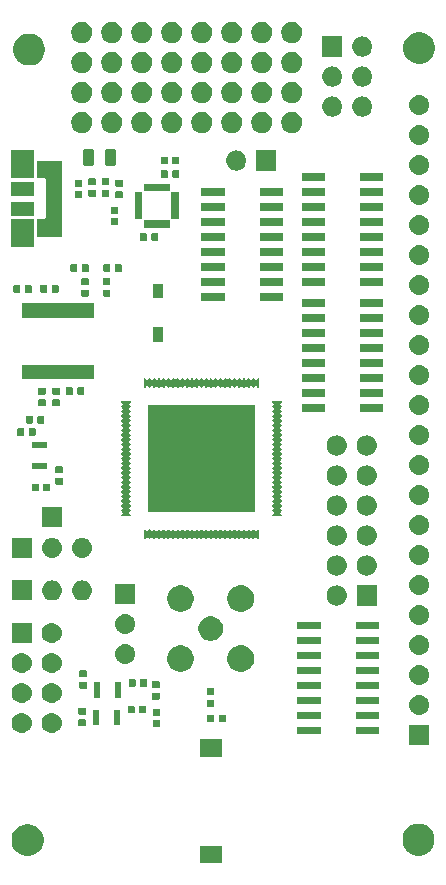
<source format=gbr>
%TF.GenerationSoftware,KiCad,Pcbnew,(5.0.2)-1*%
%TF.CreationDate,2021-03-08T17:37:58-08:00*%
%TF.ProjectId,scum3c-devboard,7363756d-3363-42d6-9465-76626f617264,rev?*%
%TF.SameCoordinates,Original*%
%TF.FileFunction,Soldermask,Top*%
%TF.FilePolarity,Negative*%
%FSLAX46Y46*%
G04 Gerber Fmt 4.6, Leading zero omitted, Abs format (unit mm)*
G04 Created by KiCad (PCBNEW (5.0.2)-1) date 3/8/2021 5:37:58 PM*
%MOMM*%
%LPD*%
G01*
G04 APERTURE LIST*
%ADD10C,0.100000*%
G04 APERTURE END LIST*
D10*
G36*
X213396400Y-139260400D02*
X211596400Y-139260400D01*
X211596400Y-137760400D01*
X213396400Y-137760400D01*
X213396400Y-139260400D01*
X213396400Y-139260400D01*
G37*
G36*
X197370778Y-135988879D02*
X197616466Y-136090646D01*
X197837578Y-136238389D01*
X198025611Y-136426422D01*
X198173354Y-136647534D01*
X198275121Y-136893222D01*
X198327000Y-137154035D01*
X198327000Y-137419965D01*
X198275121Y-137680778D01*
X198173354Y-137926466D01*
X198025611Y-138147578D01*
X197837578Y-138335611D01*
X197616466Y-138483354D01*
X197370778Y-138585121D01*
X197109965Y-138637000D01*
X196844035Y-138637000D01*
X196583222Y-138585121D01*
X196337534Y-138483354D01*
X196116422Y-138335611D01*
X195928389Y-138147578D01*
X195780646Y-137926466D01*
X195678879Y-137680778D01*
X195627000Y-137419965D01*
X195627000Y-137154035D01*
X195678879Y-136893222D01*
X195780646Y-136647534D01*
X195928389Y-136426422D01*
X196116422Y-136238389D01*
X196337534Y-136090646D01*
X196583222Y-135988879D01*
X196844035Y-135937000D01*
X197109965Y-135937000D01*
X197370778Y-135988879D01*
X197370778Y-135988879D01*
G37*
G36*
X230461898Y-135954389D02*
X230707586Y-136056156D01*
X230928698Y-136203899D01*
X231116731Y-136391932D01*
X231264474Y-136613044D01*
X231366241Y-136858732D01*
X231418120Y-137119545D01*
X231418120Y-137385475D01*
X231366241Y-137646288D01*
X231264474Y-137891976D01*
X231116731Y-138113088D01*
X230928698Y-138301121D01*
X230707586Y-138448864D01*
X230461898Y-138550631D01*
X230201085Y-138602510D01*
X229935155Y-138602510D01*
X229674342Y-138550631D01*
X229428654Y-138448864D01*
X229207542Y-138301121D01*
X229019509Y-138113088D01*
X228871766Y-137891976D01*
X228769999Y-137646288D01*
X228718120Y-137385475D01*
X228718120Y-137119545D01*
X228769999Y-136858732D01*
X228871766Y-136613044D01*
X229019509Y-136391932D01*
X229207542Y-136203899D01*
X229428654Y-136056156D01*
X229674342Y-135954389D01*
X229935155Y-135902510D01*
X230201085Y-135902510D01*
X230461898Y-135954389D01*
X230461898Y-135954389D01*
G37*
G36*
X213396400Y-130260400D02*
X211596400Y-130260400D01*
X211596400Y-128760400D01*
X213396400Y-128760400D01*
X213396400Y-130260400D01*
X213396400Y-130260400D01*
G37*
G36*
X230974000Y-129247000D02*
X229274000Y-129247000D01*
X229274000Y-127547000D01*
X230974000Y-127547000D01*
X230974000Y-129247000D01*
X230974000Y-129247000D01*
G37*
G36*
X226726000Y-128316000D02*
X224756000Y-128316000D01*
X224756000Y-127716000D01*
X226726000Y-127716000D01*
X226726000Y-128316000D01*
X226726000Y-128316000D01*
G37*
G36*
X221776000Y-128316000D02*
X219806000Y-128316000D01*
X219806000Y-127716000D01*
X221776000Y-127716000D01*
X221776000Y-128316000D01*
X221776000Y-128316000D01*
G37*
G36*
X196635630Y-126543299D02*
X196795855Y-126591903D01*
X196943520Y-126670831D01*
X197072949Y-126777051D01*
X197179169Y-126906480D01*
X197258097Y-127054145D01*
X197306701Y-127214370D01*
X197323112Y-127381000D01*
X197306701Y-127547630D01*
X197258097Y-127707855D01*
X197179169Y-127855520D01*
X197072949Y-127984949D01*
X196943520Y-128091169D01*
X196795855Y-128170097D01*
X196635630Y-128218701D01*
X196510752Y-128231000D01*
X196427248Y-128231000D01*
X196302370Y-128218701D01*
X196142145Y-128170097D01*
X195994480Y-128091169D01*
X195865051Y-127984949D01*
X195758831Y-127855520D01*
X195679903Y-127707855D01*
X195631299Y-127547630D01*
X195614888Y-127381000D01*
X195631299Y-127214370D01*
X195679903Y-127054145D01*
X195758831Y-126906480D01*
X195865051Y-126777051D01*
X195994480Y-126670831D01*
X196142145Y-126591903D01*
X196302370Y-126543299D01*
X196427248Y-126531000D01*
X196510752Y-126531000D01*
X196635630Y-126543299D01*
X196635630Y-126543299D01*
G37*
G36*
X199175630Y-126543299D02*
X199335855Y-126591903D01*
X199483520Y-126670831D01*
X199612949Y-126777051D01*
X199719169Y-126906480D01*
X199798097Y-127054145D01*
X199846701Y-127214370D01*
X199863112Y-127381000D01*
X199846701Y-127547630D01*
X199798097Y-127707855D01*
X199719169Y-127855520D01*
X199612949Y-127984949D01*
X199483520Y-128091169D01*
X199335855Y-128170097D01*
X199175630Y-128218701D01*
X199050752Y-128231000D01*
X198967248Y-128231000D01*
X198842370Y-128218701D01*
X198682145Y-128170097D01*
X198534480Y-128091169D01*
X198405051Y-127984949D01*
X198298831Y-127855520D01*
X198219903Y-127707855D01*
X198171299Y-127547630D01*
X198154888Y-127381000D01*
X198171299Y-127214370D01*
X198219903Y-127054145D01*
X198298831Y-126906480D01*
X198405051Y-126777051D01*
X198534480Y-126670831D01*
X198682145Y-126591903D01*
X198842370Y-126543299D01*
X198967248Y-126531000D01*
X199050752Y-126531000D01*
X199175630Y-126543299D01*
X199175630Y-126543299D01*
G37*
G36*
X208123017Y-127143390D02*
X208138852Y-127148194D01*
X208153440Y-127155991D01*
X208166230Y-127166488D01*
X208176727Y-127179278D01*
X208184524Y-127193866D01*
X208189328Y-127209701D01*
X208191554Y-127232304D01*
X208191554Y-127640024D01*
X208189328Y-127662627D01*
X208184524Y-127678462D01*
X208176727Y-127693050D01*
X208166230Y-127705840D01*
X208153440Y-127716337D01*
X208138852Y-127724134D01*
X208123017Y-127728938D01*
X208100414Y-127731164D01*
X207642694Y-127731164D01*
X207620091Y-127728938D01*
X207604256Y-127724134D01*
X207589668Y-127716337D01*
X207576878Y-127705840D01*
X207566381Y-127693050D01*
X207558584Y-127678462D01*
X207553780Y-127662627D01*
X207551554Y-127640024D01*
X207551554Y-127232304D01*
X207553780Y-127209701D01*
X207558584Y-127193866D01*
X207566381Y-127179278D01*
X207576878Y-127166488D01*
X207589668Y-127155991D01*
X207604256Y-127148194D01*
X207620091Y-127143390D01*
X207642694Y-127141164D01*
X208100414Y-127141164D01*
X208123017Y-127143390D01*
X208123017Y-127143390D01*
G37*
G36*
X201844137Y-127065226D02*
X201859972Y-127070030D01*
X201874560Y-127077827D01*
X201887350Y-127088324D01*
X201897847Y-127101114D01*
X201905644Y-127115702D01*
X201910448Y-127131537D01*
X201912674Y-127154140D01*
X201912674Y-127561860D01*
X201910448Y-127584463D01*
X201905644Y-127600298D01*
X201897847Y-127614886D01*
X201887350Y-127627676D01*
X201874560Y-127638173D01*
X201859972Y-127645970D01*
X201844137Y-127650774D01*
X201821534Y-127653000D01*
X201363814Y-127653000D01*
X201341211Y-127650774D01*
X201325376Y-127645970D01*
X201310788Y-127638173D01*
X201297998Y-127627676D01*
X201287501Y-127614886D01*
X201279704Y-127600298D01*
X201274900Y-127584463D01*
X201272674Y-127561860D01*
X201272674Y-127154140D01*
X201274900Y-127131537D01*
X201279704Y-127115702D01*
X201287501Y-127101114D01*
X201297998Y-127088324D01*
X201310788Y-127077827D01*
X201325376Y-127070030D01*
X201341211Y-127065226D01*
X201363814Y-127063000D01*
X201821534Y-127063000D01*
X201844137Y-127065226D01*
X201844137Y-127065226D01*
G37*
G36*
X204781553Y-127557163D02*
X204281553Y-127557163D01*
X204281553Y-126257163D01*
X204781553Y-126257163D01*
X204781553Y-127557163D01*
X204781553Y-127557163D01*
G37*
G36*
X202981553Y-127557163D02*
X202481553Y-127557163D01*
X202481553Y-126257163D01*
X202981553Y-126257163D01*
X202981553Y-127557163D01*
X202981553Y-127557163D01*
G37*
G36*
X213690463Y-126682226D02*
X213706298Y-126687030D01*
X213720886Y-126694827D01*
X213733676Y-126705324D01*
X213744173Y-126718114D01*
X213751970Y-126732702D01*
X213756774Y-126748537D01*
X213759000Y-126771140D01*
X213759000Y-127228860D01*
X213756774Y-127251463D01*
X213751970Y-127267298D01*
X213744173Y-127281886D01*
X213733676Y-127294676D01*
X213720886Y-127305173D01*
X213706298Y-127312970D01*
X213690463Y-127317774D01*
X213667860Y-127320000D01*
X213260140Y-127320000D01*
X213237537Y-127317774D01*
X213221702Y-127312970D01*
X213207114Y-127305173D01*
X213194324Y-127294676D01*
X213183827Y-127281886D01*
X213176030Y-127267298D01*
X213171226Y-127251463D01*
X213169000Y-127228860D01*
X213169000Y-126771140D01*
X213171226Y-126748537D01*
X213176030Y-126732702D01*
X213183827Y-126718114D01*
X213194324Y-126705324D01*
X213207114Y-126694827D01*
X213221702Y-126687030D01*
X213237537Y-126682226D01*
X213260140Y-126680000D01*
X213667860Y-126680000D01*
X213690463Y-126682226D01*
X213690463Y-126682226D01*
G37*
G36*
X212720463Y-126682226D02*
X212736298Y-126687030D01*
X212750886Y-126694827D01*
X212763676Y-126705324D01*
X212774173Y-126718114D01*
X212781970Y-126732702D01*
X212786774Y-126748537D01*
X212789000Y-126771140D01*
X212789000Y-127228860D01*
X212786774Y-127251463D01*
X212781970Y-127267298D01*
X212774173Y-127281886D01*
X212763676Y-127294676D01*
X212750886Y-127305173D01*
X212736298Y-127312970D01*
X212720463Y-127317774D01*
X212697860Y-127320000D01*
X212290140Y-127320000D01*
X212267537Y-127317774D01*
X212251702Y-127312970D01*
X212237114Y-127305173D01*
X212224324Y-127294676D01*
X212213827Y-127281886D01*
X212206030Y-127267298D01*
X212201226Y-127251463D01*
X212199000Y-127228860D01*
X212199000Y-126771140D01*
X212201226Y-126748537D01*
X212206030Y-126732702D01*
X212213827Y-126718114D01*
X212224324Y-126705324D01*
X212237114Y-126694827D01*
X212251702Y-126687030D01*
X212267537Y-126682226D01*
X212290140Y-126680000D01*
X212697860Y-126680000D01*
X212720463Y-126682226D01*
X212720463Y-126682226D01*
G37*
G36*
X221776000Y-127046000D02*
X219806000Y-127046000D01*
X219806000Y-126446000D01*
X221776000Y-126446000D01*
X221776000Y-127046000D01*
X221776000Y-127046000D01*
G37*
G36*
X226726000Y-127046000D02*
X224756000Y-127046000D01*
X224756000Y-126446000D01*
X226726000Y-126446000D01*
X226726000Y-127046000D01*
X226726000Y-127046000D01*
G37*
G36*
X208123017Y-126173390D02*
X208138852Y-126178194D01*
X208153440Y-126185991D01*
X208166230Y-126196488D01*
X208176727Y-126209278D01*
X208184524Y-126223866D01*
X208189328Y-126239701D01*
X208191554Y-126262304D01*
X208191554Y-126670024D01*
X208189328Y-126692627D01*
X208184524Y-126708462D01*
X208176727Y-126723050D01*
X208166230Y-126735840D01*
X208153440Y-126746337D01*
X208138852Y-126754134D01*
X208123017Y-126758938D01*
X208100414Y-126761164D01*
X207642694Y-126761164D01*
X207620091Y-126758938D01*
X207604256Y-126754134D01*
X207589668Y-126746337D01*
X207576878Y-126735840D01*
X207566381Y-126723050D01*
X207558584Y-126708462D01*
X207553780Y-126692627D01*
X207551554Y-126670024D01*
X207551554Y-126262304D01*
X207553780Y-126239701D01*
X207558584Y-126223866D01*
X207566381Y-126209278D01*
X207576878Y-126196488D01*
X207589668Y-126185991D01*
X207604256Y-126178194D01*
X207620091Y-126173390D01*
X207642694Y-126171164D01*
X208100414Y-126171164D01*
X208123017Y-126173390D01*
X208123017Y-126173390D01*
G37*
G36*
X230290630Y-125019299D02*
X230450855Y-125067903D01*
X230598520Y-125146831D01*
X230727949Y-125253051D01*
X230834169Y-125382480D01*
X230913097Y-125530145D01*
X230961701Y-125690370D01*
X230978112Y-125857000D01*
X230961701Y-126023630D01*
X230913097Y-126183855D01*
X230834169Y-126331520D01*
X230727949Y-126460949D01*
X230598520Y-126567169D01*
X230450855Y-126646097D01*
X230290630Y-126694701D01*
X230165752Y-126707000D01*
X230082248Y-126707000D01*
X229957370Y-126694701D01*
X229797145Y-126646097D01*
X229649480Y-126567169D01*
X229520051Y-126460949D01*
X229413831Y-126331520D01*
X229334903Y-126183855D01*
X229286299Y-126023630D01*
X229269888Y-125857000D01*
X229286299Y-125690370D01*
X229334903Y-125530145D01*
X229413831Y-125382480D01*
X229520051Y-125253051D01*
X229649480Y-125146831D01*
X229797145Y-125067903D01*
X229957370Y-125019299D01*
X230082248Y-125007000D01*
X230165752Y-125007000D01*
X230290630Y-125019299D01*
X230290630Y-125019299D01*
G37*
G36*
X201844137Y-126095226D02*
X201859972Y-126100030D01*
X201874560Y-126107827D01*
X201887350Y-126118324D01*
X201897847Y-126131114D01*
X201905644Y-126145702D01*
X201910448Y-126161537D01*
X201912674Y-126184140D01*
X201912674Y-126591860D01*
X201910448Y-126614463D01*
X201905644Y-126630298D01*
X201897847Y-126644886D01*
X201887350Y-126657676D01*
X201874560Y-126668173D01*
X201859972Y-126675970D01*
X201844137Y-126680774D01*
X201821534Y-126683000D01*
X201363814Y-126683000D01*
X201341211Y-126680774D01*
X201325376Y-126675970D01*
X201310788Y-126668173D01*
X201297998Y-126657676D01*
X201287501Y-126644886D01*
X201279704Y-126630298D01*
X201274900Y-126614463D01*
X201272674Y-126591860D01*
X201272674Y-126184140D01*
X201274900Y-126161537D01*
X201279704Y-126145702D01*
X201287501Y-126131114D01*
X201297998Y-126118324D01*
X201310788Y-126107827D01*
X201325376Y-126100030D01*
X201341211Y-126095226D01*
X201363814Y-126093000D01*
X201821534Y-126093000D01*
X201844137Y-126095226D01*
X201844137Y-126095226D01*
G37*
G36*
X205962017Y-125920226D02*
X205977852Y-125925030D01*
X205992440Y-125932827D01*
X206005230Y-125943324D01*
X206015727Y-125956114D01*
X206023524Y-125970702D01*
X206028328Y-125986537D01*
X206030554Y-126009140D01*
X206030554Y-126466860D01*
X206028328Y-126489463D01*
X206023524Y-126505298D01*
X206015727Y-126519886D01*
X206005230Y-126532676D01*
X205992440Y-126543173D01*
X205977852Y-126550970D01*
X205962017Y-126555774D01*
X205939414Y-126558000D01*
X205531694Y-126558000D01*
X205509091Y-126555774D01*
X205493256Y-126550970D01*
X205478668Y-126543173D01*
X205465878Y-126532676D01*
X205455381Y-126519886D01*
X205447584Y-126505298D01*
X205442780Y-126489463D01*
X205440554Y-126466860D01*
X205440554Y-126009140D01*
X205442780Y-125986537D01*
X205447584Y-125970702D01*
X205455381Y-125956114D01*
X205465878Y-125943324D01*
X205478668Y-125932827D01*
X205493256Y-125925030D01*
X205509091Y-125920226D01*
X205531694Y-125918000D01*
X205939414Y-125918000D01*
X205962017Y-125920226D01*
X205962017Y-125920226D01*
G37*
G36*
X206932017Y-125920226D02*
X206947852Y-125925030D01*
X206962440Y-125932827D01*
X206975230Y-125943324D01*
X206985727Y-125956114D01*
X206993524Y-125970702D01*
X206998328Y-125986537D01*
X207000554Y-126009140D01*
X207000554Y-126466860D01*
X206998328Y-126489463D01*
X206993524Y-126505298D01*
X206985727Y-126519886D01*
X206975230Y-126532676D01*
X206962440Y-126543173D01*
X206947852Y-126550970D01*
X206932017Y-126555774D01*
X206909414Y-126558000D01*
X206501694Y-126558000D01*
X206479091Y-126555774D01*
X206463256Y-126550970D01*
X206448668Y-126543173D01*
X206435878Y-126532676D01*
X206425381Y-126519886D01*
X206417584Y-126505298D01*
X206412780Y-126489463D01*
X206410554Y-126466860D01*
X206410554Y-126009140D01*
X206412780Y-125986537D01*
X206417584Y-125970702D01*
X206425381Y-125956114D01*
X206435878Y-125943324D01*
X206448668Y-125932827D01*
X206463256Y-125925030D01*
X206479091Y-125920226D01*
X206501694Y-125918000D01*
X206909414Y-125918000D01*
X206932017Y-125920226D01*
X206932017Y-125920226D01*
G37*
G36*
X212722463Y-125414226D02*
X212738298Y-125419030D01*
X212752886Y-125426827D01*
X212765676Y-125437324D01*
X212776173Y-125450114D01*
X212783970Y-125464702D01*
X212788774Y-125480537D01*
X212791000Y-125503140D01*
X212791000Y-125910860D01*
X212788774Y-125933463D01*
X212783970Y-125949298D01*
X212776173Y-125963886D01*
X212765676Y-125976676D01*
X212752886Y-125987173D01*
X212738298Y-125994970D01*
X212722463Y-125999774D01*
X212699860Y-126002000D01*
X212242140Y-126002000D01*
X212219537Y-125999774D01*
X212203702Y-125994970D01*
X212189114Y-125987173D01*
X212176324Y-125976676D01*
X212165827Y-125963886D01*
X212158030Y-125949298D01*
X212153226Y-125933463D01*
X212151000Y-125910860D01*
X212151000Y-125503140D01*
X212153226Y-125480537D01*
X212158030Y-125464702D01*
X212165827Y-125450114D01*
X212176324Y-125437324D01*
X212189114Y-125426827D01*
X212203702Y-125419030D01*
X212219537Y-125414226D01*
X212242140Y-125412000D01*
X212699860Y-125412000D01*
X212722463Y-125414226D01*
X212722463Y-125414226D01*
G37*
G36*
X221776000Y-125776000D02*
X219806000Y-125776000D01*
X219806000Y-125176000D01*
X221776000Y-125176000D01*
X221776000Y-125776000D01*
X221776000Y-125776000D01*
G37*
G36*
X226726000Y-125776000D02*
X224756000Y-125776000D01*
X224756000Y-125176000D01*
X226726000Y-125176000D01*
X226726000Y-125776000D01*
X226726000Y-125776000D01*
G37*
G36*
X196635630Y-124003299D02*
X196795855Y-124051903D01*
X196943520Y-124130831D01*
X197072949Y-124237051D01*
X197179169Y-124366480D01*
X197258097Y-124514145D01*
X197306701Y-124674370D01*
X197323112Y-124841000D01*
X197306701Y-125007630D01*
X197258097Y-125167855D01*
X197179169Y-125315520D01*
X197072949Y-125444949D01*
X196943520Y-125551169D01*
X196795855Y-125630097D01*
X196635630Y-125678701D01*
X196510752Y-125691000D01*
X196427248Y-125691000D01*
X196302370Y-125678701D01*
X196142145Y-125630097D01*
X195994480Y-125551169D01*
X195865051Y-125444949D01*
X195758831Y-125315520D01*
X195679903Y-125167855D01*
X195631299Y-125007630D01*
X195614888Y-124841000D01*
X195631299Y-124674370D01*
X195679903Y-124514145D01*
X195758831Y-124366480D01*
X195865051Y-124237051D01*
X195994480Y-124130831D01*
X196142145Y-124051903D01*
X196302370Y-124003299D01*
X196427248Y-123991000D01*
X196510752Y-123991000D01*
X196635630Y-124003299D01*
X196635630Y-124003299D01*
G37*
G36*
X199175630Y-124003299D02*
X199335855Y-124051903D01*
X199483520Y-124130831D01*
X199612949Y-124237051D01*
X199719169Y-124366480D01*
X199798097Y-124514145D01*
X199846701Y-124674370D01*
X199863112Y-124841000D01*
X199846701Y-125007630D01*
X199798097Y-125167855D01*
X199719169Y-125315520D01*
X199612949Y-125444949D01*
X199483520Y-125551169D01*
X199335855Y-125630097D01*
X199175630Y-125678701D01*
X199050752Y-125691000D01*
X198967248Y-125691000D01*
X198842370Y-125678701D01*
X198682145Y-125630097D01*
X198534480Y-125551169D01*
X198405051Y-125444949D01*
X198298831Y-125315520D01*
X198219903Y-125167855D01*
X198171299Y-125007630D01*
X198154888Y-124841000D01*
X198171299Y-124674370D01*
X198219903Y-124514145D01*
X198298831Y-124366480D01*
X198405051Y-124237051D01*
X198534480Y-124130831D01*
X198682145Y-124051903D01*
X198842370Y-124003299D01*
X198967248Y-123991000D01*
X199050752Y-123991000D01*
X199175630Y-124003299D01*
X199175630Y-124003299D01*
G37*
G36*
X208079343Y-124813716D02*
X208095178Y-124818520D01*
X208109766Y-124826317D01*
X208122556Y-124836814D01*
X208133053Y-124849604D01*
X208140850Y-124864192D01*
X208145654Y-124880027D01*
X208147880Y-124902630D01*
X208147880Y-125310350D01*
X208145654Y-125332953D01*
X208140850Y-125348788D01*
X208133053Y-125363376D01*
X208122556Y-125376166D01*
X208109766Y-125386663D01*
X208095178Y-125394460D01*
X208079343Y-125399264D01*
X208056740Y-125401490D01*
X207599020Y-125401490D01*
X207576417Y-125399264D01*
X207560582Y-125394460D01*
X207545994Y-125386663D01*
X207533204Y-125376166D01*
X207522707Y-125363376D01*
X207514910Y-125348788D01*
X207510106Y-125332953D01*
X207507880Y-125310350D01*
X207507880Y-124902630D01*
X207510106Y-124880027D01*
X207514910Y-124864192D01*
X207522707Y-124849604D01*
X207533204Y-124836814D01*
X207545994Y-124826317D01*
X207560582Y-124818520D01*
X207576417Y-124813716D01*
X207599020Y-124811490D01*
X208056740Y-124811490D01*
X208079343Y-124813716D01*
X208079343Y-124813716D01*
G37*
G36*
X203087879Y-125227489D02*
X202587879Y-125227489D01*
X202587879Y-123927489D01*
X203087879Y-123927489D01*
X203087879Y-125227489D01*
X203087879Y-125227489D01*
G37*
G36*
X204887879Y-125227489D02*
X204387879Y-125227489D01*
X204387879Y-123927489D01*
X204887879Y-123927489D01*
X204887879Y-125227489D01*
X204887879Y-125227489D01*
G37*
G36*
X212722463Y-124444226D02*
X212738298Y-124449030D01*
X212752886Y-124456827D01*
X212765676Y-124467324D01*
X212776173Y-124480114D01*
X212783970Y-124494702D01*
X212788774Y-124510537D01*
X212791000Y-124533140D01*
X212791000Y-124940860D01*
X212788774Y-124963463D01*
X212783970Y-124979298D01*
X212776173Y-124993886D01*
X212765676Y-125006676D01*
X212752886Y-125017173D01*
X212738298Y-125024970D01*
X212722463Y-125029774D01*
X212699860Y-125032000D01*
X212242140Y-125032000D01*
X212219537Y-125029774D01*
X212203702Y-125024970D01*
X212189114Y-125017173D01*
X212176324Y-125006676D01*
X212165827Y-124993886D01*
X212158030Y-124979298D01*
X212153226Y-124963463D01*
X212151000Y-124940860D01*
X212151000Y-124533140D01*
X212153226Y-124510537D01*
X212158030Y-124494702D01*
X212165827Y-124480114D01*
X212176324Y-124467324D01*
X212189114Y-124456827D01*
X212203702Y-124449030D01*
X212219537Y-124444226D01*
X212242140Y-124442000D01*
X212699860Y-124442000D01*
X212722463Y-124444226D01*
X212722463Y-124444226D01*
G37*
G36*
X221776000Y-124506000D02*
X219806000Y-124506000D01*
X219806000Y-123906000D01*
X221776000Y-123906000D01*
X221776000Y-124506000D01*
X221776000Y-124506000D01*
G37*
G36*
X226726000Y-124506000D02*
X224756000Y-124506000D01*
X224756000Y-123906000D01*
X226726000Y-123906000D01*
X226726000Y-124506000D01*
X226726000Y-124506000D01*
G37*
G36*
X201927463Y-123890226D02*
X201943298Y-123895030D01*
X201957886Y-123902827D01*
X201970676Y-123913324D01*
X201981173Y-123926114D01*
X201988970Y-123940702D01*
X201993774Y-123956537D01*
X201996000Y-123979140D01*
X201996000Y-124386860D01*
X201993774Y-124409463D01*
X201988970Y-124425298D01*
X201981173Y-124439886D01*
X201970676Y-124452676D01*
X201957886Y-124463173D01*
X201943298Y-124470970D01*
X201927463Y-124475774D01*
X201904860Y-124478000D01*
X201447140Y-124478000D01*
X201424537Y-124475774D01*
X201408702Y-124470970D01*
X201394114Y-124463173D01*
X201381324Y-124452676D01*
X201370827Y-124439886D01*
X201363030Y-124425298D01*
X201358226Y-124409463D01*
X201356000Y-124386860D01*
X201356000Y-123979140D01*
X201358226Y-123956537D01*
X201363030Y-123940702D01*
X201370827Y-123926114D01*
X201381324Y-123913324D01*
X201394114Y-123902827D01*
X201408702Y-123895030D01*
X201424537Y-123890226D01*
X201447140Y-123888000D01*
X201904860Y-123888000D01*
X201927463Y-123890226D01*
X201927463Y-123890226D01*
G37*
G36*
X208079343Y-123843716D02*
X208095178Y-123848520D01*
X208109766Y-123856317D01*
X208122556Y-123866814D01*
X208133053Y-123879604D01*
X208140850Y-123894192D01*
X208145654Y-123910027D01*
X208147880Y-123932630D01*
X208147880Y-124340350D01*
X208145654Y-124362953D01*
X208140850Y-124378788D01*
X208133053Y-124393376D01*
X208122556Y-124406166D01*
X208109766Y-124416663D01*
X208095178Y-124424460D01*
X208079343Y-124429264D01*
X208056740Y-124431490D01*
X207599020Y-124431490D01*
X207576417Y-124429264D01*
X207560582Y-124424460D01*
X207545994Y-124416663D01*
X207533204Y-124406166D01*
X207522707Y-124393376D01*
X207514910Y-124378788D01*
X207510106Y-124362953D01*
X207507880Y-124340350D01*
X207507880Y-123932630D01*
X207510106Y-123910027D01*
X207514910Y-123894192D01*
X207522707Y-123879604D01*
X207533204Y-123866814D01*
X207545994Y-123856317D01*
X207560582Y-123848520D01*
X207576417Y-123843716D01*
X207599020Y-123841490D01*
X208056740Y-123841490D01*
X208079343Y-123843716D01*
X208079343Y-123843716D01*
G37*
G36*
X207015343Y-123668716D02*
X207031178Y-123673520D01*
X207045766Y-123681317D01*
X207058556Y-123691814D01*
X207069053Y-123704604D01*
X207076850Y-123719192D01*
X207081654Y-123735027D01*
X207083880Y-123757630D01*
X207083880Y-124215350D01*
X207081654Y-124237953D01*
X207076850Y-124253788D01*
X207069053Y-124268376D01*
X207058556Y-124281166D01*
X207045766Y-124291663D01*
X207031178Y-124299460D01*
X207015343Y-124304264D01*
X206992740Y-124306490D01*
X206585020Y-124306490D01*
X206562417Y-124304264D01*
X206546582Y-124299460D01*
X206531994Y-124291663D01*
X206519204Y-124281166D01*
X206508707Y-124268376D01*
X206500910Y-124253788D01*
X206496106Y-124237953D01*
X206493880Y-124215350D01*
X206493880Y-123757630D01*
X206496106Y-123735027D01*
X206500910Y-123719192D01*
X206508707Y-123704604D01*
X206519204Y-123691814D01*
X206531994Y-123681317D01*
X206546582Y-123673520D01*
X206562417Y-123668716D01*
X206585020Y-123666490D01*
X206992740Y-123666490D01*
X207015343Y-123668716D01*
X207015343Y-123668716D01*
G37*
G36*
X206045343Y-123668716D02*
X206061178Y-123673520D01*
X206075766Y-123681317D01*
X206088556Y-123691814D01*
X206099053Y-123704604D01*
X206106850Y-123719192D01*
X206111654Y-123735027D01*
X206113880Y-123757630D01*
X206113880Y-124215350D01*
X206111654Y-124237953D01*
X206106850Y-124253788D01*
X206099053Y-124268376D01*
X206088556Y-124281166D01*
X206075766Y-124291663D01*
X206061178Y-124299460D01*
X206045343Y-124304264D01*
X206022740Y-124306490D01*
X205615020Y-124306490D01*
X205592417Y-124304264D01*
X205576582Y-124299460D01*
X205561994Y-124291663D01*
X205549204Y-124281166D01*
X205538707Y-124268376D01*
X205530910Y-124253788D01*
X205526106Y-124237953D01*
X205523880Y-124215350D01*
X205523880Y-123757630D01*
X205526106Y-123735027D01*
X205530910Y-123719192D01*
X205538707Y-123704604D01*
X205549204Y-123691814D01*
X205561994Y-123681317D01*
X205576582Y-123673520D01*
X205592417Y-123668716D01*
X205615020Y-123666490D01*
X206022740Y-123666490D01*
X206045343Y-123668716D01*
X206045343Y-123668716D01*
G37*
G36*
X230290630Y-122479299D02*
X230450855Y-122527903D01*
X230598520Y-122606831D01*
X230727949Y-122713051D01*
X230834169Y-122842480D01*
X230913097Y-122990145D01*
X230961701Y-123150370D01*
X230978112Y-123317000D01*
X230961701Y-123483630D01*
X230913097Y-123643855D01*
X230834169Y-123791520D01*
X230727949Y-123920949D01*
X230598520Y-124027169D01*
X230450855Y-124106097D01*
X230290630Y-124154701D01*
X230165752Y-124167000D01*
X230082248Y-124167000D01*
X229957370Y-124154701D01*
X229797145Y-124106097D01*
X229649480Y-124027169D01*
X229520051Y-123920949D01*
X229413831Y-123791520D01*
X229334903Y-123643855D01*
X229286299Y-123483630D01*
X229269888Y-123317000D01*
X229286299Y-123150370D01*
X229334903Y-122990145D01*
X229413831Y-122842480D01*
X229520051Y-122713051D01*
X229649480Y-122606831D01*
X229797145Y-122527903D01*
X229957370Y-122479299D01*
X230082248Y-122467000D01*
X230165752Y-122467000D01*
X230290630Y-122479299D01*
X230290630Y-122479299D01*
G37*
G36*
X201927463Y-122920226D02*
X201943298Y-122925030D01*
X201957886Y-122932827D01*
X201970676Y-122943324D01*
X201981173Y-122956114D01*
X201988970Y-122970702D01*
X201993774Y-122986537D01*
X201996000Y-123009140D01*
X201996000Y-123416860D01*
X201993774Y-123439463D01*
X201988970Y-123455298D01*
X201981173Y-123469886D01*
X201970676Y-123482676D01*
X201957886Y-123493173D01*
X201943298Y-123500970D01*
X201927463Y-123505774D01*
X201904860Y-123508000D01*
X201447140Y-123508000D01*
X201424537Y-123505774D01*
X201408702Y-123500970D01*
X201394114Y-123493173D01*
X201381324Y-123482676D01*
X201370827Y-123469886D01*
X201363030Y-123455298D01*
X201358226Y-123439463D01*
X201356000Y-123416860D01*
X201356000Y-123009140D01*
X201358226Y-122986537D01*
X201363030Y-122970702D01*
X201370827Y-122956114D01*
X201381324Y-122943324D01*
X201394114Y-122932827D01*
X201408702Y-122925030D01*
X201424537Y-122920226D01*
X201447140Y-122918000D01*
X201904860Y-122918000D01*
X201927463Y-122920226D01*
X201927463Y-122920226D01*
G37*
G36*
X226726000Y-123236000D02*
X224756000Y-123236000D01*
X224756000Y-122636000D01*
X226726000Y-122636000D01*
X226726000Y-123236000D01*
X226726000Y-123236000D01*
G37*
G36*
X221776000Y-123236000D02*
X219806000Y-123236000D01*
X219806000Y-122636000D01*
X221776000Y-122636000D01*
X221776000Y-123236000D01*
X221776000Y-123236000D01*
G37*
G36*
X199175630Y-121463299D02*
X199335855Y-121511903D01*
X199483520Y-121590831D01*
X199612949Y-121697051D01*
X199719169Y-121826480D01*
X199798097Y-121974145D01*
X199846701Y-122134370D01*
X199863112Y-122301000D01*
X199846701Y-122467630D01*
X199798097Y-122627855D01*
X199719169Y-122775520D01*
X199612949Y-122904949D01*
X199483520Y-123011169D01*
X199335855Y-123090097D01*
X199175630Y-123138701D01*
X199050752Y-123151000D01*
X198967248Y-123151000D01*
X198842370Y-123138701D01*
X198682145Y-123090097D01*
X198534480Y-123011169D01*
X198405051Y-122904949D01*
X198298831Y-122775520D01*
X198219903Y-122627855D01*
X198171299Y-122467630D01*
X198154888Y-122301000D01*
X198171299Y-122134370D01*
X198219903Y-121974145D01*
X198298831Y-121826480D01*
X198405051Y-121697051D01*
X198534480Y-121590831D01*
X198682145Y-121511903D01*
X198842370Y-121463299D01*
X198967248Y-121451000D01*
X199050752Y-121451000D01*
X199175630Y-121463299D01*
X199175630Y-121463299D01*
G37*
G36*
X196635630Y-121463299D02*
X196795855Y-121511903D01*
X196943520Y-121590831D01*
X197072949Y-121697051D01*
X197179169Y-121826480D01*
X197258097Y-121974145D01*
X197306701Y-122134370D01*
X197323112Y-122301000D01*
X197306701Y-122467630D01*
X197258097Y-122627855D01*
X197179169Y-122775520D01*
X197072949Y-122904949D01*
X196943520Y-123011169D01*
X196795855Y-123090097D01*
X196635630Y-123138701D01*
X196510752Y-123151000D01*
X196427248Y-123151000D01*
X196302370Y-123138701D01*
X196142145Y-123090097D01*
X195994480Y-123011169D01*
X195865051Y-122904949D01*
X195758831Y-122775520D01*
X195679903Y-122627855D01*
X195631299Y-122467630D01*
X195614888Y-122301000D01*
X195631299Y-122134370D01*
X195679903Y-121974145D01*
X195758831Y-121826480D01*
X195865051Y-121697051D01*
X195994480Y-121590831D01*
X196142145Y-121511903D01*
X196302370Y-121463299D01*
X196427248Y-121451000D01*
X196510752Y-121451000D01*
X196635630Y-121463299D01*
X196635630Y-121463299D01*
G37*
G36*
X215186140Y-120815808D02*
X215349150Y-120848233D01*
X215553887Y-120933038D01*
X215735657Y-121054493D01*
X215738148Y-121056158D01*
X215894842Y-121212852D01*
X215894844Y-121212855D01*
X216017962Y-121397113D01*
X216102767Y-121601850D01*
X216146000Y-121819197D01*
X216146000Y-122040803D01*
X216102767Y-122258150D01*
X216017962Y-122462887D01*
X216006995Y-122479300D01*
X215894842Y-122647148D01*
X215738148Y-122803842D01*
X215738145Y-122803844D01*
X215553887Y-122926962D01*
X215349150Y-123011767D01*
X215186140Y-123044192D01*
X215131804Y-123055000D01*
X214910196Y-123055000D01*
X214855860Y-123044192D01*
X214692850Y-123011767D01*
X214488113Y-122926962D01*
X214303855Y-122803844D01*
X214303852Y-122803842D01*
X214147158Y-122647148D01*
X214035005Y-122479300D01*
X214024038Y-122462887D01*
X213939233Y-122258150D01*
X213896000Y-122040803D01*
X213896000Y-121819197D01*
X213939233Y-121601850D01*
X214024038Y-121397113D01*
X214147156Y-121212855D01*
X214147158Y-121212852D01*
X214303852Y-121056158D01*
X214306343Y-121054493D01*
X214488113Y-120933038D01*
X214692850Y-120848233D01*
X214855860Y-120815808D01*
X214910196Y-120805000D01*
X215131804Y-120805000D01*
X215186140Y-120815808D01*
X215186140Y-120815808D01*
G37*
G36*
X210086140Y-120815808D02*
X210249150Y-120848233D01*
X210453887Y-120933038D01*
X210635657Y-121054493D01*
X210638148Y-121056158D01*
X210794842Y-121212852D01*
X210794844Y-121212855D01*
X210917962Y-121397113D01*
X211002767Y-121601850D01*
X211046000Y-121819197D01*
X211046000Y-122040803D01*
X211002767Y-122258150D01*
X210917962Y-122462887D01*
X210906995Y-122479300D01*
X210794842Y-122647148D01*
X210638148Y-122803842D01*
X210638145Y-122803844D01*
X210453887Y-122926962D01*
X210249150Y-123011767D01*
X210086140Y-123044192D01*
X210031804Y-123055000D01*
X209810196Y-123055000D01*
X209755860Y-123044192D01*
X209592850Y-123011767D01*
X209388113Y-122926962D01*
X209203855Y-122803844D01*
X209203852Y-122803842D01*
X209047158Y-122647148D01*
X208935005Y-122479300D01*
X208924038Y-122462887D01*
X208839233Y-122258150D01*
X208796000Y-122040803D01*
X208796000Y-121819197D01*
X208839233Y-121601850D01*
X208924038Y-121397113D01*
X209047156Y-121212855D01*
X209047158Y-121212852D01*
X209203852Y-121056158D01*
X209206343Y-121054493D01*
X209388113Y-120933038D01*
X209592850Y-120848233D01*
X209755860Y-120815808D01*
X209810196Y-120805000D01*
X210031804Y-120805000D01*
X210086140Y-120815808D01*
X210086140Y-120815808D01*
G37*
G36*
X205398630Y-120701299D02*
X205558855Y-120749903D01*
X205706520Y-120828831D01*
X205835949Y-120935051D01*
X205942169Y-121064480D01*
X206021097Y-121212145D01*
X206069701Y-121372370D01*
X206086112Y-121539000D01*
X206069701Y-121705630D01*
X206021097Y-121865855D01*
X205942169Y-122013520D01*
X205835949Y-122142949D01*
X205706520Y-122249169D01*
X205558855Y-122328097D01*
X205398630Y-122376701D01*
X205273752Y-122389000D01*
X205190248Y-122389000D01*
X205065370Y-122376701D01*
X204905145Y-122328097D01*
X204757480Y-122249169D01*
X204628051Y-122142949D01*
X204521831Y-122013520D01*
X204442903Y-121865855D01*
X204394299Y-121705630D01*
X204377888Y-121539000D01*
X204394299Y-121372370D01*
X204442903Y-121212145D01*
X204521831Y-121064480D01*
X204628051Y-120935051D01*
X204757480Y-120828831D01*
X204905145Y-120749903D01*
X205065370Y-120701299D01*
X205190248Y-120689000D01*
X205273752Y-120689000D01*
X205398630Y-120701299D01*
X205398630Y-120701299D01*
G37*
G36*
X226726000Y-121966000D02*
X224756000Y-121966000D01*
X224756000Y-121366000D01*
X226726000Y-121366000D01*
X226726000Y-121966000D01*
X226726000Y-121966000D01*
G37*
G36*
X221776000Y-121966000D02*
X219806000Y-121966000D01*
X219806000Y-121366000D01*
X221776000Y-121366000D01*
X221776000Y-121966000D01*
X221776000Y-121966000D01*
G37*
G36*
X230290630Y-119939299D02*
X230450855Y-119987903D01*
X230598520Y-120066831D01*
X230727949Y-120173051D01*
X230834169Y-120302480D01*
X230913097Y-120450145D01*
X230961701Y-120610370D01*
X230978112Y-120777000D01*
X230961701Y-120943630D01*
X230913097Y-121103855D01*
X230834169Y-121251520D01*
X230727949Y-121380949D01*
X230598520Y-121487169D01*
X230450855Y-121566097D01*
X230290630Y-121614701D01*
X230165752Y-121627000D01*
X230082248Y-121627000D01*
X229957370Y-121614701D01*
X229797145Y-121566097D01*
X229649480Y-121487169D01*
X229520051Y-121380949D01*
X229413831Y-121251520D01*
X229334903Y-121103855D01*
X229286299Y-120943630D01*
X229269888Y-120777000D01*
X229286299Y-120610370D01*
X229334903Y-120450145D01*
X229413831Y-120302480D01*
X229520051Y-120173051D01*
X229649480Y-120066831D01*
X229797145Y-119987903D01*
X229957370Y-119939299D01*
X230082248Y-119927000D01*
X230165752Y-119927000D01*
X230290630Y-119939299D01*
X230290630Y-119939299D01*
G37*
G36*
X226726000Y-120696000D02*
X224756000Y-120696000D01*
X224756000Y-120096000D01*
X226726000Y-120096000D01*
X226726000Y-120696000D01*
X226726000Y-120696000D01*
G37*
G36*
X221776000Y-120696000D02*
X219806000Y-120696000D01*
X219806000Y-120096000D01*
X221776000Y-120096000D01*
X221776000Y-120696000D01*
X221776000Y-120696000D01*
G37*
G36*
X197319000Y-120611000D02*
X195619000Y-120611000D01*
X195619000Y-118911000D01*
X197319000Y-118911000D01*
X197319000Y-120611000D01*
X197319000Y-120611000D01*
G37*
G36*
X199175630Y-118923299D02*
X199335855Y-118971903D01*
X199483520Y-119050831D01*
X199612949Y-119157051D01*
X199719169Y-119286480D01*
X199798097Y-119434145D01*
X199846701Y-119594370D01*
X199863112Y-119761000D01*
X199846701Y-119927630D01*
X199798097Y-120087855D01*
X199719169Y-120235520D01*
X199612949Y-120364949D01*
X199483520Y-120471169D01*
X199335855Y-120550097D01*
X199175630Y-120598701D01*
X199050752Y-120611000D01*
X198967248Y-120611000D01*
X198842370Y-120598701D01*
X198682145Y-120550097D01*
X198534480Y-120471169D01*
X198405051Y-120364949D01*
X198298831Y-120235520D01*
X198219903Y-120087855D01*
X198171299Y-119927630D01*
X198154888Y-119761000D01*
X198171299Y-119594370D01*
X198219903Y-119434145D01*
X198298831Y-119286480D01*
X198405051Y-119157051D01*
X198534480Y-119050831D01*
X198682145Y-118971903D01*
X198842370Y-118923299D01*
X198967248Y-118911000D01*
X199050752Y-118911000D01*
X199175630Y-118923299D01*
X199175630Y-118923299D01*
G37*
G36*
X212596888Y-118334470D02*
X212777274Y-118370350D01*
X212968362Y-118449502D01*
X213140336Y-118564411D01*
X213286589Y-118710664D01*
X213401498Y-118882638D01*
X213480650Y-119073726D01*
X213521000Y-119276584D01*
X213521000Y-119483416D01*
X213480650Y-119686274D01*
X213401498Y-119877362D01*
X213286589Y-120049336D01*
X213140336Y-120195589D01*
X212968362Y-120310498D01*
X212777274Y-120389650D01*
X212596888Y-120425530D01*
X212574417Y-120430000D01*
X212367583Y-120430000D01*
X212345112Y-120425530D01*
X212164726Y-120389650D01*
X211973638Y-120310498D01*
X211801664Y-120195589D01*
X211655411Y-120049336D01*
X211540502Y-119877362D01*
X211461350Y-119686274D01*
X211421000Y-119483416D01*
X211421000Y-119276584D01*
X211461350Y-119073726D01*
X211540502Y-118882638D01*
X211655411Y-118710664D01*
X211801664Y-118564411D01*
X211973638Y-118449502D01*
X212164726Y-118370350D01*
X212345112Y-118334470D01*
X212367583Y-118330000D01*
X212574417Y-118330000D01*
X212596888Y-118334470D01*
X212596888Y-118334470D01*
G37*
G36*
X205398630Y-118161299D02*
X205558855Y-118209903D01*
X205706520Y-118288831D01*
X205835949Y-118395051D01*
X205942169Y-118524480D01*
X206021097Y-118672145D01*
X206069701Y-118832370D01*
X206086112Y-118999000D01*
X206069701Y-119165630D01*
X206021097Y-119325855D01*
X205942169Y-119473520D01*
X205835949Y-119602949D01*
X205706520Y-119709169D01*
X205558855Y-119788097D01*
X205398630Y-119836701D01*
X205273752Y-119849000D01*
X205190248Y-119849000D01*
X205065370Y-119836701D01*
X204905145Y-119788097D01*
X204757480Y-119709169D01*
X204628051Y-119602949D01*
X204521831Y-119473520D01*
X204442903Y-119325855D01*
X204394299Y-119165630D01*
X204377888Y-118999000D01*
X204394299Y-118832370D01*
X204442903Y-118672145D01*
X204521831Y-118524480D01*
X204628051Y-118395051D01*
X204757480Y-118288831D01*
X204905145Y-118209903D01*
X205065370Y-118161299D01*
X205190248Y-118149000D01*
X205273752Y-118149000D01*
X205398630Y-118161299D01*
X205398630Y-118161299D01*
G37*
G36*
X226726000Y-119426000D02*
X224756000Y-119426000D01*
X224756000Y-118826000D01*
X226726000Y-118826000D01*
X226726000Y-119426000D01*
X226726000Y-119426000D01*
G37*
G36*
X221776000Y-119426000D02*
X219806000Y-119426000D01*
X219806000Y-118826000D01*
X221776000Y-118826000D01*
X221776000Y-119426000D01*
X221776000Y-119426000D01*
G37*
G36*
X230290630Y-117399299D02*
X230450855Y-117447903D01*
X230598520Y-117526831D01*
X230727949Y-117633051D01*
X230834169Y-117762480D01*
X230913097Y-117910145D01*
X230961701Y-118070370D01*
X230978112Y-118237000D01*
X230961701Y-118403630D01*
X230913097Y-118563855D01*
X230834169Y-118711520D01*
X230727949Y-118840949D01*
X230598520Y-118947169D01*
X230450855Y-119026097D01*
X230290630Y-119074701D01*
X230165752Y-119087000D01*
X230082248Y-119087000D01*
X229957370Y-119074701D01*
X229797145Y-119026097D01*
X229649480Y-118947169D01*
X229520051Y-118840949D01*
X229413831Y-118711520D01*
X229334903Y-118563855D01*
X229286299Y-118403630D01*
X229269888Y-118237000D01*
X229286299Y-118070370D01*
X229334903Y-117910145D01*
X229413831Y-117762480D01*
X229520051Y-117633051D01*
X229649480Y-117526831D01*
X229797145Y-117447903D01*
X229957370Y-117399299D01*
X230082248Y-117387000D01*
X230165752Y-117387000D01*
X230290630Y-117399299D01*
X230290630Y-117399299D01*
G37*
G36*
X215186140Y-115715808D02*
X215349150Y-115748233D01*
X215553887Y-115833038D01*
X215553888Y-115833039D01*
X215738148Y-115956158D01*
X215894842Y-116112852D01*
X215894844Y-116112855D01*
X216017962Y-116297113D01*
X216102767Y-116501850D01*
X216146000Y-116719197D01*
X216146000Y-116940803D01*
X216102767Y-117158150D01*
X216017962Y-117362887D01*
X216017961Y-117362888D01*
X215894842Y-117547148D01*
X215738148Y-117703842D01*
X215738145Y-117703844D01*
X215553887Y-117826962D01*
X215349150Y-117911767D01*
X215186140Y-117944192D01*
X215131804Y-117955000D01*
X214910196Y-117955000D01*
X214855860Y-117944192D01*
X214692850Y-117911767D01*
X214488113Y-117826962D01*
X214303855Y-117703844D01*
X214303852Y-117703842D01*
X214147158Y-117547148D01*
X214024039Y-117362888D01*
X214024038Y-117362887D01*
X213939233Y-117158150D01*
X213896000Y-116940803D01*
X213896000Y-116719197D01*
X213939233Y-116501850D01*
X214024038Y-116297113D01*
X214147156Y-116112855D01*
X214147158Y-116112852D01*
X214303852Y-115956158D01*
X214488112Y-115833039D01*
X214488113Y-115833038D01*
X214692850Y-115748233D01*
X214855860Y-115715808D01*
X214910196Y-115705000D01*
X215131804Y-115705000D01*
X215186140Y-115715808D01*
X215186140Y-115715808D01*
G37*
G36*
X210086140Y-115715808D02*
X210249150Y-115748233D01*
X210453887Y-115833038D01*
X210453888Y-115833039D01*
X210638148Y-115956158D01*
X210794842Y-116112852D01*
X210794844Y-116112855D01*
X210917962Y-116297113D01*
X211002767Y-116501850D01*
X211046000Y-116719197D01*
X211046000Y-116940803D01*
X211002767Y-117158150D01*
X210917962Y-117362887D01*
X210917961Y-117362888D01*
X210794842Y-117547148D01*
X210638148Y-117703842D01*
X210638145Y-117703844D01*
X210453887Y-117826962D01*
X210249150Y-117911767D01*
X210086140Y-117944192D01*
X210031804Y-117955000D01*
X209810196Y-117955000D01*
X209755860Y-117944192D01*
X209592850Y-117911767D01*
X209388113Y-117826962D01*
X209203855Y-117703844D01*
X209203852Y-117703842D01*
X209047158Y-117547148D01*
X208924039Y-117362888D01*
X208924038Y-117362887D01*
X208839233Y-117158150D01*
X208796000Y-116940803D01*
X208796000Y-116719197D01*
X208839233Y-116501850D01*
X208924038Y-116297113D01*
X209047156Y-116112855D01*
X209047158Y-116112852D01*
X209203852Y-115956158D01*
X209388112Y-115833039D01*
X209388113Y-115833038D01*
X209592850Y-115748233D01*
X209755860Y-115715808D01*
X209810196Y-115705000D01*
X210031804Y-115705000D01*
X210086140Y-115715808D01*
X210086140Y-115715808D01*
G37*
G36*
X223305630Y-115748299D02*
X223465855Y-115796903D01*
X223613520Y-115875831D01*
X223742949Y-115982051D01*
X223849169Y-116111480D01*
X223928097Y-116259145D01*
X223976701Y-116419370D01*
X223993112Y-116586000D01*
X223976701Y-116752630D01*
X223928097Y-116912855D01*
X223849169Y-117060520D01*
X223742949Y-117189949D01*
X223613520Y-117296169D01*
X223465855Y-117375097D01*
X223305630Y-117423701D01*
X223180752Y-117436000D01*
X223097248Y-117436000D01*
X222972370Y-117423701D01*
X222812145Y-117375097D01*
X222664480Y-117296169D01*
X222535051Y-117189949D01*
X222428831Y-117060520D01*
X222349903Y-116912855D01*
X222301299Y-116752630D01*
X222284888Y-116586000D01*
X222301299Y-116419370D01*
X222349903Y-116259145D01*
X222428831Y-116111480D01*
X222535051Y-115982051D01*
X222664480Y-115875831D01*
X222812145Y-115796903D01*
X222972370Y-115748299D01*
X223097248Y-115736000D01*
X223180752Y-115736000D01*
X223305630Y-115748299D01*
X223305630Y-115748299D01*
G37*
G36*
X226529000Y-117436000D02*
X224829000Y-117436000D01*
X224829000Y-115736000D01*
X226529000Y-115736000D01*
X226529000Y-117436000D01*
X226529000Y-117436000D01*
G37*
G36*
X206082000Y-117309000D02*
X204382000Y-117309000D01*
X204382000Y-115609000D01*
X206082000Y-115609000D01*
X206082000Y-117309000D01*
X206082000Y-117309000D01*
G37*
G36*
X197344400Y-117004200D02*
X195644400Y-117004200D01*
X195644400Y-115304200D01*
X197344400Y-115304200D01*
X197344400Y-117004200D01*
X197344400Y-117004200D01*
G37*
G36*
X199201030Y-115316499D02*
X199361255Y-115365103D01*
X199508920Y-115444031D01*
X199638349Y-115550251D01*
X199744569Y-115679680D01*
X199823497Y-115827345D01*
X199872101Y-115987570D01*
X199888512Y-116154200D01*
X199872101Y-116320830D01*
X199823497Y-116481055D01*
X199744569Y-116628720D01*
X199638349Y-116758149D01*
X199508920Y-116864369D01*
X199361255Y-116943297D01*
X199201030Y-116991901D01*
X199076152Y-117004200D01*
X198992648Y-117004200D01*
X198867770Y-116991901D01*
X198707545Y-116943297D01*
X198559880Y-116864369D01*
X198430451Y-116758149D01*
X198324231Y-116628720D01*
X198245303Y-116481055D01*
X198196699Y-116320830D01*
X198180288Y-116154200D01*
X198196699Y-115987570D01*
X198245303Y-115827345D01*
X198324231Y-115679680D01*
X198430451Y-115550251D01*
X198559880Y-115444031D01*
X198707545Y-115365103D01*
X198867770Y-115316499D01*
X198992648Y-115304200D01*
X199076152Y-115304200D01*
X199201030Y-115316499D01*
X199201030Y-115316499D01*
G37*
G36*
X201741030Y-115316499D02*
X201901255Y-115365103D01*
X202048920Y-115444031D01*
X202178349Y-115550251D01*
X202284569Y-115679680D01*
X202363497Y-115827345D01*
X202412101Y-115987570D01*
X202428512Y-116154200D01*
X202412101Y-116320830D01*
X202363497Y-116481055D01*
X202284569Y-116628720D01*
X202178349Y-116758149D01*
X202048920Y-116864369D01*
X201901255Y-116943297D01*
X201741030Y-116991901D01*
X201616152Y-117004200D01*
X201532648Y-117004200D01*
X201407770Y-116991901D01*
X201247545Y-116943297D01*
X201099880Y-116864369D01*
X200970451Y-116758149D01*
X200864231Y-116628720D01*
X200785303Y-116481055D01*
X200736699Y-116320830D01*
X200720288Y-116154200D01*
X200736699Y-115987570D01*
X200785303Y-115827345D01*
X200864231Y-115679680D01*
X200970451Y-115550251D01*
X201099880Y-115444031D01*
X201247545Y-115365103D01*
X201407770Y-115316499D01*
X201532648Y-115304200D01*
X201616152Y-115304200D01*
X201741030Y-115316499D01*
X201741030Y-115316499D01*
G37*
G36*
X230290630Y-114859299D02*
X230450855Y-114907903D01*
X230598520Y-114986831D01*
X230727949Y-115093051D01*
X230834169Y-115222480D01*
X230913097Y-115370145D01*
X230961701Y-115530370D01*
X230978112Y-115697000D01*
X230961701Y-115863630D01*
X230913097Y-116023855D01*
X230834169Y-116171520D01*
X230727949Y-116300949D01*
X230598520Y-116407169D01*
X230450855Y-116486097D01*
X230290630Y-116534701D01*
X230165752Y-116547000D01*
X230082248Y-116547000D01*
X229957370Y-116534701D01*
X229797145Y-116486097D01*
X229649480Y-116407169D01*
X229520051Y-116300949D01*
X229413831Y-116171520D01*
X229334903Y-116023855D01*
X229286299Y-115863630D01*
X229269888Y-115697000D01*
X229286299Y-115530370D01*
X229334903Y-115370145D01*
X229413831Y-115222480D01*
X229520051Y-115093051D01*
X229649480Y-114986831D01*
X229797145Y-114907903D01*
X229957370Y-114859299D01*
X230082248Y-114847000D01*
X230165752Y-114847000D01*
X230290630Y-114859299D01*
X230290630Y-114859299D01*
G37*
G36*
X223305630Y-113208299D02*
X223465855Y-113256903D01*
X223613520Y-113335831D01*
X223742949Y-113442051D01*
X223849169Y-113571480D01*
X223928097Y-113719145D01*
X223976701Y-113879370D01*
X223993112Y-114046000D01*
X223976701Y-114212630D01*
X223928097Y-114372855D01*
X223849169Y-114520520D01*
X223742949Y-114649949D01*
X223613520Y-114756169D01*
X223465855Y-114835097D01*
X223305630Y-114883701D01*
X223180752Y-114896000D01*
X223097248Y-114896000D01*
X222972370Y-114883701D01*
X222812145Y-114835097D01*
X222664480Y-114756169D01*
X222535051Y-114649949D01*
X222428831Y-114520520D01*
X222349903Y-114372855D01*
X222301299Y-114212630D01*
X222284888Y-114046000D01*
X222301299Y-113879370D01*
X222349903Y-113719145D01*
X222428831Y-113571480D01*
X222535051Y-113442051D01*
X222664480Y-113335831D01*
X222812145Y-113256903D01*
X222972370Y-113208299D01*
X223097248Y-113196000D01*
X223180752Y-113196000D01*
X223305630Y-113208299D01*
X223305630Y-113208299D01*
G37*
G36*
X225845630Y-113208299D02*
X226005855Y-113256903D01*
X226153520Y-113335831D01*
X226282949Y-113442051D01*
X226389169Y-113571480D01*
X226468097Y-113719145D01*
X226516701Y-113879370D01*
X226533112Y-114046000D01*
X226516701Y-114212630D01*
X226468097Y-114372855D01*
X226389169Y-114520520D01*
X226282949Y-114649949D01*
X226153520Y-114756169D01*
X226005855Y-114835097D01*
X225845630Y-114883701D01*
X225720752Y-114896000D01*
X225637248Y-114896000D01*
X225512370Y-114883701D01*
X225352145Y-114835097D01*
X225204480Y-114756169D01*
X225075051Y-114649949D01*
X224968831Y-114520520D01*
X224889903Y-114372855D01*
X224841299Y-114212630D01*
X224824888Y-114046000D01*
X224841299Y-113879370D01*
X224889903Y-113719145D01*
X224968831Y-113571480D01*
X225075051Y-113442051D01*
X225204480Y-113335831D01*
X225352145Y-113256903D01*
X225512370Y-113208299D01*
X225637248Y-113196000D01*
X225720752Y-113196000D01*
X225845630Y-113208299D01*
X225845630Y-113208299D01*
G37*
G36*
X230290630Y-112319299D02*
X230450855Y-112367903D01*
X230598520Y-112446831D01*
X230727949Y-112553051D01*
X230834169Y-112682480D01*
X230913097Y-112830145D01*
X230961701Y-112990370D01*
X230978112Y-113157000D01*
X230961701Y-113323630D01*
X230913097Y-113483855D01*
X230834169Y-113631520D01*
X230727949Y-113760949D01*
X230598520Y-113867169D01*
X230450855Y-113946097D01*
X230290630Y-113994701D01*
X230165752Y-114007000D01*
X230082248Y-114007000D01*
X229957370Y-113994701D01*
X229797145Y-113946097D01*
X229649480Y-113867169D01*
X229520051Y-113760949D01*
X229413831Y-113631520D01*
X229334903Y-113483855D01*
X229286299Y-113323630D01*
X229269888Y-113157000D01*
X229286299Y-112990370D01*
X229334903Y-112830145D01*
X229413831Y-112682480D01*
X229520051Y-112553051D01*
X229649480Y-112446831D01*
X229797145Y-112367903D01*
X229957370Y-112319299D01*
X230082248Y-112307000D01*
X230165752Y-112307000D01*
X230290630Y-112319299D01*
X230290630Y-112319299D01*
G37*
G36*
X201741030Y-111709699D02*
X201901255Y-111758303D01*
X202048920Y-111837231D01*
X202178349Y-111943451D01*
X202284569Y-112072880D01*
X202363497Y-112220545D01*
X202412101Y-112380770D01*
X202428512Y-112547400D01*
X202412101Y-112714030D01*
X202363497Y-112874255D01*
X202284569Y-113021920D01*
X202178349Y-113151349D01*
X202048920Y-113257569D01*
X201901255Y-113336497D01*
X201741030Y-113385101D01*
X201616152Y-113397400D01*
X201532648Y-113397400D01*
X201407770Y-113385101D01*
X201247545Y-113336497D01*
X201099880Y-113257569D01*
X200970451Y-113151349D01*
X200864231Y-113021920D01*
X200785303Y-112874255D01*
X200736699Y-112714030D01*
X200720288Y-112547400D01*
X200736699Y-112380770D01*
X200785303Y-112220545D01*
X200864231Y-112072880D01*
X200970451Y-111943451D01*
X201099880Y-111837231D01*
X201247545Y-111758303D01*
X201407770Y-111709699D01*
X201532648Y-111697400D01*
X201616152Y-111697400D01*
X201741030Y-111709699D01*
X201741030Y-111709699D01*
G37*
G36*
X197344400Y-113397400D02*
X195644400Y-113397400D01*
X195644400Y-111697400D01*
X197344400Y-111697400D01*
X197344400Y-113397400D01*
X197344400Y-113397400D01*
G37*
G36*
X199201030Y-111709699D02*
X199361255Y-111758303D01*
X199508920Y-111837231D01*
X199638349Y-111943451D01*
X199744569Y-112072880D01*
X199823497Y-112220545D01*
X199872101Y-112380770D01*
X199888512Y-112547400D01*
X199872101Y-112714030D01*
X199823497Y-112874255D01*
X199744569Y-113021920D01*
X199638349Y-113151349D01*
X199508920Y-113257569D01*
X199361255Y-113336497D01*
X199201030Y-113385101D01*
X199076152Y-113397400D01*
X198992648Y-113397400D01*
X198867770Y-113385101D01*
X198707545Y-113336497D01*
X198559880Y-113257569D01*
X198430451Y-113151349D01*
X198324231Y-113021920D01*
X198245303Y-112874255D01*
X198196699Y-112714030D01*
X198180288Y-112547400D01*
X198196699Y-112380770D01*
X198245303Y-112220545D01*
X198324231Y-112072880D01*
X198430451Y-111943451D01*
X198559880Y-111837231D01*
X198707545Y-111758303D01*
X198867770Y-111709699D01*
X198992648Y-111697400D01*
X199076152Y-111697400D01*
X199201030Y-111709699D01*
X199201030Y-111709699D01*
G37*
G36*
X223305630Y-110668299D02*
X223465855Y-110716903D01*
X223613520Y-110795831D01*
X223742949Y-110902051D01*
X223849169Y-111031480D01*
X223928097Y-111179145D01*
X223976701Y-111339370D01*
X223993112Y-111506000D01*
X223976701Y-111672630D01*
X223928097Y-111832855D01*
X223849169Y-111980520D01*
X223742949Y-112109949D01*
X223613520Y-112216169D01*
X223465855Y-112295097D01*
X223305630Y-112343701D01*
X223180752Y-112356000D01*
X223097248Y-112356000D01*
X222972370Y-112343701D01*
X222812145Y-112295097D01*
X222664480Y-112216169D01*
X222535051Y-112109949D01*
X222428831Y-111980520D01*
X222349903Y-111832855D01*
X222301299Y-111672630D01*
X222284888Y-111506000D01*
X222301299Y-111339370D01*
X222349903Y-111179145D01*
X222428831Y-111031480D01*
X222535051Y-110902051D01*
X222664480Y-110795831D01*
X222812145Y-110716903D01*
X222972370Y-110668299D01*
X223097248Y-110656000D01*
X223180752Y-110656000D01*
X223305630Y-110668299D01*
X223305630Y-110668299D01*
G37*
G36*
X225845630Y-110668299D02*
X226005855Y-110716903D01*
X226153520Y-110795831D01*
X226282949Y-110902051D01*
X226389169Y-111031480D01*
X226468097Y-111179145D01*
X226516701Y-111339370D01*
X226533112Y-111506000D01*
X226516701Y-111672630D01*
X226468097Y-111832855D01*
X226389169Y-111980520D01*
X226282949Y-112109949D01*
X226153520Y-112216169D01*
X226005855Y-112295097D01*
X225845630Y-112343701D01*
X225720752Y-112356000D01*
X225637248Y-112356000D01*
X225512370Y-112343701D01*
X225352145Y-112295097D01*
X225204480Y-112216169D01*
X225075051Y-112109949D01*
X224968831Y-111980520D01*
X224889903Y-111832855D01*
X224841299Y-111672630D01*
X224824888Y-111506000D01*
X224841299Y-111339370D01*
X224889903Y-111179145D01*
X224968831Y-111031480D01*
X225075051Y-110902051D01*
X225204480Y-110795831D01*
X225352145Y-110716903D01*
X225512370Y-110668299D01*
X225637248Y-110656000D01*
X225720752Y-110656000D01*
X225845630Y-110668299D01*
X225845630Y-110668299D01*
G37*
G36*
X206916973Y-110995957D02*
X206935822Y-111001675D01*
X206943909Y-111005998D01*
X206953195Y-111010961D01*
X206968422Y-111023458D01*
X206980919Y-111038685D01*
X206980920Y-111038687D01*
X206987132Y-111050308D01*
X207000747Y-111070683D01*
X207018074Y-111088009D01*
X207038449Y-111101623D01*
X207061088Y-111110999D01*
X207085122Y-111115779D01*
X207109626Y-111115779D01*
X207133660Y-111110998D01*
X207156298Y-111101620D01*
X207176673Y-111088005D01*
X207193999Y-111070678D01*
X207207610Y-111050308D01*
X207213822Y-111038685D01*
X207226319Y-111023458D01*
X207241546Y-111010961D01*
X207250832Y-111005998D01*
X207258919Y-111001675D01*
X207277768Y-110995957D01*
X207295613Y-110994200D01*
X207297370Y-110994027D01*
X207297371Y-110994027D01*
X207316973Y-110995957D01*
X207335822Y-111001675D01*
X207343909Y-111005998D01*
X207353195Y-111010961D01*
X207368422Y-111023458D01*
X207380919Y-111038685D01*
X207380920Y-111038687D01*
X207387132Y-111050308D01*
X207400747Y-111070683D01*
X207418074Y-111088009D01*
X207438449Y-111101623D01*
X207461088Y-111110999D01*
X207485122Y-111115779D01*
X207509626Y-111115779D01*
X207533660Y-111110998D01*
X207556298Y-111101620D01*
X207576673Y-111088005D01*
X207593999Y-111070678D01*
X207607610Y-111050308D01*
X207613822Y-111038685D01*
X207626319Y-111023458D01*
X207641546Y-111010961D01*
X207650832Y-111005998D01*
X207658919Y-111001675D01*
X207677768Y-110995957D01*
X207695613Y-110994200D01*
X207697370Y-110994027D01*
X207697371Y-110994027D01*
X207716973Y-110995957D01*
X207735822Y-111001675D01*
X207743909Y-111005998D01*
X207753195Y-111010961D01*
X207768422Y-111023458D01*
X207780919Y-111038685D01*
X207780920Y-111038687D01*
X207787132Y-111050308D01*
X207800747Y-111070683D01*
X207818074Y-111088009D01*
X207838449Y-111101623D01*
X207861088Y-111110999D01*
X207885122Y-111115779D01*
X207909626Y-111115779D01*
X207933660Y-111110998D01*
X207956298Y-111101620D01*
X207976673Y-111088005D01*
X207993999Y-111070678D01*
X208007610Y-111050308D01*
X208013822Y-111038685D01*
X208026319Y-111023458D01*
X208041546Y-111010961D01*
X208050832Y-111005998D01*
X208058919Y-111001675D01*
X208077768Y-110995957D01*
X208095613Y-110994200D01*
X208097370Y-110994027D01*
X208097371Y-110994027D01*
X208116973Y-110995957D01*
X208135822Y-111001675D01*
X208143909Y-111005998D01*
X208153195Y-111010961D01*
X208168422Y-111023458D01*
X208180919Y-111038685D01*
X208180920Y-111038687D01*
X208187132Y-111050308D01*
X208200747Y-111070683D01*
X208218074Y-111088009D01*
X208238449Y-111101623D01*
X208261088Y-111110999D01*
X208285122Y-111115779D01*
X208309626Y-111115779D01*
X208333660Y-111110998D01*
X208356298Y-111101620D01*
X208376673Y-111088005D01*
X208393999Y-111070678D01*
X208407610Y-111050308D01*
X208413822Y-111038685D01*
X208426319Y-111023458D01*
X208441546Y-111010961D01*
X208450832Y-111005998D01*
X208458919Y-111001675D01*
X208477768Y-110995957D01*
X208495613Y-110994200D01*
X208497370Y-110994027D01*
X208497371Y-110994027D01*
X208516973Y-110995957D01*
X208535822Y-111001675D01*
X208543909Y-111005998D01*
X208553195Y-111010961D01*
X208568422Y-111023458D01*
X208580919Y-111038685D01*
X208580920Y-111038687D01*
X208587132Y-111050308D01*
X208600747Y-111070683D01*
X208618074Y-111088009D01*
X208638449Y-111101623D01*
X208661088Y-111110999D01*
X208685122Y-111115779D01*
X208709626Y-111115779D01*
X208733660Y-111110998D01*
X208756298Y-111101620D01*
X208776673Y-111088005D01*
X208793999Y-111070678D01*
X208807610Y-111050308D01*
X208813822Y-111038685D01*
X208826319Y-111023458D01*
X208841546Y-111010961D01*
X208850832Y-111005998D01*
X208858919Y-111001675D01*
X208877768Y-110995957D01*
X208895613Y-110994200D01*
X208897370Y-110994027D01*
X208897371Y-110994027D01*
X208916973Y-110995957D01*
X208935822Y-111001675D01*
X208943909Y-111005998D01*
X208953195Y-111010961D01*
X208968422Y-111023458D01*
X208980919Y-111038685D01*
X208980920Y-111038687D01*
X208987132Y-111050308D01*
X209000747Y-111070683D01*
X209018074Y-111088009D01*
X209038449Y-111101623D01*
X209061088Y-111110999D01*
X209085122Y-111115779D01*
X209109626Y-111115779D01*
X209133660Y-111110998D01*
X209156298Y-111101620D01*
X209176673Y-111088005D01*
X209193999Y-111070678D01*
X209207610Y-111050308D01*
X209213822Y-111038685D01*
X209226319Y-111023458D01*
X209241546Y-111010961D01*
X209250832Y-111005998D01*
X209258919Y-111001675D01*
X209277768Y-110995957D01*
X209295613Y-110994200D01*
X209297370Y-110994027D01*
X209297371Y-110994027D01*
X209316973Y-110995957D01*
X209335822Y-111001675D01*
X209343909Y-111005998D01*
X209353195Y-111010961D01*
X209368422Y-111023458D01*
X209380919Y-111038685D01*
X209380920Y-111038687D01*
X209387132Y-111050308D01*
X209400747Y-111070683D01*
X209418074Y-111088009D01*
X209438449Y-111101623D01*
X209461088Y-111110999D01*
X209485122Y-111115779D01*
X209509626Y-111115779D01*
X209533660Y-111110998D01*
X209556298Y-111101620D01*
X209576673Y-111088005D01*
X209593999Y-111070678D01*
X209607610Y-111050308D01*
X209613822Y-111038685D01*
X209626319Y-111023458D01*
X209641546Y-111010961D01*
X209650832Y-111005998D01*
X209658919Y-111001675D01*
X209677768Y-110995957D01*
X209695613Y-110994200D01*
X209697370Y-110994027D01*
X209697371Y-110994027D01*
X209716973Y-110995957D01*
X209735822Y-111001675D01*
X209743909Y-111005998D01*
X209753195Y-111010961D01*
X209768422Y-111023458D01*
X209780919Y-111038685D01*
X209780920Y-111038687D01*
X209787132Y-111050308D01*
X209800747Y-111070683D01*
X209818074Y-111088009D01*
X209838449Y-111101623D01*
X209861088Y-111110999D01*
X209885122Y-111115779D01*
X209909626Y-111115779D01*
X209933660Y-111110998D01*
X209956298Y-111101620D01*
X209976673Y-111088005D01*
X209993999Y-111070678D01*
X210007610Y-111050308D01*
X210013822Y-111038685D01*
X210026319Y-111023458D01*
X210041546Y-111010961D01*
X210050832Y-111005998D01*
X210058919Y-111001675D01*
X210077768Y-110995957D01*
X210095613Y-110994200D01*
X210097370Y-110994027D01*
X210097371Y-110994027D01*
X210116973Y-110995957D01*
X210135822Y-111001675D01*
X210143909Y-111005998D01*
X210153195Y-111010961D01*
X210168422Y-111023458D01*
X210180919Y-111038685D01*
X210180920Y-111038687D01*
X210187132Y-111050308D01*
X210200747Y-111070683D01*
X210218074Y-111088009D01*
X210238449Y-111101623D01*
X210261088Y-111110999D01*
X210285122Y-111115779D01*
X210309626Y-111115779D01*
X210333660Y-111110998D01*
X210356298Y-111101620D01*
X210376673Y-111088005D01*
X210393999Y-111070678D01*
X210407610Y-111050308D01*
X210413822Y-111038685D01*
X210426319Y-111023458D01*
X210441546Y-111010961D01*
X210450832Y-111005998D01*
X210458919Y-111001675D01*
X210477768Y-110995957D01*
X210495613Y-110994200D01*
X210497370Y-110994027D01*
X210497371Y-110994027D01*
X210516973Y-110995957D01*
X210535822Y-111001675D01*
X210543909Y-111005998D01*
X210553195Y-111010961D01*
X210568422Y-111023458D01*
X210580919Y-111038685D01*
X210580920Y-111038687D01*
X210587132Y-111050308D01*
X210600747Y-111070683D01*
X210618074Y-111088009D01*
X210638449Y-111101623D01*
X210661088Y-111110999D01*
X210685122Y-111115779D01*
X210709626Y-111115779D01*
X210733660Y-111110998D01*
X210756298Y-111101620D01*
X210776673Y-111088005D01*
X210793999Y-111070678D01*
X210807610Y-111050308D01*
X210813822Y-111038685D01*
X210826319Y-111023458D01*
X210841546Y-111010961D01*
X210850832Y-111005998D01*
X210858919Y-111001675D01*
X210877768Y-110995957D01*
X210895613Y-110994200D01*
X210897370Y-110994027D01*
X210897371Y-110994027D01*
X210916973Y-110995957D01*
X210935822Y-111001675D01*
X210943909Y-111005998D01*
X210953195Y-111010961D01*
X210968422Y-111023458D01*
X210980919Y-111038685D01*
X210980920Y-111038687D01*
X210987132Y-111050308D01*
X211000747Y-111070683D01*
X211018074Y-111088009D01*
X211038449Y-111101623D01*
X211061088Y-111110999D01*
X211085122Y-111115779D01*
X211109626Y-111115779D01*
X211133660Y-111110998D01*
X211156298Y-111101620D01*
X211176673Y-111088005D01*
X211193999Y-111070678D01*
X211207610Y-111050308D01*
X211213822Y-111038685D01*
X211226319Y-111023458D01*
X211241546Y-111010961D01*
X211250832Y-111005998D01*
X211258919Y-111001675D01*
X211277768Y-110995957D01*
X211295613Y-110994200D01*
X211297370Y-110994027D01*
X211297371Y-110994027D01*
X211316973Y-110995957D01*
X211335822Y-111001675D01*
X211343909Y-111005998D01*
X211353195Y-111010961D01*
X211368422Y-111023458D01*
X211380919Y-111038685D01*
X211380920Y-111038687D01*
X211387132Y-111050308D01*
X211400747Y-111070683D01*
X211418074Y-111088009D01*
X211438449Y-111101623D01*
X211461088Y-111110999D01*
X211485122Y-111115779D01*
X211509626Y-111115779D01*
X211533660Y-111110998D01*
X211556298Y-111101620D01*
X211576673Y-111088005D01*
X211593999Y-111070678D01*
X211607610Y-111050308D01*
X211613822Y-111038685D01*
X211626319Y-111023458D01*
X211641546Y-111010961D01*
X211650832Y-111005998D01*
X211658919Y-111001675D01*
X211677768Y-110995957D01*
X211695613Y-110994200D01*
X211697370Y-110994027D01*
X211697371Y-110994027D01*
X211716973Y-110995957D01*
X211735822Y-111001675D01*
X211743909Y-111005998D01*
X211753195Y-111010961D01*
X211768422Y-111023458D01*
X211780919Y-111038685D01*
X211780920Y-111038687D01*
X211787132Y-111050308D01*
X211800747Y-111070683D01*
X211818074Y-111088009D01*
X211838449Y-111101623D01*
X211861088Y-111110999D01*
X211885122Y-111115779D01*
X211909626Y-111115779D01*
X211933660Y-111110998D01*
X211956298Y-111101620D01*
X211976673Y-111088005D01*
X211993999Y-111070678D01*
X212007610Y-111050308D01*
X212013822Y-111038685D01*
X212026319Y-111023458D01*
X212041546Y-111010961D01*
X212050832Y-111005998D01*
X212058919Y-111001675D01*
X212077768Y-110995957D01*
X212095613Y-110994200D01*
X212097370Y-110994027D01*
X212097371Y-110994027D01*
X212116973Y-110995957D01*
X212135822Y-111001675D01*
X212143909Y-111005998D01*
X212153195Y-111010961D01*
X212168422Y-111023458D01*
X212180919Y-111038685D01*
X212180920Y-111038687D01*
X212187132Y-111050308D01*
X212200747Y-111070683D01*
X212218074Y-111088009D01*
X212238449Y-111101623D01*
X212261088Y-111110999D01*
X212285122Y-111115779D01*
X212309626Y-111115779D01*
X212333660Y-111110998D01*
X212356298Y-111101620D01*
X212376673Y-111088005D01*
X212393999Y-111070678D01*
X212407610Y-111050308D01*
X212413822Y-111038685D01*
X212426319Y-111023458D01*
X212441546Y-111010961D01*
X212450832Y-111005998D01*
X212458919Y-111001675D01*
X212477768Y-110995957D01*
X212495613Y-110994200D01*
X212497370Y-110994027D01*
X212497371Y-110994027D01*
X212516973Y-110995957D01*
X212535822Y-111001675D01*
X212543909Y-111005998D01*
X212553195Y-111010961D01*
X212568422Y-111023458D01*
X212580919Y-111038685D01*
X212580920Y-111038687D01*
X212587132Y-111050308D01*
X212600747Y-111070683D01*
X212618074Y-111088009D01*
X212638449Y-111101623D01*
X212661088Y-111110999D01*
X212685122Y-111115779D01*
X212709626Y-111115779D01*
X212733660Y-111110998D01*
X212756298Y-111101620D01*
X212776673Y-111088005D01*
X212793999Y-111070678D01*
X212807610Y-111050308D01*
X212813822Y-111038685D01*
X212826319Y-111023458D01*
X212841546Y-111010961D01*
X212850832Y-111005998D01*
X212858919Y-111001675D01*
X212877768Y-110995957D01*
X212895613Y-110994200D01*
X212897370Y-110994027D01*
X212897371Y-110994027D01*
X212916973Y-110995957D01*
X212935822Y-111001675D01*
X212943909Y-111005998D01*
X212953195Y-111010961D01*
X212968422Y-111023458D01*
X212980919Y-111038685D01*
X212980920Y-111038687D01*
X212987132Y-111050308D01*
X213000747Y-111070683D01*
X213018074Y-111088009D01*
X213038449Y-111101623D01*
X213061088Y-111110999D01*
X213085122Y-111115779D01*
X213109626Y-111115779D01*
X213133660Y-111110998D01*
X213156298Y-111101620D01*
X213176673Y-111088005D01*
X213193999Y-111070678D01*
X213207610Y-111050308D01*
X213213822Y-111038685D01*
X213226319Y-111023458D01*
X213241546Y-111010961D01*
X213250832Y-111005998D01*
X213258919Y-111001675D01*
X213277768Y-110995957D01*
X213295613Y-110994200D01*
X213297370Y-110994027D01*
X213297371Y-110994027D01*
X213316973Y-110995957D01*
X213335822Y-111001675D01*
X213343909Y-111005998D01*
X213353195Y-111010961D01*
X213368422Y-111023458D01*
X213380919Y-111038685D01*
X213380920Y-111038687D01*
X213387132Y-111050308D01*
X213400747Y-111070683D01*
X213418074Y-111088009D01*
X213438449Y-111101623D01*
X213461088Y-111110999D01*
X213485122Y-111115779D01*
X213509626Y-111115779D01*
X213533660Y-111110998D01*
X213556298Y-111101620D01*
X213576673Y-111088005D01*
X213593999Y-111070678D01*
X213607610Y-111050308D01*
X213613822Y-111038685D01*
X213626319Y-111023458D01*
X213641546Y-111010961D01*
X213650832Y-111005998D01*
X213658919Y-111001675D01*
X213677768Y-110995957D01*
X213695613Y-110994200D01*
X213697370Y-110994027D01*
X213697371Y-110994027D01*
X213716973Y-110995957D01*
X213735822Y-111001675D01*
X213743909Y-111005998D01*
X213753195Y-111010961D01*
X213768422Y-111023458D01*
X213780919Y-111038685D01*
X213780920Y-111038687D01*
X213787132Y-111050308D01*
X213800747Y-111070683D01*
X213818074Y-111088009D01*
X213838449Y-111101623D01*
X213861088Y-111110999D01*
X213885122Y-111115779D01*
X213909626Y-111115779D01*
X213933660Y-111110998D01*
X213956298Y-111101620D01*
X213976673Y-111088005D01*
X213993999Y-111070678D01*
X214007610Y-111050308D01*
X214013822Y-111038685D01*
X214026319Y-111023458D01*
X214041546Y-111010961D01*
X214050832Y-111005998D01*
X214058919Y-111001675D01*
X214077768Y-110995957D01*
X214095613Y-110994200D01*
X214097370Y-110994027D01*
X214097371Y-110994027D01*
X214116973Y-110995957D01*
X214135822Y-111001675D01*
X214143909Y-111005998D01*
X214153195Y-111010961D01*
X214168422Y-111023458D01*
X214180919Y-111038685D01*
X214180920Y-111038687D01*
X214187132Y-111050308D01*
X214200747Y-111070683D01*
X214218074Y-111088009D01*
X214238449Y-111101623D01*
X214261088Y-111110999D01*
X214285122Y-111115779D01*
X214309626Y-111115779D01*
X214333660Y-111110998D01*
X214356298Y-111101620D01*
X214376673Y-111088005D01*
X214393999Y-111070678D01*
X214407610Y-111050308D01*
X214413822Y-111038685D01*
X214426319Y-111023458D01*
X214441546Y-111010961D01*
X214450832Y-111005998D01*
X214458919Y-111001675D01*
X214477768Y-110995957D01*
X214495613Y-110994200D01*
X214497370Y-110994027D01*
X214497371Y-110994027D01*
X214516973Y-110995957D01*
X214535822Y-111001675D01*
X214543909Y-111005998D01*
X214553195Y-111010961D01*
X214568422Y-111023458D01*
X214580919Y-111038685D01*
X214580920Y-111038687D01*
X214587132Y-111050308D01*
X214600747Y-111070683D01*
X214618074Y-111088009D01*
X214638449Y-111101623D01*
X214661088Y-111110999D01*
X214685122Y-111115779D01*
X214709626Y-111115779D01*
X214733660Y-111110998D01*
X214756298Y-111101620D01*
X214776673Y-111088005D01*
X214793999Y-111070678D01*
X214807610Y-111050308D01*
X214813822Y-111038685D01*
X214826319Y-111023458D01*
X214841546Y-111010961D01*
X214850832Y-111005998D01*
X214858919Y-111001675D01*
X214877768Y-110995957D01*
X214895613Y-110994200D01*
X214897370Y-110994027D01*
X214897371Y-110994027D01*
X214916973Y-110995957D01*
X214935822Y-111001675D01*
X214943909Y-111005998D01*
X214953195Y-111010961D01*
X214968422Y-111023458D01*
X214980919Y-111038685D01*
X214980920Y-111038687D01*
X214987132Y-111050308D01*
X215000747Y-111070683D01*
X215018074Y-111088009D01*
X215038449Y-111101623D01*
X215061088Y-111110999D01*
X215085122Y-111115779D01*
X215109626Y-111115779D01*
X215133660Y-111110998D01*
X215156298Y-111101620D01*
X215176673Y-111088005D01*
X215193999Y-111070678D01*
X215207610Y-111050308D01*
X215213822Y-111038685D01*
X215226319Y-111023458D01*
X215241546Y-111010961D01*
X215250832Y-111005998D01*
X215258919Y-111001675D01*
X215277768Y-110995957D01*
X215295613Y-110994200D01*
X215297370Y-110994027D01*
X215297371Y-110994027D01*
X215316973Y-110995957D01*
X215335822Y-111001675D01*
X215343909Y-111005998D01*
X215353195Y-111010961D01*
X215368422Y-111023458D01*
X215380919Y-111038685D01*
X215380920Y-111038687D01*
X215387132Y-111050308D01*
X215400747Y-111070683D01*
X215418074Y-111088009D01*
X215438449Y-111101623D01*
X215461088Y-111110999D01*
X215485122Y-111115779D01*
X215509626Y-111115779D01*
X215533660Y-111110998D01*
X215556298Y-111101620D01*
X215576673Y-111088005D01*
X215593999Y-111070678D01*
X215607610Y-111050308D01*
X215613822Y-111038685D01*
X215626319Y-111023458D01*
X215641546Y-111010961D01*
X215650832Y-111005998D01*
X215658919Y-111001675D01*
X215677768Y-110995957D01*
X215695613Y-110994200D01*
X215697370Y-110994027D01*
X215697371Y-110994027D01*
X215716973Y-110995957D01*
X215735822Y-111001675D01*
X215743909Y-111005998D01*
X215753195Y-111010961D01*
X215768422Y-111023458D01*
X215780919Y-111038685D01*
X215780920Y-111038687D01*
X215787132Y-111050308D01*
X215800747Y-111070683D01*
X215818074Y-111088009D01*
X215838449Y-111101623D01*
X215861088Y-111110999D01*
X215885122Y-111115779D01*
X215909626Y-111115779D01*
X215933660Y-111110998D01*
X215956298Y-111101620D01*
X215976673Y-111088005D01*
X215993999Y-111070678D01*
X216007610Y-111050308D01*
X216013822Y-111038685D01*
X216026319Y-111023458D01*
X216041546Y-111010961D01*
X216050832Y-111005998D01*
X216058919Y-111001675D01*
X216077768Y-110995957D01*
X216095613Y-110994200D01*
X216097370Y-110994027D01*
X216097371Y-110994027D01*
X216116973Y-110995957D01*
X216135822Y-111001675D01*
X216143909Y-111005998D01*
X216153195Y-111010961D01*
X216168422Y-111023458D01*
X216180919Y-111038685D01*
X216180920Y-111038687D01*
X216187132Y-111050308D01*
X216200747Y-111070683D01*
X216218074Y-111088009D01*
X216238449Y-111101623D01*
X216261088Y-111110999D01*
X216285122Y-111115779D01*
X216309626Y-111115779D01*
X216333660Y-111110998D01*
X216356298Y-111101620D01*
X216376673Y-111088005D01*
X216393999Y-111070678D01*
X216407610Y-111050308D01*
X216413822Y-111038685D01*
X216426319Y-111023458D01*
X216441546Y-111010961D01*
X216450832Y-111005998D01*
X216458919Y-111001675D01*
X216477768Y-110995957D01*
X216495613Y-110994200D01*
X216497370Y-110994027D01*
X216497371Y-110994027D01*
X216516973Y-110995957D01*
X216535822Y-111001675D01*
X216543909Y-111005998D01*
X216553195Y-111010961D01*
X216568422Y-111023458D01*
X216580919Y-111038685D01*
X216580920Y-111038687D01*
X216590205Y-111056058D01*
X216595923Y-111074907D01*
X216597370Y-111089601D01*
X216597370Y-111699419D01*
X216595923Y-111714113D01*
X216590205Y-111732962D01*
X216590204Y-111732963D01*
X216580919Y-111750335D01*
X216568422Y-111765562D01*
X216553194Y-111778059D01*
X216543908Y-111783022D01*
X216535821Y-111787345D01*
X216516972Y-111793063D01*
X216499127Y-111794820D01*
X216497370Y-111794993D01*
X216497369Y-111794993D01*
X216477767Y-111793063D01*
X216458918Y-111787345D01*
X216450831Y-111783022D01*
X216441545Y-111778059D01*
X216426318Y-111765562D01*
X216413821Y-111750334D01*
X216407609Y-111738711D01*
X216393996Y-111718339D01*
X216376668Y-111701012D01*
X216356294Y-111687398D01*
X216333655Y-111678021D01*
X216309621Y-111673241D01*
X216285117Y-111673241D01*
X216261083Y-111678022D01*
X216238444Y-111687399D01*
X216218070Y-111701013D01*
X216200743Y-111718341D01*
X216187132Y-111738710D01*
X216180919Y-111750335D01*
X216168422Y-111765562D01*
X216153194Y-111778059D01*
X216143908Y-111783022D01*
X216135821Y-111787345D01*
X216116972Y-111793063D01*
X216099127Y-111794820D01*
X216097370Y-111794993D01*
X216097369Y-111794993D01*
X216077767Y-111793063D01*
X216058918Y-111787345D01*
X216050831Y-111783022D01*
X216041545Y-111778059D01*
X216026318Y-111765562D01*
X216013821Y-111750334D01*
X216007609Y-111738711D01*
X215993996Y-111718339D01*
X215976668Y-111701012D01*
X215956294Y-111687398D01*
X215933655Y-111678021D01*
X215909621Y-111673241D01*
X215885117Y-111673241D01*
X215861083Y-111678022D01*
X215838444Y-111687399D01*
X215818070Y-111701013D01*
X215800743Y-111718341D01*
X215787132Y-111738710D01*
X215780919Y-111750335D01*
X215768422Y-111765562D01*
X215753194Y-111778059D01*
X215743908Y-111783022D01*
X215735821Y-111787345D01*
X215716972Y-111793063D01*
X215699127Y-111794820D01*
X215697370Y-111794993D01*
X215697369Y-111794993D01*
X215677767Y-111793063D01*
X215658918Y-111787345D01*
X215650831Y-111783022D01*
X215641545Y-111778059D01*
X215626318Y-111765562D01*
X215613821Y-111750334D01*
X215607609Y-111738711D01*
X215593996Y-111718339D01*
X215576668Y-111701012D01*
X215556294Y-111687398D01*
X215533655Y-111678021D01*
X215509621Y-111673241D01*
X215485117Y-111673241D01*
X215461083Y-111678022D01*
X215438444Y-111687399D01*
X215418070Y-111701013D01*
X215400743Y-111718341D01*
X215387132Y-111738710D01*
X215380919Y-111750335D01*
X215368422Y-111765562D01*
X215353194Y-111778059D01*
X215343908Y-111783022D01*
X215335821Y-111787345D01*
X215316972Y-111793063D01*
X215299127Y-111794820D01*
X215297370Y-111794993D01*
X215297369Y-111794993D01*
X215277767Y-111793063D01*
X215258918Y-111787345D01*
X215250831Y-111783022D01*
X215241545Y-111778059D01*
X215226318Y-111765562D01*
X215213821Y-111750334D01*
X215207609Y-111738711D01*
X215193996Y-111718339D01*
X215176668Y-111701012D01*
X215156294Y-111687398D01*
X215133655Y-111678021D01*
X215109621Y-111673241D01*
X215085117Y-111673241D01*
X215061083Y-111678022D01*
X215038444Y-111687399D01*
X215018070Y-111701013D01*
X215000743Y-111718341D01*
X214987132Y-111738710D01*
X214980919Y-111750335D01*
X214968422Y-111765562D01*
X214953194Y-111778059D01*
X214943908Y-111783022D01*
X214935821Y-111787345D01*
X214916972Y-111793063D01*
X214899127Y-111794820D01*
X214897370Y-111794993D01*
X214897369Y-111794993D01*
X214877767Y-111793063D01*
X214858918Y-111787345D01*
X214850831Y-111783022D01*
X214841545Y-111778059D01*
X214826318Y-111765562D01*
X214813821Y-111750334D01*
X214807609Y-111738711D01*
X214793996Y-111718339D01*
X214776668Y-111701012D01*
X214756294Y-111687398D01*
X214733655Y-111678021D01*
X214709621Y-111673241D01*
X214685117Y-111673241D01*
X214661083Y-111678022D01*
X214638444Y-111687399D01*
X214618070Y-111701013D01*
X214600743Y-111718341D01*
X214587132Y-111738710D01*
X214580919Y-111750335D01*
X214568422Y-111765562D01*
X214553194Y-111778059D01*
X214543908Y-111783022D01*
X214535821Y-111787345D01*
X214516972Y-111793063D01*
X214499127Y-111794820D01*
X214497370Y-111794993D01*
X214497369Y-111794993D01*
X214477767Y-111793063D01*
X214458918Y-111787345D01*
X214450831Y-111783022D01*
X214441545Y-111778059D01*
X214426318Y-111765562D01*
X214413821Y-111750334D01*
X214407609Y-111738711D01*
X214393996Y-111718339D01*
X214376668Y-111701012D01*
X214356294Y-111687398D01*
X214333655Y-111678021D01*
X214309621Y-111673241D01*
X214285117Y-111673241D01*
X214261083Y-111678022D01*
X214238444Y-111687399D01*
X214218070Y-111701013D01*
X214200743Y-111718341D01*
X214187132Y-111738710D01*
X214180919Y-111750335D01*
X214168422Y-111765562D01*
X214153194Y-111778059D01*
X214143908Y-111783022D01*
X214135821Y-111787345D01*
X214116972Y-111793063D01*
X214099127Y-111794820D01*
X214097370Y-111794993D01*
X214097369Y-111794993D01*
X214077767Y-111793063D01*
X214058918Y-111787345D01*
X214050831Y-111783022D01*
X214041545Y-111778059D01*
X214026318Y-111765562D01*
X214013821Y-111750334D01*
X214007609Y-111738711D01*
X213993996Y-111718339D01*
X213976668Y-111701012D01*
X213956294Y-111687398D01*
X213933655Y-111678021D01*
X213909621Y-111673241D01*
X213885117Y-111673241D01*
X213861083Y-111678022D01*
X213838444Y-111687399D01*
X213818070Y-111701013D01*
X213800743Y-111718341D01*
X213787132Y-111738710D01*
X213780919Y-111750335D01*
X213768422Y-111765562D01*
X213753194Y-111778059D01*
X213743908Y-111783022D01*
X213735821Y-111787345D01*
X213716972Y-111793063D01*
X213699127Y-111794820D01*
X213697370Y-111794993D01*
X213697369Y-111794993D01*
X213677767Y-111793063D01*
X213658918Y-111787345D01*
X213650831Y-111783022D01*
X213641545Y-111778059D01*
X213626318Y-111765562D01*
X213613821Y-111750334D01*
X213607609Y-111738711D01*
X213593996Y-111718339D01*
X213576668Y-111701012D01*
X213556294Y-111687398D01*
X213533655Y-111678021D01*
X213509621Y-111673241D01*
X213485117Y-111673241D01*
X213461083Y-111678022D01*
X213438444Y-111687399D01*
X213418070Y-111701013D01*
X213400743Y-111718341D01*
X213387132Y-111738710D01*
X213380919Y-111750335D01*
X213368422Y-111765562D01*
X213353194Y-111778059D01*
X213343908Y-111783022D01*
X213335821Y-111787345D01*
X213316972Y-111793063D01*
X213299127Y-111794820D01*
X213297370Y-111794993D01*
X213297369Y-111794993D01*
X213277767Y-111793063D01*
X213258918Y-111787345D01*
X213250831Y-111783022D01*
X213241545Y-111778059D01*
X213226318Y-111765562D01*
X213213821Y-111750334D01*
X213207609Y-111738711D01*
X213193996Y-111718339D01*
X213176668Y-111701012D01*
X213156294Y-111687398D01*
X213133655Y-111678021D01*
X213109621Y-111673241D01*
X213085117Y-111673241D01*
X213061083Y-111678022D01*
X213038444Y-111687399D01*
X213018070Y-111701013D01*
X213000743Y-111718341D01*
X212987132Y-111738710D01*
X212980919Y-111750335D01*
X212968422Y-111765562D01*
X212953194Y-111778059D01*
X212943908Y-111783022D01*
X212935821Y-111787345D01*
X212916972Y-111793063D01*
X212899127Y-111794820D01*
X212897370Y-111794993D01*
X212897369Y-111794993D01*
X212877767Y-111793063D01*
X212858918Y-111787345D01*
X212850831Y-111783022D01*
X212841545Y-111778059D01*
X212826318Y-111765562D01*
X212813821Y-111750334D01*
X212807609Y-111738711D01*
X212793996Y-111718339D01*
X212776668Y-111701012D01*
X212756294Y-111687398D01*
X212733655Y-111678021D01*
X212709621Y-111673241D01*
X212685117Y-111673241D01*
X212661083Y-111678022D01*
X212638444Y-111687399D01*
X212618070Y-111701013D01*
X212600743Y-111718341D01*
X212587132Y-111738710D01*
X212580919Y-111750335D01*
X212568422Y-111765562D01*
X212553194Y-111778059D01*
X212543908Y-111783022D01*
X212535821Y-111787345D01*
X212516972Y-111793063D01*
X212499127Y-111794820D01*
X212497370Y-111794993D01*
X212497369Y-111794993D01*
X212477767Y-111793063D01*
X212458918Y-111787345D01*
X212450831Y-111783022D01*
X212441545Y-111778059D01*
X212426318Y-111765562D01*
X212413821Y-111750334D01*
X212407609Y-111738711D01*
X212393996Y-111718339D01*
X212376668Y-111701012D01*
X212356294Y-111687398D01*
X212333655Y-111678021D01*
X212309621Y-111673241D01*
X212285117Y-111673241D01*
X212261083Y-111678022D01*
X212238444Y-111687399D01*
X212218070Y-111701013D01*
X212200743Y-111718341D01*
X212187132Y-111738710D01*
X212180919Y-111750335D01*
X212168422Y-111765562D01*
X212153194Y-111778059D01*
X212143908Y-111783022D01*
X212135821Y-111787345D01*
X212116972Y-111793063D01*
X212099127Y-111794820D01*
X212097370Y-111794993D01*
X212097369Y-111794993D01*
X212077767Y-111793063D01*
X212058918Y-111787345D01*
X212050831Y-111783022D01*
X212041545Y-111778059D01*
X212026318Y-111765562D01*
X212013821Y-111750334D01*
X212007609Y-111738711D01*
X211993996Y-111718339D01*
X211976668Y-111701012D01*
X211956294Y-111687398D01*
X211933655Y-111678021D01*
X211909621Y-111673241D01*
X211885117Y-111673241D01*
X211861083Y-111678022D01*
X211838444Y-111687399D01*
X211818070Y-111701013D01*
X211800743Y-111718341D01*
X211787132Y-111738710D01*
X211780919Y-111750335D01*
X211768422Y-111765562D01*
X211753194Y-111778059D01*
X211743908Y-111783022D01*
X211735821Y-111787345D01*
X211716972Y-111793063D01*
X211699127Y-111794820D01*
X211697370Y-111794993D01*
X211697369Y-111794993D01*
X211677767Y-111793063D01*
X211658918Y-111787345D01*
X211650831Y-111783022D01*
X211641545Y-111778059D01*
X211626318Y-111765562D01*
X211613821Y-111750334D01*
X211607609Y-111738711D01*
X211593996Y-111718339D01*
X211576668Y-111701012D01*
X211556294Y-111687398D01*
X211533655Y-111678021D01*
X211509621Y-111673241D01*
X211485117Y-111673241D01*
X211461083Y-111678022D01*
X211438444Y-111687399D01*
X211418070Y-111701013D01*
X211400743Y-111718341D01*
X211387132Y-111738710D01*
X211380919Y-111750335D01*
X211368422Y-111765562D01*
X211353194Y-111778059D01*
X211343908Y-111783022D01*
X211335821Y-111787345D01*
X211316972Y-111793063D01*
X211299127Y-111794820D01*
X211297370Y-111794993D01*
X211297369Y-111794993D01*
X211277767Y-111793063D01*
X211258918Y-111787345D01*
X211250831Y-111783022D01*
X211241545Y-111778059D01*
X211226318Y-111765562D01*
X211213821Y-111750334D01*
X211207609Y-111738711D01*
X211193996Y-111718339D01*
X211176668Y-111701012D01*
X211156294Y-111687398D01*
X211133655Y-111678021D01*
X211109621Y-111673241D01*
X211085117Y-111673241D01*
X211061083Y-111678022D01*
X211038444Y-111687399D01*
X211018070Y-111701013D01*
X211000743Y-111718341D01*
X210987132Y-111738710D01*
X210980919Y-111750335D01*
X210968422Y-111765562D01*
X210953194Y-111778059D01*
X210943908Y-111783022D01*
X210935821Y-111787345D01*
X210916972Y-111793063D01*
X210899127Y-111794820D01*
X210897370Y-111794993D01*
X210897369Y-111794993D01*
X210877767Y-111793063D01*
X210858918Y-111787345D01*
X210850831Y-111783022D01*
X210841545Y-111778059D01*
X210826318Y-111765562D01*
X210813821Y-111750334D01*
X210807609Y-111738711D01*
X210793996Y-111718339D01*
X210776668Y-111701012D01*
X210756294Y-111687398D01*
X210733655Y-111678021D01*
X210709621Y-111673241D01*
X210685117Y-111673241D01*
X210661083Y-111678022D01*
X210638444Y-111687399D01*
X210618070Y-111701013D01*
X210600743Y-111718341D01*
X210587132Y-111738710D01*
X210580919Y-111750335D01*
X210568422Y-111765562D01*
X210553194Y-111778059D01*
X210543908Y-111783022D01*
X210535821Y-111787345D01*
X210516972Y-111793063D01*
X210499127Y-111794820D01*
X210497370Y-111794993D01*
X210497369Y-111794993D01*
X210477767Y-111793063D01*
X210458918Y-111787345D01*
X210450831Y-111783022D01*
X210441545Y-111778059D01*
X210426318Y-111765562D01*
X210413821Y-111750334D01*
X210407609Y-111738711D01*
X210393996Y-111718339D01*
X210376668Y-111701012D01*
X210356294Y-111687398D01*
X210333655Y-111678021D01*
X210309621Y-111673241D01*
X210285117Y-111673241D01*
X210261083Y-111678022D01*
X210238444Y-111687399D01*
X210218070Y-111701013D01*
X210200743Y-111718341D01*
X210187132Y-111738710D01*
X210180919Y-111750335D01*
X210168422Y-111765562D01*
X210153194Y-111778059D01*
X210143908Y-111783022D01*
X210135821Y-111787345D01*
X210116972Y-111793063D01*
X210099127Y-111794820D01*
X210097370Y-111794993D01*
X210097369Y-111794993D01*
X210077767Y-111793063D01*
X210058918Y-111787345D01*
X210050831Y-111783022D01*
X210041545Y-111778059D01*
X210026318Y-111765562D01*
X210013821Y-111750334D01*
X210007609Y-111738711D01*
X209993996Y-111718339D01*
X209976668Y-111701012D01*
X209956294Y-111687398D01*
X209933655Y-111678021D01*
X209909621Y-111673241D01*
X209885117Y-111673241D01*
X209861083Y-111678022D01*
X209838444Y-111687399D01*
X209818070Y-111701013D01*
X209800743Y-111718341D01*
X209787132Y-111738710D01*
X209780919Y-111750335D01*
X209768422Y-111765562D01*
X209753194Y-111778059D01*
X209743908Y-111783022D01*
X209735821Y-111787345D01*
X209716972Y-111793063D01*
X209699127Y-111794820D01*
X209697370Y-111794993D01*
X209697369Y-111794993D01*
X209677767Y-111793063D01*
X209658918Y-111787345D01*
X209650831Y-111783022D01*
X209641545Y-111778059D01*
X209626318Y-111765562D01*
X209613821Y-111750334D01*
X209607609Y-111738711D01*
X209593996Y-111718339D01*
X209576668Y-111701012D01*
X209556294Y-111687398D01*
X209533655Y-111678021D01*
X209509621Y-111673241D01*
X209485117Y-111673241D01*
X209461083Y-111678022D01*
X209438444Y-111687399D01*
X209418070Y-111701013D01*
X209400743Y-111718341D01*
X209387132Y-111738710D01*
X209380919Y-111750335D01*
X209368422Y-111765562D01*
X209353194Y-111778059D01*
X209343908Y-111783022D01*
X209335821Y-111787345D01*
X209316972Y-111793063D01*
X209299127Y-111794820D01*
X209297370Y-111794993D01*
X209297369Y-111794993D01*
X209277767Y-111793063D01*
X209258918Y-111787345D01*
X209250831Y-111783022D01*
X209241545Y-111778059D01*
X209226318Y-111765562D01*
X209213821Y-111750334D01*
X209207609Y-111738711D01*
X209193996Y-111718339D01*
X209176668Y-111701012D01*
X209156294Y-111687398D01*
X209133655Y-111678021D01*
X209109621Y-111673241D01*
X209085117Y-111673241D01*
X209061083Y-111678022D01*
X209038444Y-111687399D01*
X209018070Y-111701013D01*
X209000743Y-111718341D01*
X208987132Y-111738710D01*
X208980919Y-111750335D01*
X208968422Y-111765562D01*
X208953194Y-111778059D01*
X208943908Y-111783022D01*
X208935821Y-111787345D01*
X208916972Y-111793063D01*
X208899127Y-111794820D01*
X208897370Y-111794993D01*
X208897369Y-111794993D01*
X208877767Y-111793063D01*
X208858918Y-111787345D01*
X208850831Y-111783022D01*
X208841545Y-111778059D01*
X208826318Y-111765562D01*
X208813821Y-111750334D01*
X208807609Y-111738711D01*
X208793996Y-111718339D01*
X208776668Y-111701012D01*
X208756294Y-111687398D01*
X208733655Y-111678021D01*
X208709621Y-111673241D01*
X208685117Y-111673241D01*
X208661083Y-111678022D01*
X208638444Y-111687399D01*
X208618070Y-111701013D01*
X208600743Y-111718341D01*
X208587132Y-111738710D01*
X208580919Y-111750335D01*
X208568422Y-111765562D01*
X208553194Y-111778059D01*
X208543908Y-111783022D01*
X208535821Y-111787345D01*
X208516972Y-111793063D01*
X208499127Y-111794820D01*
X208497370Y-111794993D01*
X208497369Y-111794993D01*
X208477767Y-111793063D01*
X208458918Y-111787345D01*
X208450831Y-111783022D01*
X208441545Y-111778059D01*
X208426318Y-111765562D01*
X208413821Y-111750334D01*
X208407609Y-111738711D01*
X208393996Y-111718339D01*
X208376668Y-111701012D01*
X208356294Y-111687398D01*
X208333655Y-111678021D01*
X208309621Y-111673241D01*
X208285117Y-111673241D01*
X208261083Y-111678022D01*
X208238444Y-111687399D01*
X208218070Y-111701013D01*
X208200743Y-111718341D01*
X208187132Y-111738710D01*
X208180919Y-111750335D01*
X208168422Y-111765562D01*
X208153194Y-111778059D01*
X208143908Y-111783022D01*
X208135821Y-111787345D01*
X208116972Y-111793063D01*
X208099127Y-111794820D01*
X208097370Y-111794993D01*
X208097369Y-111794993D01*
X208077767Y-111793063D01*
X208058918Y-111787345D01*
X208050831Y-111783022D01*
X208041545Y-111778059D01*
X208026318Y-111765562D01*
X208013821Y-111750334D01*
X208007609Y-111738711D01*
X207993996Y-111718339D01*
X207976668Y-111701012D01*
X207956294Y-111687398D01*
X207933655Y-111678021D01*
X207909621Y-111673241D01*
X207885117Y-111673241D01*
X207861083Y-111678022D01*
X207838444Y-111687399D01*
X207818070Y-111701013D01*
X207800743Y-111718341D01*
X207787132Y-111738710D01*
X207780919Y-111750335D01*
X207768422Y-111765562D01*
X207753194Y-111778059D01*
X207743908Y-111783022D01*
X207735821Y-111787345D01*
X207716972Y-111793063D01*
X207699127Y-111794820D01*
X207697370Y-111794993D01*
X207697369Y-111794993D01*
X207677767Y-111793063D01*
X207658918Y-111787345D01*
X207650831Y-111783022D01*
X207641545Y-111778059D01*
X207626318Y-111765562D01*
X207613821Y-111750334D01*
X207607609Y-111738711D01*
X207593996Y-111718339D01*
X207576668Y-111701012D01*
X207556294Y-111687398D01*
X207533655Y-111678021D01*
X207509621Y-111673241D01*
X207485117Y-111673241D01*
X207461083Y-111678022D01*
X207438444Y-111687399D01*
X207418070Y-111701013D01*
X207400743Y-111718341D01*
X207387132Y-111738710D01*
X207380919Y-111750335D01*
X207368422Y-111765562D01*
X207353194Y-111778059D01*
X207343908Y-111783022D01*
X207335821Y-111787345D01*
X207316972Y-111793063D01*
X207299127Y-111794820D01*
X207297370Y-111794993D01*
X207297369Y-111794993D01*
X207277767Y-111793063D01*
X207258918Y-111787345D01*
X207250831Y-111783022D01*
X207241545Y-111778059D01*
X207226318Y-111765562D01*
X207213821Y-111750334D01*
X207207609Y-111738711D01*
X207193996Y-111718339D01*
X207176668Y-111701012D01*
X207156294Y-111687398D01*
X207133655Y-111678021D01*
X207109621Y-111673241D01*
X207085117Y-111673241D01*
X207061083Y-111678022D01*
X207038444Y-111687399D01*
X207018070Y-111701013D01*
X207000743Y-111718341D01*
X206987132Y-111738710D01*
X206980919Y-111750335D01*
X206968422Y-111765562D01*
X206953194Y-111778059D01*
X206943908Y-111783022D01*
X206935821Y-111787345D01*
X206916972Y-111793063D01*
X206899127Y-111794820D01*
X206897370Y-111794993D01*
X206897369Y-111794993D01*
X206877767Y-111793063D01*
X206858918Y-111787345D01*
X206850831Y-111783022D01*
X206841545Y-111778059D01*
X206826318Y-111765562D01*
X206813821Y-111750334D01*
X206807610Y-111738713D01*
X206804535Y-111732961D01*
X206798817Y-111714112D01*
X206797370Y-111699418D01*
X206797371Y-111089601D01*
X206798818Y-111074907D01*
X206804536Y-111056058D01*
X206813821Y-111038687D01*
X206813822Y-111038685D01*
X206826319Y-111023458D01*
X206841546Y-111010961D01*
X206850832Y-111005998D01*
X206858919Y-111001675D01*
X206877768Y-110995957D01*
X206895613Y-110994200D01*
X206897370Y-110994027D01*
X206897371Y-110994027D01*
X206916973Y-110995957D01*
X206916973Y-110995957D01*
G37*
G36*
X230290630Y-109779299D02*
X230450855Y-109827903D01*
X230598520Y-109906831D01*
X230727949Y-110013051D01*
X230834169Y-110142480D01*
X230913097Y-110290145D01*
X230961701Y-110450370D01*
X230978112Y-110617000D01*
X230961701Y-110783630D01*
X230913097Y-110943855D01*
X230834169Y-111091520D01*
X230727949Y-111220949D01*
X230598520Y-111327169D01*
X230450855Y-111406097D01*
X230290630Y-111454701D01*
X230165752Y-111467000D01*
X230082248Y-111467000D01*
X229957370Y-111454701D01*
X229797145Y-111406097D01*
X229649480Y-111327169D01*
X229520051Y-111220949D01*
X229413831Y-111091520D01*
X229334903Y-110943855D01*
X229286299Y-110783630D01*
X229269888Y-110617000D01*
X229286299Y-110450370D01*
X229334903Y-110290145D01*
X229413831Y-110142480D01*
X229520051Y-110013051D01*
X229649480Y-109906831D01*
X229797145Y-109827903D01*
X229957370Y-109779299D01*
X230082248Y-109767000D01*
X230165752Y-109767000D01*
X230290630Y-109779299D01*
X230290630Y-109779299D01*
G37*
G36*
X199859000Y-110806600D02*
X198159000Y-110806600D01*
X198159000Y-109106600D01*
X199859000Y-109106600D01*
X199859000Y-110806600D01*
X199859000Y-110806600D01*
G37*
G36*
X205616973Y-100095957D02*
X205635822Y-100101675D01*
X205643909Y-100105998D01*
X205653195Y-100110961D01*
X205668422Y-100123458D01*
X205680919Y-100138685D01*
X205685882Y-100147971D01*
X205690205Y-100156058D01*
X205695923Y-100174907D01*
X205697853Y-100194510D01*
X205695923Y-100214113D01*
X205690205Y-100232962D01*
X205690204Y-100232963D01*
X205680919Y-100250335D01*
X205668422Y-100265562D01*
X205653195Y-100278059D01*
X205641574Y-100284270D01*
X205621200Y-100297884D01*
X205603873Y-100315212D01*
X205590259Y-100335586D01*
X205580882Y-100358225D01*
X205576102Y-100382259D01*
X205576102Y-100406763D01*
X205580883Y-100430797D01*
X205590260Y-100453436D01*
X205603874Y-100473810D01*
X205621202Y-100491137D01*
X205641572Y-100504749D01*
X205653195Y-100510961D01*
X205668422Y-100523458D01*
X205680919Y-100538685D01*
X205685882Y-100547971D01*
X205690205Y-100556058D01*
X205695923Y-100574907D01*
X205697853Y-100594510D01*
X205695923Y-100614113D01*
X205690205Y-100632962D01*
X205690204Y-100632963D01*
X205680919Y-100650335D01*
X205668422Y-100665562D01*
X205653195Y-100678059D01*
X205641574Y-100684270D01*
X205621200Y-100697884D01*
X205603873Y-100715212D01*
X205590259Y-100735586D01*
X205580882Y-100758225D01*
X205576102Y-100782259D01*
X205576102Y-100806763D01*
X205580883Y-100830797D01*
X205590260Y-100853436D01*
X205603874Y-100873810D01*
X205621202Y-100891137D01*
X205641572Y-100904749D01*
X205653195Y-100910961D01*
X205668422Y-100923458D01*
X205680919Y-100938685D01*
X205685882Y-100947971D01*
X205690205Y-100956058D01*
X205695923Y-100974907D01*
X205697853Y-100994510D01*
X205695923Y-101014113D01*
X205690205Y-101032962D01*
X205690204Y-101032963D01*
X205680919Y-101050335D01*
X205668422Y-101065562D01*
X205653195Y-101078059D01*
X205641574Y-101084270D01*
X205621200Y-101097884D01*
X205603873Y-101115212D01*
X205590259Y-101135586D01*
X205580882Y-101158225D01*
X205576102Y-101182259D01*
X205576102Y-101206763D01*
X205580883Y-101230797D01*
X205590260Y-101253436D01*
X205603874Y-101273810D01*
X205621202Y-101291137D01*
X205641572Y-101304749D01*
X205653195Y-101310961D01*
X205668422Y-101323458D01*
X205680919Y-101338685D01*
X205685882Y-101347971D01*
X205690205Y-101356058D01*
X205695923Y-101374907D01*
X205697853Y-101394510D01*
X205695923Y-101414113D01*
X205690205Y-101432962D01*
X205685882Y-101441049D01*
X205680919Y-101450335D01*
X205668422Y-101465562D01*
X205653195Y-101478059D01*
X205641574Y-101484270D01*
X205621200Y-101497884D01*
X205603873Y-101515212D01*
X205590259Y-101535586D01*
X205580882Y-101558225D01*
X205576102Y-101582259D01*
X205576102Y-101606763D01*
X205580883Y-101630797D01*
X205590260Y-101653436D01*
X205603874Y-101673810D01*
X205621202Y-101691137D01*
X205641572Y-101704749D01*
X205653195Y-101710961D01*
X205668422Y-101723458D01*
X205680919Y-101738685D01*
X205685882Y-101747971D01*
X205690205Y-101756058D01*
X205695923Y-101774907D01*
X205697853Y-101794510D01*
X205695923Y-101814113D01*
X205690205Y-101832962D01*
X205690204Y-101832963D01*
X205680919Y-101850335D01*
X205668422Y-101865562D01*
X205653195Y-101878059D01*
X205641574Y-101884270D01*
X205621200Y-101897884D01*
X205603873Y-101915212D01*
X205590259Y-101935586D01*
X205580882Y-101958225D01*
X205576102Y-101982259D01*
X205576102Y-102006763D01*
X205580883Y-102030797D01*
X205590260Y-102053436D01*
X205603874Y-102073810D01*
X205621202Y-102091137D01*
X205641572Y-102104749D01*
X205653195Y-102110961D01*
X205668422Y-102123458D01*
X205680919Y-102138685D01*
X205685363Y-102147000D01*
X205690205Y-102156058D01*
X205695923Y-102174907D01*
X205697853Y-102194510D01*
X205695923Y-102214113D01*
X205690205Y-102232962D01*
X205685882Y-102241049D01*
X205680919Y-102250335D01*
X205668422Y-102265562D01*
X205653195Y-102278059D01*
X205641574Y-102284270D01*
X205621200Y-102297884D01*
X205603873Y-102315212D01*
X205590259Y-102335586D01*
X205580882Y-102358225D01*
X205576102Y-102382259D01*
X205576102Y-102406763D01*
X205580883Y-102430797D01*
X205590260Y-102453436D01*
X205603874Y-102473810D01*
X205621202Y-102491137D01*
X205641572Y-102504749D01*
X205653195Y-102510961D01*
X205668422Y-102523458D01*
X205680919Y-102538685D01*
X205682543Y-102541724D01*
X205690205Y-102556058D01*
X205695923Y-102574907D01*
X205697853Y-102594510D01*
X205695923Y-102614113D01*
X205690205Y-102632962D01*
X205690204Y-102632963D01*
X205680919Y-102650335D01*
X205668422Y-102665562D01*
X205653195Y-102678059D01*
X205641574Y-102684270D01*
X205621200Y-102697884D01*
X205603873Y-102715212D01*
X205590259Y-102735586D01*
X205580882Y-102758225D01*
X205576102Y-102782259D01*
X205576102Y-102806763D01*
X205580883Y-102830797D01*
X205590260Y-102853436D01*
X205603874Y-102873810D01*
X205621202Y-102891137D01*
X205641572Y-102904749D01*
X205653195Y-102910961D01*
X205668422Y-102923458D01*
X205680919Y-102938685D01*
X205683907Y-102944276D01*
X205690205Y-102956058D01*
X205695923Y-102974907D01*
X205697853Y-102994510D01*
X205695923Y-103014113D01*
X205690205Y-103032962D01*
X205690204Y-103032963D01*
X205680919Y-103050335D01*
X205668422Y-103065562D01*
X205653195Y-103078059D01*
X205641574Y-103084270D01*
X205621200Y-103097884D01*
X205603873Y-103115212D01*
X205590259Y-103135586D01*
X205580882Y-103158225D01*
X205576102Y-103182259D01*
X205576102Y-103206763D01*
X205580883Y-103230797D01*
X205590260Y-103253436D01*
X205603874Y-103273810D01*
X205621202Y-103291137D01*
X205641572Y-103304749D01*
X205653195Y-103310961D01*
X205668422Y-103323458D01*
X205680919Y-103338685D01*
X205685882Y-103347971D01*
X205690205Y-103356058D01*
X205695923Y-103374907D01*
X205697853Y-103394510D01*
X205695923Y-103414113D01*
X205690205Y-103432962D01*
X205690204Y-103432963D01*
X205680919Y-103450335D01*
X205668422Y-103465562D01*
X205653195Y-103478059D01*
X205641574Y-103484270D01*
X205621200Y-103497884D01*
X205603873Y-103515212D01*
X205590259Y-103535586D01*
X205580882Y-103558225D01*
X205576102Y-103582259D01*
X205576102Y-103606763D01*
X205580883Y-103630797D01*
X205590260Y-103653436D01*
X205603874Y-103673810D01*
X205621202Y-103691137D01*
X205641572Y-103704749D01*
X205653195Y-103710961D01*
X205668422Y-103723458D01*
X205680919Y-103738685D01*
X205685882Y-103747971D01*
X205690205Y-103756058D01*
X205695923Y-103774907D01*
X205697853Y-103794510D01*
X205695923Y-103814113D01*
X205690205Y-103832962D01*
X205690204Y-103832963D01*
X205680919Y-103850335D01*
X205668422Y-103865562D01*
X205653195Y-103878059D01*
X205641574Y-103884270D01*
X205621200Y-103897884D01*
X205603873Y-103915212D01*
X205590259Y-103935586D01*
X205580882Y-103958225D01*
X205576102Y-103982259D01*
X205576102Y-104006763D01*
X205580883Y-104030797D01*
X205590260Y-104053436D01*
X205603874Y-104073810D01*
X205621202Y-104091137D01*
X205641572Y-104104749D01*
X205653195Y-104110961D01*
X205668422Y-104123458D01*
X205680919Y-104138685D01*
X205682362Y-104141385D01*
X205690205Y-104156058D01*
X205695923Y-104174907D01*
X205697853Y-104194510D01*
X205695923Y-104214113D01*
X205690205Y-104232962D01*
X205690204Y-104232963D01*
X205680919Y-104250335D01*
X205668422Y-104265562D01*
X205653195Y-104278059D01*
X205641574Y-104284270D01*
X205621200Y-104297884D01*
X205603873Y-104315212D01*
X205590259Y-104335586D01*
X205580882Y-104358225D01*
X205576102Y-104382259D01*
X205576102Y-104406763D01*
X205580883Y-104430797D01*
X205590260Y-104453436D01*
X205603874Y-104473810D01*
X205621202Y-104491137D01*
X205641572Y-104504749D01*
X205653195Y-104510961D01*
X205668422Y-104523458D01*
X205680919Y-104538685D01*
X205685882Y-104547971D01*
X205690205Y-104556058D01*
X205695923Y-104574907D01*
X205697853Y-104594510D01*
X205695923Y-104614113D01*
X205690205Y-104632962D01*
X205690204Y-104632963D01*
X205680919Y-104650335D01*
X205668422Y-104665562D01*
X205653195Y-104678059D01*
X205641574Y-104684270D01*
X205621200Y-104697884D01*
X205603873Y-104715212D01*
X205590259Y-104735586D01*
X205580882Y-104758225D01*
X205576102Y-104782259D01*
X205576102Y-104806763D01*
X205580883Y-104830797D01*
X205590260Y-104853436D01*
X205603874Y-104873810D01*
X205621202Y-104891137D01*
X205641572Y-104904749D01*
X205653195Y-104910961D01*
X205668422Y-104923458D01*
X205680919Y-104938685D01*
X205685882Y-104947971D01*
X205690205Y-104956058D01*
X205695923Y-104974907D01*
X205697853Y-104994510D01*
X205695923Y-105014113D01*
X205690205Y-105032962D01*
X205690204Y-105032963D01*
X205680919Y-105050335D01*
X205668422Y-105065562D01*
X205653195Y-105078059D01*
X205641574Y-105084270D01*
X205621200Y-105097884D01*
X205603873Y-105115212D01*
X205590259Y-105135586D01*
X205580882Y-105158225D01*
X205576102Y-105182259D01*
X205576102Y-105206763D01*
X205580883Y-105230797D01*
X205590260Y-105253436D01*
X205603874Y-105273810D01*
X205621202Y-105291137D01*
X205641572Y-105304749D01*
X205653195Y-105310961D01*
X205668422Y-105323458D01*
X205680919Y-105338685D01*
X205682889Y-105342371D01*
X205690205Y-105356058D01*
X205695923Y-105374907D01*
X205697853Y-105394510D01*
X205695923Y-105414113D01*
X205690205Y-105432962D01*
X205690204Y-105432963D01*
X205680919Y-105450335D01*
X205668422Y-105465562D01*
X205653195Y-105478059D01*
X205641574Y-105484270D01*
X205621200Y-105497884D01*
X205603873Y-105515212D01*
X205590259Y-105535586D01*
X205580882Y-105558225D01*
X205576102Y-105582259D01*
X205576102Y-105606763D01*
X205580883Y-105630797D01*
X205590260Y-105653436D01*
X205603874Y-105673810D01*
X205621202Y-105691137D01*
X205641572Y-105704749D01*
X205653195Y-105710961D01*
X205668422Y-105723458D01*
X205680919Y-105738685D01*
X205684048Y-105744539D01*
X205690205Y-105756058D01*
X205695923Y-105774907D01*
X205697853Y-105794510D01*
X205695923Y-105814113D01*
X205690205Y-105832962D01*
X205690204Y-105832963D01*
X205680919Y-105850335D01*
X205668422Y-105865562D01*
X205653195Y-105878059D01*
X205641574Y-105884270D01*
X205621200Y-105897884D01*
X205603873Y-105915212D01*
X205590259Y-105935586D01*
X205580882Y-105958225D01*
X205576102Y-105982259D01*
X205576102Y-106006763D01*
X205580883Y-106030797D01*
X205590260Y-106053436D01*
X205603874Y-106073810D01*
X205621202Y-106091137D01*
X205641572Y-106104749D01*
X205653195Y-106110961D01*
X205668422Y-106123458D01*
X205680919Y-106138685D01*
X205682129Y-106140949D01*
X205690205Y-106156058D01*
X205695923Y-106174907D01*
X205697853Y-106194510D01*
X205695923Y-106214113D01*
X205690205Y-106232962D01*
X205690204Y-106232963D01*
X205680919Y-106250335D01*
X205668422Y-106265562D01*
X205653195Y-106278059D01*
X205641574Y-106284270D01*
X205621200Y-106297884D01*
X205603873Y-106315212D01*
X205590259Y-106335586D01*
X205580882Y-106358225D01*
X205576102Y-106382259D01*
X205576102Y-106406763D01*
X205580883Y-106430797D01*
X205590260Y-106453436D01*
X205603874Y-106473810D01*
X205621202Y-106491137D01*
X205641572Y-106504749D01*
X205653195Y-106510961D01*
X205668422Y-106523458D01*
X205680919Y-106538685D01*
X205685882Y-106547971D01*
X205690205Y-106556058D01*
X205695923Y-106574907D01*
X205697853Y-106594510D01*
X205695923Y-106614113D01*
X205690205Y-106632962D01*
X205690204Y-106632963D01*
X205680919Y-106650335D01*
X205668422Y-106665562D01*
X205653195Y-106678059D01*
X205641574Y-106684270D01*
X205621200Y-106697884D01*
X205603873Y-106715212D01*
X205590259Y-106735586D01*
X205580882Y-106758225D01*
X205576102Y-106782259D01*
X205576102Y-106806763D01*
X205580883Y-106830797D01*
X205590260Y-106853436D01*
X205603874Y-106873810D01*
X205621202Y-106891137D01*
X205641572Y-106904749D01*
X205653195Y-106910961D01*
X205668422Y-106923458D01*
X205680919Y-106938685D01*
X205685882Y-106947971D01*
X205690205Y-106956058D01*
X205695923Y-106974907D01*
X205697853Y-106994510D01*
X205695923Y-107014113D01*
X205690205Y-107032962D01*
X205690204Y-107032963D01*
X205680919Y-107050335D01*
X205668422Y-107065562D01*
X205653195Y-107078059D01*
X205641574Y-107084270D01*
X205621200Y-107097884D01*
X205603873Y-107115212D01*
X205590259Y-107135586D01*
X205580882Y-107158225D01*
X205576102Y-107182259D01*
X205576102Y-107206763D01*
X205580883Y-107230797D01*
X205590260Y-107253436D01*
X205603874Y-107273810D01*
X205621202Y-107291137D01*
X205641572Y-107304749D01*
X205653195Y-107310961D01*
X205668422Y-107323458D01*
X205680919Y-107338685D01*
X205685882Y-107347971D01*
X205690205Y-107356058D01*
X205695923Y-107374907D01*
X205697853Y-107394510D01*
X205695923Y-107414113D01*
X205690205Y-107432962D01*
X205690204Y-107432963D01*
X205680919Y-107450335D01*
X205668422Y-107465562D01*
X205653195Y-107478059D01*
X205641574Y-107484270D01*
X205621200Y-107497884D01*
X205603873Y-107515212D01*
X205590259Y-107535586D01*
X205580882Y-107558225D01*
X205576102Y-107582259D01*
X205576102Y-107606763D01*
X205580883Y-107630797D01*
X205590260Y-107653436D01*
X205603874Y-107673810D01*
X205621202Y-107691137D01*
X205641572Y-107704749D01*
X205653195Y-107710961D01*
X205668422Y-107723458D01*
X205680919Y-107738685D01*
X205685456Y-107747173D01*
X205690205Y-107756058D01*
X205695923Y-107774907D01*
X205697853Y-107794510D01*
X205695923Y-107814113D01*
X205690205Y-107832962D01*
X205690204Y-107832963D01*
X205680919Y-107850335D01*
X205668422Y-107865562D01*
X205653195Y-107878059D01*
X205641574Y-107884270D01*
X205621200Y-107897884D01*
X205603873Y-107915212D01*
X205590259Y-107935586D01*
X205580882Y-107958225D01*
X205576102Y-107982259D01*
X205576102Y-108006763D01*
X205580883Y-108030797D01*
X205590260Y-108053436D01*
X205603874Y-108073810D01*
X205621202Y-108091137D01*
X205641572Y-108104749D01*
X205653195Y-108110961D01*
X205668422Y-108123458D01*
X205680919Y-108138685D01*
X205685882Y-108147971D01*
X205690205Y-108156058D01*
X205695923Y-108174907D01*
X205697853Y-108194510D01*
X205695923Y-108214113D01*
X205690205Y-108232962D01*
X205690204Y-108232963D01*
X205680919Y-108250335D01*
X205668422Y-108265562D01*
X205653195Y-108278059D01*
X205641574Y-108284270D01*
X205621200Y-108297884D01*
X205603873Y-108315212D01*
X205590259Y-108335586D01*
X205580882Y-108358225D01*
X205576102Y-108382259D01*
X205576102Y-108406763D01*
X205580883Y-108430797D01*
X205590260Y-108453436D01*
X205603874Y-108473810D01*
X205621202Y-108491137D01*
X205641572Y-108504749D01*
X205653195Y-108510961D01*
X205668422Y-108523458D01*
X205680919Y-108538685D01*
X205685882Y-108547971D01*
X205690205Y-108556058D01*
X205695923Y-108574907D01*
X205697853Y-108594510D01*
X205695923Y-108614113D01*
X205690205Y-108632962D01*
X205690204Y-108632963D01*
X205680919Y-108650335D01*
X205668422Y-108665562D01*
X205653195Y-108678059D01*
X205641574Y-108684270D01*
X205621200Y-108697884D01*
X205603873Y-108715212D01*
X205590259Y-108735586D01*
X205580882Y-108758225D01*
X205576102Y-108782259D01*
X205576102Y-108806763D01*
X205580883Y-108830797D01*
X205590260Y-108853436D01*
X205603874Y-108873810D01*
X205621202Y-108891137D01*
X205641572Y-108904749D01*
X205653195Y-108910961D01*
X205668422Y-108923458D01*
X205680919Y-108938685D01*
X205685765Y-108947752D01*
X205690205Y-108956058D01*
X205695923Y-108974907D01*
X205697853Y-108994510D01*
X205695923Y-109014113D01*
X205690205Y-109032962D01*
X205690204Y-109032963D01*
X205680919Y-109050335D01*
X205668422Y-109065562D01*
X205653195Y-109078059D01*
X205641574Y-109084270D01*
X205621200Y-109097884D01*
X205603873Y-109115212D01*
X205590259Y-109135586D01*
X205580882Y-109158225D01*
X205576102Y-109182259D01*
X205576102Y-109206763D01*
X205580883Y-109230797D01*
X205590260Y-109253436D01*
X205603874Y-109273810D01*
X205621202Y-109291137D01*
X205641572Y-109304749D01*
X205653195Y-109310961D01*
X205668422Y-109323458D01*
X205680919Y-109338685D01*
X205685882Y-109347971D01*
X205690205Y-109356058D01*
X205695923Y-109374907D01*
X205697853Y-109394510D01*
X205695923Y-109414113D01*
X205690205Y-109432962D01*
X205690204Y-109432963D01*
X205680919Y-109450335D01*
X205668422Y-109465562D01*
X205653195Y-109478059D01*
X205641574Y-109484270D01*
X205621200Y-109497884D01*
X205603873Y-109515212D01*
X205590259Y-109535586D01*
X205580882Y-109558225D01*
X205576102Y-109582259D01*
X205576102Y-109606763D01*
X205580883Y-109630797D01*
X205590260Y-109653436D01*
X205603874Y-109673810D01*
X205621202Y-109691137D01*
X205641572Y-109704749D01*
X205653195Y-109710961D01*
X205668422Y-109723458D01*
X205680919Y-109738685D01*
X205685882Y-109747971D01*
X205690205Y-109756058D01*
X205695923Y-109774907D01*
X205697853Y-109794510D01*
X205695923Y-109814113D01*
X205690205Y-109832962D01*
X205690204Y-109832963D01*
X205680919Y-109850335D01*
X205668422Y-109865562D01*
X205653195Y-109878059D01*
X205643909Y-109883022D01*
X205635822Y-109887345D01*
X205616973Y-109893063D01*
X205602279Y-109894510D01*
X204992461Y-109894510D01*
X204977767Y-109893063D01*
X204958918Y-109887345D01*
X204950831Y-109883022D01*
X204941545Y-109878059D01*
X204926318Y-109865562D01*
X204913821Y-109850335D01*
X204904536Y-109832963D01*
X204904535Y-109832962D01*
X204898817Y-109814113D01*
X204896887Y-109794510D01*
X204898817Y-109774907D01*
X204904535Y-109756058D01*
X204908858Y-109747971D01*
X204913821Y-109738685D01*
X204926318Y-109723458D01*
X204941545Y-109710961D01*
X204953168Y-109704749D01*
X204973540Y-109691136D01*
X204990867Y-109673808D01*
X205004481Y-109653434D01*
X205013858Y-109630795D01*
X205018638Y-109606761D01*
X205018638Y-109582257D01*
X205013857Y-109558223D01*
X205004480Y-109535584D01*
X204990866Y-109515210D01*
X204973538Y-109497883D01*
X204953166Y-109484270D01*
X204941545Y-109478059D01*
X204926318Y-109465562D01*
X204913821Y-109450335D01*
X204904536Y-109432963D01*
X204904535Y-109432962D01*
X204898817Y-109414113D01*
X204896887Y-109394510D01*
X204898817Y-109374907D01*
X204904535Y-109356058D01*
X204908858Y-109347971D01*
X204913821Y-109338685D01*
X204926318Y-109323458D01*
X204941545Y-109310961D01*
X204953168Y-109304749D01*
X204973540Y-109291136D01*
X204990867Y-109273808D01*
X205004481Y-109253434D01*
X205013858Y-109230795D01*
X205018638Y-109206761D01*
X205018638Y-109182257D01*
X205013857Y-109158223D01*
X205004480Y-109135584D01*
X204990866Y-109115210D01*
X204973538Y-109097883D01*
X204953166Y-109084270D01*
X204941545Y-109078059D01*
X204926318Y-109065562D01*
X204913821Y-109050335D01*
X204904536Y-109032963D01*
X204904535Y-109032962D01*
X204898817Y-109014113D01*
X204896887Y-108994510D01*
X204898817Y-108974907D01*
X204904535Y-108956058D01*
X204908975Y-108947752D01*
X204913821Y-108938685D01*
X204926318Y-108923458D01*
X204941545Y-108910961D01*
X204953168Y-108904749D01*
X204973540Y-108891136D01*
X204990867Y-108873808D01*
X205004481Y-108853434D01*
X205013858Y-108830795D01*
X205018638Y-108806761D01*
X205018638Y-108782257D01*
X205013857Y-108758223D01*
X205004480Y-108735584D01*
X204990866Y-108715210D01*
X204973538Y-108697883D01*
X204953166Y-108684270D01*
X204941545Y-108678059D01*
X204926318Y-108665562D01*
X204913821Y-108650335D01*
X204904536Y-108632963D01*
X204904535Y-108632962D01*
X204898817Y-108614113D01*
X204896887Y-108594510D01*
X204898817Y-108574907D01*
X204904535Y-108556058D01*
X204908858Y-108547971D01*
X204913821Y-108538685D01*
X204926318Y-108523458D01*
X204941545Y-108510961D01*
X204953168Y-108504749D01*
X204973540Y-108491136D01*
X204990867Y-108473808D01*
X205004481Y-108453434D01*
X205013858Y-108430795D01*
X205018638Y-108406761D01*
X205018638Y-108382257D01*
X205013857Y-108358223D01*
X205004480Y-108335584D01*
X204990866Y-108315210D01*
X204973538Y-108297883D01*
X204953166Y-108284270D01*
X204941545Y-108278059D01*
X204926318Y-108265562D01*
X204913821Y-108250335D01*
X204904536Y-108232963D01*
X204904535Y-108232962D01*
X204898817Y-108214113D01*
X204896887Y-108194510D01*
X204898817Y-108174907D01*
X204904535Y-108156058D01*
X204908858Y-108147971D01*
X204913821Y-108138685D01*
X204926318Y-108123458D01*
X204941545Y-108110961D01*
X204953168Y-108104749D01*
X204973540Y-108091136D01*
X204990867Y-108073808D01*
X205004481Y-108053434D01*
X205013858Y-108030795D01*
X205018638Y-108006761D01*
X205018638Y-107982257D01*
X205013857Y-107958223D01*
X205004480Y-107935584D01*
X204990866Y-107915210D01*
X204973538Y-107897883D01*
X204953166Y-107884270D01*
X204941545Y-107878059D01*
X204926318Y-107865562D01*
X204913821Y-107850335D01*
X204904536Y-107832963D01*
X204904535Y-107832962D01*
X204898817Y-107814113D01*
X204896887Y-107794510D01*
X204898817Y-107774907D01*
X204904535Y-107756058D01*
X204909284Y-107747173D01*
X204913821Y-107738685D01*
X204926318Y-107723458D01*
X204941545Y-107710961D01*
X204953168Y-107704749D01*
X204973540Y-107691136D01*
X204990867Y-107673808D01*
X205004481Y-107653434D01*
X205013858Y-107630795D01*
X205018638Y-107606761D01*
X205018638Y-107582257D01*
X205013857Y-107558223D01*
X205004480Y-107535584D01*
X204990866Y-107515210D01*
X204973538Y-107497883D01*
X204953166Y-107484270D01*
X204941545Y-107478059D01*
X204926318Y-107465562D01*
X204913821Y-107450335D01*
X204904536Y-107432963D01*
X204904535Y-107432962D01*
X204898817Y-107414113D01*
X204896887Y-107394510D01*
X204898817Y-107374907D01*
X204904535Y-107356058D01*
X204908858Y-107347971D01*
X204913821Y-107338685D01*
X204926318Y-107323458D01*
X204941545Y-107310961D01*
X204953168Y-107304749D01*
X204973540Y-107291136D01*
X204990867Y-107273808D01*
X205004481Y-107253434D01*
X205013858Y-107230795D01*
X205018638Y-107206761D01*
X205018638Y-107182257D01*
X205013857Y-107158223D01*
X205004480Y-107135584D01*
X204990866Y-107115210D01*
X204973538Y-107097883D01*
X204953166Y-107084270D01*
X204941545Y-107078059D01*
X204926318Y-107065562D01*
X204913821Y-107050335D01*
X204904536Y-107032963D01*
X204904535Y-107032962D01*
X204898817Y-107014113D01*
X204896887Y-106994510D01*
X204898817Y-106974907D01*
X204904535Y-106956058D01*
X204908858Y-106947971D01*
X204913821Y-106938685D01*
X204926318Y-106923458D01*
X204941545Y-106910961D01*
X204953168Y-106904749D01*
X204973540Y-106891136D01*
X204990867Y-106873808D01*
X205004481Y-106853434D01*
X205013858Y-106830795D01*
X205018638Y-106806761D01*
X205018638Y-106782257D01*
X205013857Y-106758223D01*
X205004480Y-106735584D01*
X204990866Y-106715210D01*
X204973538Y-106697883D01*
X204953166Y-106684270D01*
X204941545Y-106678059D01*
X204926318Y-106665562D01*
X204913821Y-106650335D01*
X204904536Y-106632963D01*
X204904535Y-106632962D01*
X204898817Y-106614113D01*
X204896887Y-106594510D01*
X204898817Y-106574907D01*
X204904535Y-106556058D01*
X204908858Y-106547971D01*
X204913821Y-106538685D01*
X204926318Y-106523458D01*
X204941545Y-106510961D01*
X204953168Y-106504749D01*
X204973540Y-106491136D01*
X204990867Y-106473808D01*
X205004481Y-106453434D01*
X205013858Y-106430795D01*
X205018638Y-106406761D01*
X205018638Y-106382257D01*
X205013857Y-106358223D01*
X205004480Y-106335584D01*
X204990866Y-106315210D01*
X204973538Y-106297883D01*
X204953166Y-106284270D01*
X204941545Y-106278059D01*
X204926318Y-106265562D01*
X204913821Y-106250335D01*
X204904536Y-106232963D01*
X204904535Y-106232962D01*
X204898817Y-106214113D01*
X204896887Y-106194510D01*
X204898817Y-106174907D01*
X204904535Y-106156058D01*
X204912611Y-106140949D01*
X204913821Y-106138685D01*
X204926318Y-106123458D01*
X204941545Y-106110961D01*
X204953168Y-106104749D01*
X204973540Y-106091136D01*
X204990867Y-106073808D01*
X205004481Y-106053434D01*
X205013858Y-106030795D01*
X205018638Y-106006761D01*
X205018638Y-105982257D01*
X205013857Y-105958223D01*
X205004480Y-105935584D01*
X204990866Y-105915210D01*
X204973538Y-105897883D01*
X204953166Y-105884270D01*
X204941545Y-105878059D01*
X204926318Y-105865562D01*
X204913821Y-105850335D01*
X204904536Y-105832963D01*
X204904535Y-105832962D01*
X204898817Y-105814113D01*
X204896887Y-105794510D01*
X204898817Y-105774907D01*
X204904535Y-105756058D01*
X204910692Y-105744539D01*
X204913821Y-105738685D01*
X204926318Y-105723458D01*
X204941545Y-105710961D01*
X204953168Y-105704749D01*
X204973540Y-105691136D01*
X204990867Y-105673808D01*
X205004481Y-105653434D01*
X205013858Y-105630795D01*
X205018638Y-105606761D01*
X205018638Y-105582257D01*
X205013857Y-105558223D01*
X205004480Y-105535584D01*
X204990866Y-105515210D01*
X204973538Y-105497883D01*
X204953166Y-105484270D01*
X204941545Y-105478059D01*
X204926318Y-105465562D01*
X204913821Y-105450335D01*
X204904536Y-105432963D01*
X204904535Y-105432962D01*
X204898817Y-105414113D01*
X204896887Y-105394510D01*
X204898817Y-105374907D01*
X204904535Y-105356058D01*
X204911851Y-105342371D01*
X204913821Y-105338685D01*
X204926318Y-105323458D01*
X204941545Y-105310961D01*
X204953168Y-105304749D01*
X204973540Y-105291136D01*
X204990867Y-105273808D01*
X205004481Y-105253434D01*
X205013858Y-105230795D01*
X205018638Y-105206761D01*
X205018638Y-105182257D01*
X205013857Y-105158223D01*
X205004480Y-105135584D01*
X204990866Y-105115210D01*
X204973538Y-105097883D01*
X204953166Y-105084270D01*
X204941545Y-105078059D01*
X204926318Y-105065562D01*
X204913821Y-105050335D01*
X204904536Y-105032963D01*
X204904535Y-105032962D01*
X204898817Y-105014113D01*
X204896887Y-104994510D01*
X204898817Y-104974907D01*
X204904535Y-104956058D01*
X204908858Y-104947971D01*
X204913821Y-104938685D01*
X204926318Y-104923458D01*
X204941545Y-104910961D01*
X204953168Y-104904749D01*
X204973540Y-104891136D01*
X204990867Y-104873808D01*
X205004481Y-104853434D01*
X205013858Y-104830795D01*
X205018638Y-104806761D01*
X205018638Y-104782257D01*
X205013857Y-104758223D01*
X205004480Y-104735584D01*
X204990866Y-104715210D01*
X204973538Y-104697883D01*
X204953166Y-104684270D01*
X204941545Y-104678059D01*
X204926318Y-104665562D01*
X204913821Y-104650335D01*
X204904536Y-104632963D01*
X204904535Y-104632962D01*
X204898817Y-104614113D01*
X204896887Y-104594510D01*
X204898817Y-104574907D01*
X204904535Y-104556058D01*
X204908858Y-104547971D01*
X204913821Y-104538685D01*
X204926318Y-104523458D01*
X204941545Y-104510961D01*
X204953168Y-104504749D01*
X204973540Y-104491136D01*
X204990867Y-104473808D01*
X205004481Y-104453434D01*
X205013858Y-104430795D01*
X205018638Y-104406761D01*
X205018638Y-104382257D01*
X205013857Y-104358223D01*
X205004480Y-104335584D01*
X204990866Y-104315210D01*
X204973538Y-104297883D01*
X204953166Y-104284270D01*
X204941545Y-104278059D01*
X204926318Y-104265562D01*
X204913821Y-104250335D01*
X204904536Y-104232963D01*
X204904535Y-104232962D01*
X204898817Y-104214113D01*
X204896887Y-104194510D01*
X204898817Y-104174907D01*
X204904535Y-104156058D01*
X204912378Y-104141385D01*
X204913821Y-104138685D01*
X204926318Y-104123458D01*
X204941545Y-104110961D01*
X204953168Y-104104749D01*
X204973540Y-104091136D01*
X204990867Y-104073808D01*
X205004481Y-104053434D01*
X205013858Y-104030795D01*
X205018638Y-104006761D01*
X205018638Y-103982257D01*
X205013857Y-103958223D01*
X205004480Y-103935584D01*
X204990866Y-103915210D01*
X204973538Y-103897883D01*
X204953166Y-103884270D01*
X204941545Y-103878059D01*
X204926318Y-103865562D01*
X204913821Y-103850335D01*
X204904536Y-103832963D01*
X204904535Y-103832962D01*
X204898817Y-103814113D01*
X204896887Y-103794510D01*
X204898817Y-103774907D01*
X204904535Y-103756058D01*
X204908858Y-103747971D01*
X204913821Y-103738685D01*
X204926318Y-103723458D01*
X204941545Y-103710961D01*
X204953168Y-103704749D01*
X204973540Y-103691136D01*
X204990867Y-103673808D01*
X205004481Y-103653434D01*
X205013858Y-103630795D01*
X205018638Y-103606761D01*
X205018638Y-103582257D01*
X205013857Y-103558223D01*
X205004480Y-103535584D01*
X204990866Y-103515210D01*
X204973538Y-103497883D01*
X204953166Y-103484270D01*
X204941545Y-103478059D01*
X204926318Y-103465562D01*
X204913821Y-103450335D01*
X204904536Y-103432963D01*
X204904535Y-103432962D01*
X204898817Y-103414113D01*
X204896887Y-103394510D01*
X204898817Y-103374907D01*
X204904535Y-103356058D01*
X204908858Y-103347971D01*
X204913821Y-103338685D01*
X204926318Y-103323458D01*
X204941545Y-103310961D01*
X204953168Y-103304749D01*
X204973540Y-103291136D01*
X204990867Y-103273808D01*
X205004481Y-103253434D01*
X205013858Y-103230795D01*
X205018638Y-103206761D01*
X205018638Y-103182257D01*
X205013857Y-103158223D01*
X205004480Y-103135584D01*
X204990866Y-103115210D01*
X204973538Y-103097883D01*
X204953166Y-103084270D01*
X204941545Y-103078059D01*
X204926318Y-103065562D01*
X204913821Y-103050335D01*
X204904536Y-103032963D01*
X204904535Y-103032962D01*
X204898817Y-103014113D01*
X204896887Y-102994510D01*
X204898817Y-102974907D01*
X204904535Y-102956058D01*
X204910833Y-102944276D01*
X204913821Y-102938685D01*
X204926318Y-102923458D01*
X204941545Y-102910961D01*
X204953168Y-102904749D01*
X204973540Y-102891136D01*
X204990867Y-102873808D01*
X205004481Y-102853434D01*
X205013858Y-102830795D01*
X205018638Y-102806761D01*
X205018638Y-102782257D01*
X205013857Y-102758223D01*
X205004480Y-102735584D01*
X204990866Y-102715210D01*
X204973538Y-102697883D01*
X204953166Y-102684270D01*
X204941545Y-102678059D01*
X204926318Y-102665562D01*
X204913821Y-102650335D01*
X204904536Y-102632963D01*
X204904535Y-102632962D01*
X204898817Y-102614113D01*
X204896887Y-102594510D01*
X204898817Y-102574907D01*
X204904535Y-102556058D01*
X204912197Y-102541724D01*
X204913821Y-102538685D01*
X204926318Y-102523458D01*
X204941545Y-102510961D01*
X204953168Y-102504749D01*
X204973540Y-102491136D01*
X204990867Y-102473808D01*
X205004481Y-102453434D01*
X205013858Y-102430795D01*
X205018638Y-102406761D01*
X205018638Y-102382257D01*
X205013857Y-102358223D01*
X205004480Y-102335584D01*
X204990866Y-102315210D01*
X204973538Y-102297883D01*
X204953166Y-102284270D01*
X204941545Y-102278059D01*
X204926318Y-102265562D01*
X204913821Y-102250335D01*
X204908858Y-102241049D01*
X204904535Y-102232962D01*
X204898817Y-102214113D01*
X204896887Y-102194510D01*
X204898817Y-102174907D01*
X204904535Y-102156058D01*
X204909377Y-102147000D01*
X204913821Y-102138685D01*
X204926318Y-102123458D01*
X204941545Y-102110961D01*
X204953168Y-102104749D01*
X204973540Y-102091136D01*
X204990867Y-102073808D01*
X205004481Y-102053434D01*
X205013858Y-102030795D01*
X205018638Y-102006761D01*
X205018638Y-101982257D01*
X205013857Y-101958223D01*
X205004480Y-101935584D01*
X204990866Y-101915210D01*
X204973538Y-101897883D01*
X204953166Y-101884270D01*
X204941545Y-101878059D01*
X204926318Y-101865562D01*
X204913821Y-101850335D01*
X204904536Y-101832963D01*
X204904535Y-101832962D01*
X204898817Y-101814113D01*
X204896887Y-101794510D01*
X204898817Y-101774907D01*
X204904535Y-101756058D01*
X204908858Y-101747971D01*
X204913821Y-101738685D01*
X204926318Y-101723458D01*
X204941545Y-101710961D01*
X204953168Y-101704749D01*
X204973540Y-101691136D01*
X204990867Y-101673808D01*
X205004481Y-101653434D01*
X205013858Y-101630795D01*
X205018638Y-101606761D01*
X205018638Y-101582257D01*
X205013857Y-101558223D01*
X205004480Y-101535584D01*
X204990866Y-101515210D01*
X204973538Y-101497883D01*
X204953166Y-101484270D01*
X204941545Y-101478059D01*
X204926318Y-101465562D01*
X204913821Y-101450335D01*
X204908858Y-101441049D01*
X204904535Y-101432962D01*
X204898817Y-101414113D01*
X204896887Y-101394510D01*
X204898817Y-101374907D01*
X204904535Y-101356058D01*
X204908858Y-101347971D01*
X204913821Y-101338685D01*
X204926318Y-101323458D01*
X204941545Y-101310961D01*
X204953168Y-101304749D01*
X204973540Y-101291136D01*
X204990867Y-101273808D01*
X205004481Y-101253434D01*
X205013858Y-101230795D01*
X205018638Y-101206761D01*
X205018638Y-101182257D01*
X205013857Y-101158223D01*
X205004480Y-101135584D01*
X204990866Y-101115210D01*
X204973538Y-101097883D01*
X204953166Y-101084270D01*
X204941545Y-101078059D01*
X204926318Y-101065562D01*
X204913821Y-101050335D01*
X204904536Y-101032963D01*
X204904535Y-101032962D01*
X204898817Y-101014113D01*
X204896887Y-100994510D01*
X204898817Y-100974907D01*
X204904535Y-100956058D01*
X204908858Y-100947971D01*
X204913821Y-100938685D01*
X204926318Y-100923458D01*
X204941545Y-100910961D01*
X204953168Y-100904749D01*
X204973540Y-100891136D01*
X204990867Y-100873808D01*
X205004481Y-100853434D01*
X205013858Y-100830795D01*
X205018638Y-100806761D01*
X205018638Y-100782257D01*
X205013857Y-100758223D01*
X205004480Y-100735584D01*
X204990866Y-100715210D01*
X204973538Y-100697883D01*
X204953166Y-100684270D01*
X204941545Y-100678059D01*
X204926318Y-100665562D01*
X204913821Y-100650335D01*
X204904536Y-100632963D01*
X204904535Y-100632962D01*
X204898817Y-100614113D01*
X204896887Y-100594510D01*
X204898817Y-100574907D01*
X204904535Y-100556058D01*
X204908858Y-100547971D01*
X204913821Y-100538685D01*
X204926318Y-100523458D01*
X204941545Y-100510961D01*
X204953168Y-100504749D01*
X204973540Y-100491136D01*
X204990867Y-100473808D01*
X205004481Y-100453434D01*
X205013858Y-100430795D01*
X205018638Y-100406761D01*
X205018638Y-100382257D01*
X205013857Y-100358223D01*
X205004480Y-100335584D01*
X204990866Y-100315210D01*
X204973538Y-100297883D01*
X204953166Y-100284270D01*
X204941545Y-100278059D01*
X204926318Y-100265562D01*
X204913821Y-100250335D01*
X204904536Y-100232963D01*
X204904535Y-100232962D01*
X204898817Y-100214113D01*
X204896887Y-100194510D01*
X204898817Y-100174907D01*
X204904535Y-100156058D01*
X204908858Y-100147971D01*
X204913821Y-100138685D01*
X204926318Y-100123458D01*
X204941545Y-100110961D01*
X204950831Y-100105998D01*
X204958918Y-100101675D01*
X204977767Y-100095957D01*
X204992461Y-100094510D01*
X205602279Y-100094510D01*
X205616973Y-100095957D01*
X205616973Y-100095957D01*
G37*
G36*
X218416973Y-100095957D02*
X218435822Y-100101675D01*
X218443909Y-100105998D01*
X218453195Y-100110961D01*
X218468422Y-100123458D01*
X218480919Y-100138685D01*
X218485882Y-100147971D01*
X218490205Y-100156058D01*
X218495923Y-100174907D01*
X218497853Y-100194510D01*
X218495923Y-100214113D01*
X218490205Y-100232962D01*
X218490204Y-100232963D01*
X218480919Y-100250335D01*
X218468422Y-100265562D01*
X218453195Y-100278059D01*
X218441574Y-100284270D01*
X218421200Y-100297884D01*
X218403873Y-100315212D01*
X218390259Y-100335586D01*
X218380882Y-100358225D01*
X218376102Y-100382259D01*
X218376102Y-100406763D01*
X218380883Y-100430797D01*
X218390260Y-100453436D01*
X218403874Y-100473810D01*
X218421202Y-100491137D01*
X218441572Y-100504749D01*
X218453195Y-100510961D01*
X218468422Y-100523458D01*
X218480919Y-100538685D01*
X218485882Y-100547971D01*
X218490205Y-100556058D01*
X218495923Y-100574907D01*
X218497853Y-100594510D01*
X218495923Y-100614113D01*
X218490205Y-100632962D01*
X218490204Y-100632963D01*
X218480919Y-100650335D01*
X218468422Y-100665562D01*
X218453195Y-100678059D01*
X218441574Y-100684270D01*
X218421200Y-100697884D01*
X218403873Y-100715212D01*
X218390259Y-100735586D01*
X218380882Y-100758225D01*
X218376102Y-100782259D01*
X218376102Y-100806763D01*
X218380883Y-100830797D01*
X218390260Y-100853436D01*
X218403874Y-100873810D01*
X218421202Y-100891137D01*
X218441572Y-100904749D01*
X218453195Y-100910961D01*
X218468422Y-100923458D01*
X218480919Y-100938685D01*
X218485882Y-100947971D01*
X218490205Y-100956058D01*
X218495923Y-100974907D01*
X218497853Y-100994510D01*
X218495923Y-101014113D01*
X218490205Y-101032962D01*
X218490204Y-101032963D01*
X218480919Y-101050335D01*
X218468422Y-101065562D01*
X218453195Y-101078059D01*
X218441574Y-101084270D01*
X218421200Y-101097884D01*
X218403873Y-101115212D01*
X218390259Y-101135586D01*
X218380882Y-101158225D01*
X218376102Y-101182259D01*
X218376102Y-101206763D01*
X218380883Y-101230797D01*
X218390260Y-101253436D01*
X218403874Y-101273810D01*
X218421202Y-101291137D01*
X218441572Y-101304749D01*
X218453195Y-101310961D01*
X218468422Y-101323458D01*
X218480919Y-101338685D01*
X218485882Y-101347971D01*
X218490205Y-101356058D01*
X218495923Y-101374907D01*
X218497853Y-101394510D01*
X218495923Y-101414113D01*
X218490205Y-101432962D01*
X218485882Y-101441049D01*
X218480919Y-101450335D01*
X218468422Y-101465562D01*
X218453195Y-101478059D01*
X218441574Y-101484270D01*
X218421200Y-101497884D01*
X218403873Y-101515212D01*
X218390259Y-101535586D01*
X218380882Y-101558225D01*
X218376102Y-101582259D01*
X218376102Y-101606763D01*
X218380883Y-101630797D01*
X218390260Y-101653436D01*
X218403874Y-101673810D01*
X218421202Y-101691137D01*
X218441572Y-101704749D01*
X218453195Y-101710961D01*
X218468422Y-101723458D01*
X218480919Y-101738685D01*
X218485882Y-101747971D01*
X218490205Y-101756058D01*
X218495923Y-101774907D01*
X218497853Y-101794510D01*
X218495923Y-101814113D01*
X218490205Y-101832962D01*
X218490204Y-101832963D01*
X218480919Y-101850335D01*
X218468422Y-101865562D01*
X218453195Y-101878059D01*
X218441574Y-101884270D01*
X218421200Y-101897884D01*
X218403873Y-101915212D01*
X218390259Y-101935586D01*
X218380882Y-101958225D01*
X218376102Y-101982259D01*
X218376102Y-102006763D01*
X218380883Y-102030797D01*
X218390260Y-102053436D01*
X218403874Y-102073810D01*
X218421202Y-102091137D01*
X218441572Y-102104749D01*
X218453195Y-102110961D01*
X218468422Y-102123458D01*
X218480919Y-102138685D01*
X218485363Y-102147000D01*
X218490205Y-102156058D01*
X218495923Y-102174907D01*
X218497853Y-102194510D01*
X218495923Y-102214113D01*
X218490205Y-102232962D01*
X218485882Y-102241049D01*
X218480919Y-102250335D01*
X218468422Y-102265562D01*
X218453195Y-102278059D01*
X218441574Y-102284270D01*
X218421200Y-102297884D01*
X218403873Y-102315212D01*
X218390259Y-102335586D01*
X218380882Y-102358225D01*
X218376102Y-102382259D01*
X218376102Y-102406763D01*
X218380883Y-102430797D01*
X218390260Y-102453436D01*
X218403874Y-102473810D01*
X218421202Y-102491137D01*
X218441572Y-102504749D01*
X218453195Y-102510961D01*
X218468422Y-102523458D01*
X218480919Y-102538685D01*
X218482543Y-102541724D01*
X218490205Y-102556058D01*
X218495923Y-102574907D01*
X218497853Y-102594510D01*
X218495923Y-102614113D01*
X218490205Y-102632962D01*
X218490204Y-102632963D01*
X218480919Y-102650335D01*
X218468422Y-102665562D01*
X218453195Y-102678059D01*
X218441574Y-102684270D01*
X218421200Y-102697884D01*
X218403873Y-102715212D01*
X218390259Y-102735586D01*
X218380882Y-102758225D01*
X218376102Y-102782259D01*
X218376102Y-102806763D01*
X218380883Y-102830797D01*
X218390260Y-102853436D01*
X218403874Y-102873810D01*
X218421202Y-102891137D01*
X218441572Y-102904749D01*
X218453195Y-102910961D01*
X218468422Y-102923458D01*
X218480919Y-102938685D01*
X218483907Y-102944276D01*
X218490205Y-102956058D01*
X218495923Y-102974907D01*
X218497853Y-102994510D01*
X218495923Y-103014113D01*
X218490205Y-103032962D01*
X218490204Y-103032963D01*
X218480919Y-103050335D01*
X218468422Y-103065562D01*
X218453195Y-103078059D01*
X218441574Y-103084270D01*
X218421200Y-103097884D01*
X218403873Y-103115212D01*
X218390259Y-103135586D01*
X218380882Y-103158225D01*
X218376102Y-103182259D01*
X218376102Y-103206763D01*
X218380883Y-103230797D01*
X218390260Y-103253436D01*
X218403874Y-103273810D01*
X218421202Y-103291137D01*
X218441572Y-103304749D01*
X218453195Y-103310961D01*
X218468422Y-103323458D01*
X218480919Y-103338685D01*
X218485882Y-103347971D01*
X218490205Y-103356058D01*
X218495923Y-103374907D01*
X218497853Y-103394510D01*
X218495923Y-103414113D01*
X218490205Y-103432962D01*
X218490204Y-103432963D01*
X218480919Y-103450335D01*
X218468422Y-103465562D01*
X218453195Y-103478059D01*
X218441574Y-103484270D01*
X218421200Y-103497884D01*
X218403873Y-103515212D01*
X218390259Y-103535586D01*
X218380882Y-103558225D01*
X218376102Y-103582259D01*
X218376102Y-103606763D01*
X218380883Y-103630797D01*
X218390260Y-103653436D01*
X218403874Y-103673810D01*
X218421202Y-103691137D01*
X218441572Y-103704749D01*
X218453195Y-103710961D01*
X218468422Y-103723458D01*
X218480919Y-103738685D01*
X218485882Y-103747971D01*
X218490205Y-103756058D01*
X218495923Y-103774907D01*
X218497853Y-103794510D01*
X218495923Y-103814113D01*
X218490205Y-103832962D01*
X218490204Y-103832963D01*
X218480919Y-103850335D01*
X218468422Y-103865562D01*
X218453195Y-103878059D01*
X218441574Y-103884270D01*
X218421200Y-103897884D01*
X218403873Y-103915212D01*
X218390259Y-103935586D01*
X218380882Y-103958225D01*
X218376102Y-103982259D01*
X218376102Y-104006763D01*
X218380883Y-104030797D01*
X218390260Y-104053436D01*
X218403874Y-104073810D01*
X218421202Y-104091137D01*
X218441572Y-104104749D01*
X218453195Y-104110961D01*
X218468422Y-104123458D01*
X218480919Y-104138685D01*
X218482362Y-104141385D01*
X218490205Y-104156058D01*
X218495923Y-104174907D01*
X218497853Y-104194510D01*
X218495923Y-104214113D01*
X218490205Y-104232962D01*
X218490204Y-104232963D01*
X218480919Y-104250335D01*
X218468422Y-104265562D01*
X218453195Y-104278059D01*
X218441574Y-104284270D01*
X218421200Y-104297884D01*
X218403873Y-104315212D01*
X218390259Y-104335586D01*
X218380882Y-104358225D01*
X218376102Y-104382259D01*
X218376102Y-104406763D01*
X218380883Y-104430797D01*
X218390260Y-104453436D01*
X218403874Y-104473810D01*
X218421202Y-104491137D01*
X218441572Y-104504749D01*
X218453195Y-104510961D01*
X218468422Y-104523458D01*
X218480919Y-104538685D01*
X218485882Y-104547971D01*
X218490205Y-104556058D01*
X218495923Y-104574907D01*
X218497853Y-104594510D01*
X218495923Y-104614113D01*
X218490205Y-104632962D01*
X218490204Y-104632963D01*
X218480919Y-104650335D01*
X218468422Y-104665562D01*
X218453195Y-104678059D01*
X218441574Y-104684270D01*
X218421200Y-104697884D01*
X218403873Y-104715212D01*
X218390259Y-104735586D01*
X218380882Y-104758225D01*
X218376102Y-104782259D01*
X218376102Y-104806763D01*
X218380883Y-104830797D01*
X218390260Y-104853436D01*
X218403874Y-104873810D01*
X218421202Y-104891137D01*
X218441572Y-104904749D01*
X218453195Y-104910961D01*
X218468422Y-104923458D01*
X218480919Y-104938685D01*
X218485882Y-104947971D01*
X218490205Y-104956058D01*
X218495923Y-104974907D01*
X218497853Y-104994510D01*
X218495923Y-105014113D01*
X218490205Y-105032962D01*
X218490204Y-105032963D01*
X218480919Y-105050335D01*
X218468422Y-105065562D01*
X218453195Y-105078059D01*
X218441574Y-105084270D01*
X218421200Y-105097884D01*
X218403873Y-105115212D01*
X218390259Y-105135586D01*
X218380882Y-105158225D01*
X218376102Y-105182259D01*
X218376102Y-105206763D01*
X218380883Y-105230797D01*
X218390260Y-105253436D01*
X218403874Y-105273810D01*
X218421202Y-105291137D01*
X218441572Y-105304749D01*
X218453195Y-105310961D01*
X218468422Y-105323458D01*
X218480919Y-105338685D01*
X218482889Y-105342371D01*
X218490205Y-105356058D01*
X218495923Y-105374907D01*
X218497853Y-105394510D01*
X218495923Y-105414113D01*
X218490205Y-105432962D01*
X218490204Y-105432963D01*
X218480919Y-105450335D01*
X218468422Y-105465562D01*
X218453195Y-105478059D01*
X218441574Y-105484270D01*
X218421200Y-105497884D01*
X218403873Y-105515212D01*
X218390259Y-105535586D01*
X218380882Y-105558225D01*
X218376102Y-105582259D01*
X218376102Y-105606763D01*
X218380883Y-105630797D01*
X218390260Y-105653436D01*
X218403874Y-105673810D01*
X218421202Y-105691137D01*
X218441572Y-105704749D01*
X218453195Y-105710961D01*
X218468422Y-105723458D01*
X218480919Y-105738685D01*
X218484048Y-105744539D01*
X218490205Y-105756058D01*
X218495923Y-105774907D01*
X218497853Y-105794510D01*
X218495923Y-105814113D01*
X218490205Y-105832962D01*
X218490204Y-105832963D01*
X218480919Y-105850335D01*
X218468422Y-105865562D01*
X218453195Y-105878059D01*
X218441574Y-105884270D01*
X218421200Y-105897884D01*
X218403873Y-105915212D01*
X218390259Y-105935586D01*
X218380882Y-105958225D01*
X218376102Y-105982259D01*
X218376102Y-106006763D01*
X218380883Y-106030797D01*
X218390260Y-106053436D01*
X218403874Y-106073810D01*
X218421202Y-106091137D01*
X218441572Y-106104749D01*
X218453195Y-106110961D01*
X218468422Y-106123458D01*
X218480919Y-106138685D01*
X218482129Y-106140949D01*
X218490205Y-106156058D01*
X218495923Y-106174907D01*
X218497853Y-106194510D01*
X218495923Y-106214113D01*
X218490205Y-106232962D01*
X218490204Y-106232963D01*
X218480919Y-106250335D01*
X218468422Y-106265562D01*
X218453195Y-106278059D01*
X218441574Y-106284270D01*
X218421200Y-106297884D01*
X218403873Y-106315212D01*
X218390259Y-106335586D01*
X218380882Y-106358225D01*
X218376102Y-106382259D01*
X218376102Y-106406763D01*
X218380883Y-106430797D01*
X218390260Y-106453436D01*
X218403874Y-106473810D01*
X218421202Y-106491137D01*
X218441572Y-106504749D01*
X218453195Y-106510961D01*
X218468422Y-106523458D01*
X218480919Y-106538685D01*
X218485882Y-106547971D01*
X218490205Y-106556058D01*
X218495923Y-106574907D01*
X218497853Y-106594510D01*
X218495923Y-106614113D01*
X218490205Y-106632962D01*
X218490204Y-106632963D01*
X218480919Y-106650335D01*
X218468422Y-106665562D01*
X218453195Y-106678059D01*
X218441574Y-106684270D01*
X218421200Y-106697884D01*
X218403873Y-106715212D01*
X218390259Y-106735586D01*
X218380882Y-106758225D01*
X218376102Y-106782259D01*
X218376102Y-106806763D01*
X218380883Y-106830797D01*
X218390260Y-106853436D01*
X218403874Y-106873810D01*
X218421202Y-106891137D01*
X218441572Y-106904749D01*
X218453195Y-106910961D01*
X218468422Y-106923458D01*
X218480919Y-106938685D01*
X218485882Y-106947971D01*
X218490205Y-106956058D01*
X218495923Y-106974907D01*
X218497853Y-106994510D01*
X218495923Y-107014113D01*
X218490205Y-107032962D01*
X218490204Y-107032963D01*
X218480919Y-107050335D01*
X218468422Y-107065562D01*
X218453195Y-107078059D01*
X218441574Y-107084270D01*
X218421200Y-107097884D01*
X218403873Y-107115212D01*
X218390259Y-107135586D01*
X218380882Y-107158225D01*
X218376102Y-107182259D01*
X218376102Y-107206763D01*
X218380883Y-107230797D01*
X218390260Y-107253436D01*
X218403874Y-107273810D01*
X218421202Y-107291137D01*
X218441572Y-107304749D01*
X218453195Y-107310961D01*
X218468422Y-107323458D01*
X218480919Y-107338685D01*
X218485882Y-107347971D01*
X218490205Y-107356058D01*
X218495923Y-107374907D01*
X218497853Y-107394510D01*
X218495923Y-107414113D01*
X218490205Y-107432962D01*
X218490204Y-107432963D01*
X218480919Y-107450335D01*
X218468422Y-107465562D01*
X218453195Y-107478059D01*
X218441574Y-107484270D01*
X218421200Y-107497884D01*
X218403873Y-107515212D01*
X218390259Y-107535586D01*
X218380882Y-107558225D01*
X218376102Y-107582259D01*
X218376102Y-107606763D01*
X218380883Y-107630797D01*
X218390260Y-107653436D01*
X218403874Y-107673810D01*
X218421202Y-107691137D01*
X218441572Y-107704749D01*
X218453195Y-107710961D01*
X218468422Y-107723458D01*
X218480919Y-107738685D01*
X218485456Y-107747173D01*
X218490205Y-107756058D01*
X218495923Y-107774907D01*
X218497853Y-107794510D01*
X218495923Y-107814113D01*
X218490205Y-107832962D01*
X218490204Y-107832963D01*
X218480919Y-107850335D01*
X218468422Y-107865562D01*
X218453195Y-107878059D01*
X218441574Y-107884270D01*
X218421200Y-107897884D01*
X218403873Y-107915212D01*
X218390259Y-107935586D01*
X218380882Y-107958225D01*
X218376102Y-107982259D01*
X218376102Y-108006763D01*
X218380883Y-108030797D01*
X218390260Y-108053436D01*
X218403874Y-108073810D01*
X218421202Y-108091137D01*
X218441572Y-108104749D01*
X218453195Y-108110961D01*
X218468422Y-108123458D01*
X218480919Y-108138685D01*
X218485882Y-108147971D01*
X218490205Y-108156058D01*
X218495923Y-108174907D01*
X218497853Y-108194510D01*
X218495923Y-108214113D01*
X218490205Y-108232962D01*
X218490204Y-108232963D01*
X218480919Y-108250335D01*
X218468422Y-108265562D01*
X218453195Y-108278059D01*
X218441574Y-108284270D01*
X218421200Y-108297884D01*
X218403873Y-108315212D01*
X218390259Y-108335586D01*
X218380882Y-108358225D01*
X218376102Y-108382259D01*
X218376102Y-108406763D01*
X218380883Y-108430797D01*
X218390260Y-108453436D01*
X218403874Y-108473810D01*
X218421202Y-108491137D01*
X218441572Y-108504749D01*
X218453195Y-108510961D01*
X218468422Y-108523458D01*
X218480919Y-108538685D01*
X218485882Y-108547971D01*
X218490205Y-108556058D01*
X218495923Y-108574907D01*
X218497853Y-108594510D01*
X218495923Y-108614113D01*
X218490205Y-108632962D01*
X218490204Y-108632963D01*
X218480919Y-108650335D01*
X218468422Y-108665562D01*
X218453195Y-108678059D01*
X218441574Y-108684270D01*
X218421200Y-108697884D01*
X218403873Y-108715212D01*
X218390259Y-108735586D01*
X218380882Y-108758225D01*
X218376102Y-108782259D01*
X218376102Y-108806763D01*
X218380883Y-108830797D01*
X218390260Y-108853436D01*
X218403874Y-108873810D01*
X218421202Y-108891137D01*
X218441572Y-108904749D01*
X218453195Y-108910961D01*
X218468422Y-108923458D01*
X218480919Y-108938685D01*
X218485765Y-108947752D01*
X218490205Y-108956058D01*
X218495923Y-108974907D01*
X218497853Y-108994510D01*
X218495923Y-109014113D01*
X218490205Y-109032962D01*
X218490204Y-109032963D01*
X218480919Y-109050335D01*
X218468422Y-109065562D01*
X218453195Y-109078059D01*
X218441574Y-109084270D01*
X218421200Y-109097884D01*
X218403873Y-109115212D01*
X218390259Y-109135586D01*
X218380882Y-109158225D01*
X218376102Y-109182259D01*
X218376102Y-109206763D01*
X218380883Y-109230797D01*
X218390260Y-109253436D01*
X218403874Y-109273810D01*
X218421202Y-109291137D01*
X218441572Y-109304749D01*
X218453195Y-109310961D01*
X218468422Y-109323458D01*
X218480919Y-109338685D01*
X218485882Y-109347971D01*
X218490205Y-109356058D01*
X218495923Y-109374907D01*
X218497853Y-109394510D01*
X218495923Y-109414113D01*
X218490205Y-109432962D01*
X218490204Y-109432963D01*
X218480919Y-109450335D01*
X218468422Y-109465562D01*
X218453195Y-109478059D01*
X218441574Y-109484270D01*
X218421200Y-109497884D01*
X218403873Y-109515212D01*
X218390259Y-109535586D01*
X218380882Y-109558225D01*
X218376102Y-109582259D01*
X218376102Y-109606763D01*
X218380883Y-109630797D01*
X218390260Y-109653436D01*
X218403874Y-109673810D01*
X218421202Y-109691137D01*
X218441572Y-109704749D01*
X218453195Y-109710961D01*
X218468422Y-109723458D01*
X218480919Y-109738685D01*
X218485882Y-109747971D01*
X218490205Y-109756058D01*
X218495923Y-109774907D01*
X218497853Y-109794510D01*
X218495923Y-109814113D01*
X218490205Y-109832962D01*
X218490204Y-109832963D01*
X218480919Y-109850335D01*
X218468422Y-109865562D01*
X218453195Y-109878059D01*
X218443909Y-109883022D01*
X218435822Y-109887345D01*
X218416973Y-109893063D01*
X218402279Y-109894510D01*
X217792461Y-109894510D01*
X217777767Y-109893063D01*
X217758918Y-109887345D01*
X217750831Y-109883022D01*
X217741545Y-109878059D01*
X217726318Y-109865562D01*
X217713821Y-109850335D01*
X217704536Y-109832963D01*
X217704535Y-109832962D01*
X217698817Y-109814113D01*
X217696887Y-109794510D01*
X217698817Y-109774907D01*
X217704535Y-109756058D01*
X217708858Y-109747971D01*
X217713821Y-109738685D01*
X217726318Y-109723458D01*
X217741545Y-109710961D01*
X217753168Y-109704749D01*
X217773540Y-109691136D01*
X217790867Y-109673808D01*
X217804481Y-109653434D01*
X217813858Y-109630795D01*
X217818638Y-109606761D01*
X217818638Y-109582257D01*
X217813857Y-109558223D01*
X217804480Y-109535584D01*
X217790866Y-109515210D01*
X217773538Y-109497883D01*
X217753166Y-109484270D01*
X217741545Y-109478059D01*
X217726318Y-109465562D01*
X217713821Y-109450335D01*
X217704536Y-109432963D01*
X217704535Y-109432962D01*
X217698817Y-109414113D01*
X217696887Y-109394510D01*
X217698817Y-109374907D01*
X217704535Y-109356058D01*
X217708858Y-109347971D01*
X217713821Y-109338685D01*
X217726318Y-109323458D01*
X217741545Y-109310961D01*
X217753168Y-109304749D01*
X217773540Y-109291136D01*
X217790867Y-109273808D01*
X217804481Y-109253434D01*
X217813858Y-109230795D01*
X217818638Y-109206761D01*
X217818638Y-109182257D01*
X217813857Y-109158223D01*
X217804480Y-109135584D01*
X217790866Y-109115210D01*
X217773538Y-109097883D01*
X217753166Y-109084270D01*
X217741545Y-109078059D01*
X217726318Y-109065562D01*
X217713821Y-109050335D01*
X217704536Y-109032963D01*
X217704535Y-109032962D01*
X217698817Y-109014113D01*
X217696887Y-108994510D01*
X217698817Y-108974907D01*
X217704535Y-108956058D01*
X217708975Y-108947752D01*
X217713821Y-108938685D01*
X217726318Y-108923458D01*
X217741545Y-108910961D01*
X217753168Y-108904749D01*
X217773540Y-108891136D01*
X217790867Y-108873808D01*
X217804481Y-108853434D01*
X217813858Y-108830795D01*
X217818638Y-108806761D01*
X217818638Y-108782257D01*
X217813857Y-108758223D01*
X217804480Y-108735584D01*
X217790866Y-108715210D01*
X217773538Y-108697883D01*
X217753166Y-108684270D01*
X217741545Y-108678059D01*
X217726318Y-108665562D01*
X217713821Y-108650335D01*
X217704536Y-108632963D01*
X217704535Y-108632962D01*
X217698817Y-108614113D01*
X217696887Y-108594510D01*
X217698817Y-108574907D01*
X217704535Y-108556058D01*
X217708858Y-108547971D01*
X217713821Y-108538685D01*
X217726318Y-108523458D01*
X217741545Y-108510961D01*
X217753168Y-108504749D01*
X217773540Y-108491136D01*
X217790867Y-108473808D01*
X217804481Y-108453434D01*
X217813858Y-108430795D01*
X217818638Y-108406761D01*
X217818638Y-108382257D01*
X217813857Y-108358223D01*
X217804480Y-108335584D01*
X217790866Y-108315210D01*
X217773538Y-108297883D01*
X217753166Y-108284270D01*
X217741545Y-108278059D01*
X217726318Y-108265562D01*
X217713821Y-108250335D01*
X217704536Y-108232963D01*
X217704535Y-108232962D01*
X217698817Y-108214113D01*
X217696887Y-108194510D01*
X217698817Y-108174907D01*
X217704535Y-108156058D01*
X217708858Y-108147971D01*
X217713821Y-108138685D01*
X217726318Y-108123458D01*
X217741545Y-108110961D01*
X217753168Y-108104749D01*
X217773540Y-108091136D01*
X217790867Y-108073808D01*
X217804481Y-108053434D01*
X217813858Y-108030795D01*
X217818638Y-108006761D01*
X217818638Y-107982257D01*
X217813857Y-107958223D01*
X217804480Y-107935584D01*
X217790866Y-107915210D01*
X217773538Y-107897883D01*
X217753166Y-107884270D01*
X217741545Y-107878059D01*
X217726318Y-107865562D01*
X217713821Y-107850335D01*
X217704536Y-107832963D01*
X217704535Y-107832962D01*
X217698817Y-107814113D01*
X217696887Y-107794510D01*
X217698817Y-107774907D01*
X217704535Y-107756058D01*
X217709284Y-107747173D01*
X217713821Y-107738685D01*
X217726318Y-107723458D01*
X217741545Y-107710961D01*
X217753168Y-107704749D01*
X217773540Y-107691136D01*
X217790867Y-107673808D01*
X217804481Y-107653434D01*
X217813858Y-107630795D01*
X217818638Y-107606761D01*
X217818638Y-107582257D01*
X217813857Y-107558223D01*
X217804480Y-107535584D01*
X217790866Y-107515210D01*
X217773538Y-107497883D01*
X217753166Y-107484270D01*
X217741545Y-107478059D01*
X217726318Y-107465562D01*
X217713821Y-107450335D01*
X217704536Y-107432963D01*
X217704535Y-107432962D01*
X217698817Y-107414113D01*
X217696887Y-107394510D01*
X217698817Y-107374907D01*
X217704535Y-107356058D01*
X217708858Y-107347971D01*
X217713821Y-107338685D01*
X217726318Y-107323458D01*
X217741545Y-107310961D01*
X217753168Y-107304749D01*
X217773540Y-107291136D01*
X217790867Y-107273808D01*
X217804481Y-107253434D01*
X217813858Y-107230795D01*
X217818638Y-107206761D01*
X217818638Y-107182257D01*
X217813857Y-107158223D01*
X217804480Y-107135584D01*
X217790866Y-107115210D01*
X217773538Y-107097883D01*
X217753166Y-107084270D01*
X217741545Y-107078059D01*
X217726318Y-107065562D01*
X217713821Y-107050335D01*
X217704536Y-107032963D01*
X217704535Y-107032962D01*
X217698817Y-107014113D01*
X217696887Y-106994510D01*
X217698817Y-106974907D01*
X217704535Y-106956058D01*
X217708858Y-106947971D01*
X217713821Y-106938685D01*
X217726318Y-106923458D01*
X217741545Y-106910961D01*
X217753168Y-106904749D01*
X217773540Y-106891136D01*
X217790867Y-106873808D01*
X217804481Y-106853434D01*
X217813858Y-106830795D01*
X217818638Y-106806761D01*
X217818638Y-106782257D01*
X217813857Y-106758223D01*
X217804480Y-106735584D01*
X217790866Y-106715210D01*
X217773538Y-106697883D01*
X217753166Y-106684270D01*
X217741545Y-106678059D01*
X217726318Y-106665562D01*
X217713821Y-106650335D01*
X217704536Y-106632963D01*
X217704535Y-106632962D01*
X217698817Y-106614113D01*
X217696887Y-106594510D01*
X217698817Y-106574907D01*
X217704535Y-106556058D01*
X217708858Y-106547971D01*
X217713821Y-106538685D01*
X217726318Y-106523458D01*
X217741545Y-106510961D01*
X217753168Y-106504749D01*
X217773540Y-106491136D01*
X217790867Y-106473808D01*
X217804481Y-106453434D01*
X217813858Y-106430795D01*
X217818638Y-106406761D01*
X217818638Y-106382257D01*
X217813857Y-106358223D01*
X217804480Y-106335584D01*
X217790866Y-106315210D01*
X217773538Y-106297883D01*
X217753166Y-106284270D01*
X217741545Y-106278059D01*
X217726318Y-106265562D01*
X217713821Y-106250335D01*
X217704536Y-106232963D01*
X217704535Y-106232962D01*
X217698817Y-106214113D01*
X217696887Y-106194510D01*
X217698817Y-106174907D01*
X217704535Y-106156058D01*
X217712611Y-106140949D01*
X217713821Y-106138685D01*
X217726318Y-106123458D01*
X217741545Y-106110961D01*
X217753168Y-106104749D01*
X217773540Y-106091136D01*
X217790867Y-106073808D01*
X217804481Y-106053434D01*
X217813858Y-106030795D01*
X217818638Y-106006761D01*
X217818638Y-105982257D01*
X217813857Y-105958223D01*
X217804480Y-105935584D01*
X217790866Y-105915210D01*
X217773538Y-105897883D01*
X217753166Y-105884270D01*
X217741545Y-105878059D01*
X217726318Y-105865562D01*
X217713821Y-105850335D01*
X217704536Y-105832963D01*
X217704535Y-105832962D01*
X217698817Y-105814113D01*
X217696887Y-105794510D01*
X217698817Y-105774907D01*
X217704535Y-105756058D01*
X217710692Y-105744539D01*
X217713821Y-105738685D01*
X217726318Y-105723458D01*
X217741545Y-105710961D01*
X217753168Y-105704749D01*
X217773540Y-105691136D01*
X217790867Y-105673808D01*
X217804481Y-105653434D01*
X217813858Y-105630795D01*
X217818638Y-105606761D01*
X217818638Y-105582257D01*
X217813857Y-105558223D01*
X217804480Y-105535584D01*
X217790866Y-105515210D01*
X217773538Y-105497883D01*
X217753166Y-105484270D01*
X217741545Y-105478059D01*
X217726318Y-105465562D01*
X217713821Y-105450335D01*
X217704536Y-105432963D01*
X217704535Y-105432962D01*
X217698817Y-105414113D01*
X217696887Y-105394510D01*
X217698817Y-105374907D01*
X217704535Y-105356058D01*
X217711851Y-105342371D01*
X217713821Y-105338685D01*
X217726318Y-105323458D01*
X217741545Y-105310961D01*
X217753168Y-105304749D01*
X217773540Y-105291136D01*
X217790867Y-105273808D01*
X217804481Y-105253434D01*
X217813858Y-105230795D01*
X217818638Y-105206761D01*
X217818638Y-105182257D01*
X217813857Y-105158223D01*
X217804480Y-105135584D01*
X217790866Y-105115210D01*
X217773538Y-105097883D01*
X217753166Y-105084270D01*
X217741545Y-105078059D01*
X217726318Y-105065562D01*
X217713821Y-105050335D01*
X217704536Y-105032963D01*
X217704535Y-105032962D01*
X217698817Y-105014113D01*
X217696887Y-104994510D01*
X217698817Y-104974907D01*
X217704535Y-104956058D01*
X217708858Y-104947971D01*
X217713821Y-104938685D01*
X217726318Y-104923458D01*
X217741545Y-104910961D01*
X217753168Y-104904749D01*
X217773540Y-104891136D01*
X217790867Y-104873808D01*
X217804481Y-104853434D01*
X217813858Y-104830795D01*
X217818638Y-104806761D01*
X217818638Y-104782257D01*
X217813857Y-104758223D01*
X217804480Y-104735584D01*
X217790866Y-104715210D01*
X217773538Y-104697883D01*
X217753166Y-104684270D01*
X217741545Y-104678059D01*
X217726318Y-104665562D01*
X217713821Y-104650335D01*
X217704536Y-104632963D01*
X217704535Y-104632962D01*
X217698817Y-104614113D01*
X217696887Y-104594510D01*
X217698817Y-104574907D01*
X217704535Y-104556058D01*
X217708858Y-104547971D01*
X217713821Y-104538685D01*
X217726318Y-104523458D01*
X217741545Y-104510961D01*
X217753168Y-104504749D01*
X217773540Y-104491136D01*
X217790867Y-104473808D01*
X217804481Y-104453434D01*
X217813858Y-104430795D01*
X217818638Y-104406761D01*
X217818638Y-104382257D01*
X217813857Y-104358223D01*
X217804480Y-104335584D01*
X217790866Y-104315210D01*
X217773538Y-104297883D01*
X217753166Y-104284270D01*
X217741545Y-104278059D01*
X217726318Y-104265562D01*
X217713821Y-104250335D01*
X217704536Y-104232963D01*
X217704535Y-104232962D01*
X217698817Y-104214113D01*
X217696887Y-104194510D01*
X217698817Y-104174907D01*
X217704535Y-104156058D01*
X217712378Y-104141385D01*
X217713821Y-104138685D01*
X217726318Y-104123458D01*
X217741545Y-104110961D01*
X217753168Y-104104749D01*
X217773540Y-104091136D01*
X217790867Y-104073808D01*
X217804481Y-104053434D01*
X217813858Y-104030795D01*
X217818638Y-104006761D01*
X217818638Y-103982257D01*
X217813857Y-103958223D01*
X217804480Y-103935584D01*
X217790866Y-103915210D01*
X217773538Y-103897883D01*
X217753166Y-103884270D01*
X217741545Y-103878059D01*
X217726318Y-103865562D01*
X217713821Y-103850335D01*
X217704536Y-103832963D01*
X217704535Y-103832962D01*
X217698817Y-103814113D01*
X217696887Y-103794510D01*
X217698817Y-103774907D01*
X217704535Y-103756058D01*
X217708858Y-103747971D01*
X217713821Y-103738685D01*
X217726318Y-103723458D01*
X217741545Y-103710961D01*
X217753168Y-103704749D01*
X217773540Y-103691136D01*
X217790867Y-103673808D01*
X217804481Y-103653434D01*
X217813858Y-103630795D01*
X217818638Y-103606761D01*
X217818638Y-103582257D01*
X217813857Y-103558223D01*
X217804480Y-103535584D01*
X217790866Y-103515210D01*
X217773538Y-103497883D01*
X217753166Y-103484270D01*
X217741545Y-103478059D01*
X217726318Y-103465562D01*
X217713821Y-103450335D01*
X217704536Y-103432963D01*
X217704535Y-103432962D01*
X217698817Y-103414113D01*
X217696887Y-103394510D01*
X217698817Y-103374907D01*
X217704535Y-103356058D01*
X217708858Y-103347971D01*
X217713821Y-103338685D01*
X217726318Y-103323458D01*
X217741545Y-103310961D01*
X217753168Y-103304749D01*
X217773540Y-103291136D01*
X217790867Y-103273808D01*
X217804481Y-103253434D01*
X217813858Y-103230795D01*
X217818638Y-103206761D01*
X217818638Y-103182257D01*
X217813857Y-103158223D01*
X217804480Y-103135584D01*
X217790866Y-103115210D01*
X217773538Y-103097883D01*
X217753166Y-103084270D01*
X217741545Y-103078059D01*
X217726318Y-103065562D01*
X217713821Y-103050335D01*
X217704536Y-103032963D01*
X217704535Y-103032962D01*
X217698817Y-103014113D01*
X217696887Y-102994510D01*
X217698817Y-102974907D01*
X217704535Y-102956058D01*
X217710833Y-102944276D01*
X217713821Y-102938685D01*
X217726318Y-102923458D01*
X217741545Y-102910961D01*
X217753168Y-102904749D01*
X217773540Y-102891136D01*
X217790867Y-102873808D01*
X217804481Y-102853434D01*
X217813858Y-102830795D01*
X217818638Y-102806761D01*
X217818638Y-102782257D01*
X217813857Y-102758223D01*
X217804480Y-102735584D01*
X217790866Y-102715210D01*
X217773538Y-102697883D01*
X217753166Y-102684270D01*
X217741545Y-102678059D01*
X217726318Y-102665562D01*
X217713821Y-102650335D01*
X217704536Y-102632963D01*
X217704535Y-102632962D01*
X217698817Y-102614113D01*
X217696887Y-102594510D01*
X217698817Y-102574907D01*
X217704535Y-102556058D01*
X217712197Y-102541724D01*
X217713821Y-102538685D01*
X217726318Y-102523458D01*
X217741545Y-102510961D01*
X217753168Y-102504749D01*
X217773540Y-102491136D01*
X217790867Y-102473808D01*
X217804481Y-102453434D01*
X217813858Y-102430795D01*
X217818638Y-102406761D01*
X217818638Y-102382257D01*
X217813857Y-102358223D01*
X217804480Y-102335584D01*
X217790866Y-102315210D01*
X217773538Y-102297883D01*
X217753166Y-102284270D01*
X217741545Y-102278059D01*
X217726318Y-102265562D01*
X217713821Y-102250335D01*
X217708858Y-102241049D01*
X217704535Y-102232962D01*
X217698817Y-102214113D01*
X217696887Y-102194510D01*
X217698817Y-102174907D01*
X217704535Y-102156058D01*
X217709377Y-102147000D01*
X217713821Y-102138685D01*
X217726318Y-102123458D01*
X217741545Y-102110961D01*
X217753168Y-102104749D01*
X217773540Y-102091136D01*
X217790867Y-102073808D01*
X217804481Y-102053434D01*
X217813858Y-102030795D01*
X217818638Y-102006761D01*
X217818638Y-101982257D01*
X217813857Y-101958223D01*
X217804480Y-101935584D01*
X217790866Y-101915210D01*
X217773538Y-101897883D01*
X217753166Y-101884270D01*
X217741545Y-101878059D01*
X217726318Y-101865562D01*
X217713821Y-101850335D01*
X217704536Y-101832963D01*
X217704535Y-101832962D01*
X217698817Y-101814113D01*
X217696887Y-101794510D01*
X217698817Y-101774907D01*
X217704535Y-101756058D01*
X217708858Y-101747971D01*
X217713821Y-101738685D01*
X217726318Y-101723458D01*
X217741545Y-101710961D01*
X217753168Y-101704749D01*
X217773540Y-101691136D01*
X217790867Y-101673808D01*
X217804481Y-101653434D01*
X217813858Y-101630795D01*
X217818638Y-101606761D01*
X217818638Y-101582257D01*
X217813857Y-101558223D01*
X217804480Y-101535584D01*
X217790866Y-101515210D01*
X217773538Y-101497883D01*
X217753166Y-101484270D01*
X217741545Y-101478059D01*
X217726318Y-101465562D01*
X217713821Y-101450335D01*
X217708858Y-101441049D01*
X217704535Y-101432962D01*
X217698817Y-101414113D01*
X217696887Y-101394510D01*
X217698817Y-101374907D01*
X217704535Y-101356058D01*
X217708858Y-101347971D01*
X217713821Y-101338685D01*
X217726318Y-101323458D01*
X217741545Y-101310961D01*
X217753168Y-101304749D01*
X217773540Y-101291136D01*
X217790867Y-101273808D01*
X217804481Y-101253434D01*
X217813858Y-101230795D01*
X217818638Y-101206761D01*
X217818638Y-101182257D01*
X217813857Y-101158223D01*
X217804480Y-101135584D01*
X217790866Y-101115210D01*
X217773538Y-101097883D01*
X217753166Y-101084270D01*
X217741545Y-101078059D01*
X217726318Y-101065562D01*
X217713821Y-101050335D01*
X217704536Y-101032963D01*
X217704535Y-101032962D01*
X217698817Y-101014113D01*
X217696887Y-100994510D01*
X217698817Y-100974907D01*
X217704535Y-100956058D01*
X217708858Y-100947971D01*
X217713821Y-100938685D01*
X217726318Y-100923458D01*
X217741545Y-100910961D01*
X217753168Y-100904749D01*
X217773540Y-100891136D01*
X217790867Y-100873808D01*
X217804481Y-100853434D01*
X217813858Y-100830795D01*
X217818638Y-100806761D01*
X217818638Y-100782257D01*
X217813857Y-100758223D01*
X217804480Y-100735584D01*
X217790866Y-100715210D01*
X217773538Y-100697883D01*
X217753166Y-100684270D01*
X217741545Y-100678059D01*
X217726318Y-100665562D01*
X217713821Y-100650335D01*
X217704536Y-100632963D01*
X217704535Y-100632962D01*
X217698817Y-100614113D01*
X217696887Y-100594510D01*
X217698817Y-100574907D01*
X217704535Y-100556058D01*
X217708858Y-100547971D01*
X217713821Y-100538685D01*
X217726318Y-100523458D01*
X217741545Y-100510961D01*
X217753168Y-100504749D01*
X217773540Y-100491136D01*
X217790867Y-100473808D01*
X217804481Y-100453434D01*
X217813858Y-100430795D01*
X217818638Y-100406761D01*
X217818638Y-100382257D01*
X217813857Y-100358223D01*
X217804480Y-100335584D01*
X217790866Y-100315210D01*
X217773538Y-100297883D01*
X217753166Y-100284270D01*
X217741545Y-100278059D01*
X217726318Y-100265562D01*
X217713821Y-100250335D01*
X217704536Y-100232963D01*
X217704535Y-100232962D01*
X217698817Y-100214113D01*
X217696887Y-100194510D01*
X217698817Y-100174907D01*
X217704535Y-100156058D01*
X217708858Y-100147971D01*
X217713821Y-100138685D01*
X217726318Y-100123458D01*
X217741545Y-100110961D01*
X217750831Y-100105998D01*
X217758918Y-100101675D01*
X217777767Y-100095957D01*
X217792461Y-100094510D01*
X218402279Y-100094510D01*
X218416973Y-100095957D01*
X218416973Y-100095957D01*
G37*
G36*
X225845630Y-108128299D02*
X226005855Y-108176903D01*
X226153520Y-108255831D01*
X226282949Y-108362051D01*
X226389169Y-108491480D01*
X226468097Y-108639145D01*
X226516701Y-108799370D01*
X226533112Y-108966000D01*
X226516701Y-109132630D01*
X226468097Y-109292855D01*
X226389169Y-109440520D01*
X226282949Y-109569949D01*
X226153520Y-109676169D01*
X226005855Y-109755097D01*
X225845630Y-109803701D01*
X225720752Y-109816000D01*
X225637248Y-109816000D01*
X225512370Y-109803701D01*
X225352145Y-109755097D01*
X225204480Y-109676169D01*
X225075051Y-109569949D01*
X224968831Y-109440520D01*
X224889903Y-109292855D01*
X224841299Y-109132630D01*
X224824888Y-108966000D01*
X224841299Y-108799370D01*
X224889903Y-108639145D01*
X224968831Y-108491480D01*
X225075051Y-108362051D01*
X225204480Y-108255831D01*
X225352145Y-108176903D01*
X225512370Y-108128299D01*
X225637248Y-108116000D01*
X225720752Y-108116000D01*
X225845630Y-108128299D01*
X225845630Y-108128299D01*
G37*
G36*
X223305630Y-108128299D02*
X223465855Y-108176903D01*
X223613520Y-108255831D01*
X223742949Y-108362051D01*
X223849169Y-108491480D01*
X223928097Y-108639145D01*
X223976701Y-108799370D01*
X223993112Y-108966000D01*
X223976701Y-109132630D01*
X223928097Y-109292855D01*
X223849169Y-109440520D01*
X223742949Y-109569949D01*
X223613520Y-109676169D01*
X223465855Y-109755097D01*
X223305630Y-109803701D01*
X223180752Y-109816000D01*
X223097248Y-109816000D01*
X222972370Y-109803701D01*
X222812145Y-109755097D01*
X222664480Y-109676169D01*
X222535051Y-109569949D01*
X222428831Y-109440520D01*
X222349903Y-109292855D01*
X222301299Y-109132630D01*
X222284888Y-108966000D01*
X222301299Y-108799370D01*
X222349903Y-108639145D01*
X222428831Y-108491480D01*
X222535051Y-108362051D01*
X222664480Y-108255831D01*
X222812145Y-108176903D01*
X222972370Y-108128299D01*
X223097248Y-108116000D01*
X223180752Y-108116000D01*
X223305630Y-108128299D01*
X223305630Y-108128299D01*
G37*
G36*
X216247370Y-109544510D02*
X207147370Y-109544510D01*
X207147370Y-100444510D01*
X216247370Y-100444510D01*
X216247370Y-109544510D01*
X216247370Y-109544510D01*
G37*
G36*
X230290630Y-107239299D02*
X230450855Y-107287903D01*
X230598520Y-107366831D01*
X230727949Y-107473051D01*
X230834169Y-107602480D01*
X230913097Y-107750145D01*
X230961701Y-107910370D01*
X230978112Y-108077000D01*
X230961701Y-108243630D01*
X230913097Y-108403855D01*
X230834169Y-108551520D01*
X230727949Y-108680949D01*
X230598520Y-108787169D01*
X230450855Y-108866097D01*
X230290630Y-108914701D01*
X230165752Y-108927000D01*
X230082248Y-108927000D01*
X229957370Y-108914701D01*
X229797145Y-108866097D01*
X229649480Y-108787169D01*
X229520051Y-108680949D01*
X229413831Y-108551520D01*
X229334903Y-108403855D01*
X229286299Y-108243630D01*
X229269888Y-108077000D01*
X229286299Y-107910370D01*
X229334903Y-107750145D01*
X229413831Y-107602480D01*
X229520051Y-107473051D01*
X229649480Y-107366831D01*
X229797145Y-107287903D01*
X229957370Y-107239299D01*
X230082248Y-107227000D01*
X230165752Y-107227000D01*
X230290630Y-107239299D01*
X230290630Y-107239299D01*
G37*
G36*
X198831463Y-107124226D02*
X198847298Y-107129030D01*
X198861886Y-107136827D01*
X198874676Y-107147324D01*
X198885173Y-107160114D01*
X198892970Y-107174702D01*
X198897774Y-107190537D01*
X198900000Y-107213140D01*
X198900000Y-107670860D01*
X198897774Y-107693463D01*
X198892970Y-107709298D01*
X198885173Y-107723886D01*
X198874676Y-107736676D01*
X198861886Y-107747173D01*
X198847298Y-107754970D01*
X198831463Y-107759774D01*
X198808860Y-107762000D01*
X198401140Y-107762000D01*
X198378537Y-107759774D01*
X198362702Y-107754970D01*
X198348114Y-107747173D01*
X198335324Y-107736676D01*
X198324827Y-107723886D01*
X198317030Y-107709298D01*
X198312226Y-107693463D01*
X198310000Y-107670860D01*
X198310000Y-107213140D01*
X198312226Y-107190537D01*
X198317030Y-107174702D01*
X198324827Y-107160114D01*
X198335324Y-107147324D01*
X198348114Y-107136827D01*
X198362702Y-107129030D01*
X198378537Y-107124226D01*
X198401140Y-107122000D01*
X198808860Y-107122000D01*
X198831463Y-107124226D01*
X198831463Y-107124226D01*
G37*
G36*
X197861463Y-107124226D02*
X197877298Y-107129030D01*
X197891886Y-107136827D01*
X197904676Y-107147324D01*
X197915173Y-107160114D01*
X197922970Y-107174702D01*
X197927774Y-107190537D01*
X197930000Y-107213140D01*
X197930000Y-107670860D01*
X197927774Y-107693463D01*
X197922970Y-107709298D01*
X197915173Y-107723886D01*
X197904676Y-107736676D01*
X197891886Y-107747173D01*
X197877298Y-107754970D01*
X197861463Y-107759774D01*
X197838860Y-107762000D01*
X197431140Y-107762000D01*
X197408537Y-107759774D01*
X197392702Y-107754970D01*
X197378114Y-107747173D01*
X197365324Y-107736676D01*
X197354827Y-107723886D01*
X197347030Y-107709298D01*
X197342226Y-107693463D01*
X197340000Y-107670860D01*
X197340000Y-107213140D01*
X197342226Y-107190537D01*
X197347030Y-107174702D01*
X197354827Y-107160114D01*
X197365324Y-107147324D01*
X197378114Y-107136827D01*
X197392702Y-107129030D01*
X197408537Y-107124226D01*
X197431140Y-107122000D01*
X197838860Y-107122000D01*
X197861463Y-107124226D01*
X197861463Y-107124226D01*
G37*
G36*
X225845630Y-105588299D02*
X226005855Y-105636903D01*
X226153520Y-105715831D01*
X226282949Y-105822051D01*
X226389169Y-105951480D01*
X226468097Y-106099145D01*
X226516701Y-106259370D01*
X226533112Y-106426000D01*
X226516701Y-106592630D01*
X226468097Y-106752855D01*
X226389169Y-106900520D01*
X226282949Y-107029949D01*
X226153520Y-107136169D01*
X226005855Y-107215097D01*
X225845630Y-107263701D01*
X225720752Y-107276000D01*
X225637248Y-107276000D01*
X225512370Y-107263701D01*
X225352145Y-107215097D01*
X225204480Y-107136169D01*
X225075051Y-107029949D01*
X224968831Y-106900520D01*
X224889903Y-106752855D01*
X224841299Y-106592630D01*
X224824888Y-106426000D01*
X224841299Y-106259370D01*
X224889903Y-106099145D01*
X224968831Y-105951480D01*
X225075051Y-105822051D01*
X225204480Y-105715831D01*
X225352145Y-105636903D01*
X225512370Y-105588299D01*
X225637248Y-105576000D01*
X225720752Y-105576000D01*
X225845630Y-105588299D01*
X225845630Y-105588299D01*
G37*
G36*
X223305630Y-105588299D02*
X223465855Y-105636903D01*
X223613520Y-105715831D01*
X223742949Y-105822051D01*
X223849169Y-105951480D01*
X223928097Y-106099145D01*
X223976701Y-106259370D01*
X223993112Y-106426000D01*
X223976701Y-106592630D01*
X223928097Y-106752855D01*
X223849169Y-106900520D01*
X223742949Y-107029949D01*
X223613520Y-107136169D01*
X223465855Y-107215097D01*
X223305630Y-107263701D01*
X223180752Y-107276000D01*
X223097248Y-107276000D01*
X222972370Y-107263701D01*
X222812145Y-107215097D01*
X222664480Y-107136169D01*
X222535051Y-107029949D01*
X222428831Y-106900520D01*
X222349903Y-106752855D01*
X222301299Y-106592630D01*
X222284888Y-106426000D01*
X222301299Y-106259370D01*
X222349903Y-106099145D01*
X222428831Y-105951480D01*
X222535051Y-105822051D01*
X222664480Y-105715831D01*
X222812145Y-105636903D01*
X222972370Y-105588299D01*
X223097248Y-105576000D01*
X223180752Y-105576000D01*
X223305630Y-105588299D01*
X223305630Y-105588299D01*
G37*
G36*
X199895463Y-106618226D02*
X199911298Y-106623030D01*
X199925886Y-106630827D01*
X199938676Y-106641324D01*
X199949173Y-106654114D01*
X199956970Y-106668702D01*
X199961774Y-106684537D01*
X199964000Y-106707140D01*
X199964000Y-107114860D01*
X199961774Y-107137463D01*
X199956970Y-107153298D01*
X199949173Y-107167886D01*
X199938676Y-107180676D01*
X199925886Y-107191173D01*
X199911298Y-107198970D01*
X199895463Y-107203774D01*
X199872860Y-107206000D01*
X199415140Y-107206000D01*
X199392537Y-107203774D01*
X199376702Y-107198970D01*
X199362114Y-107191173D01*
X199349324Y-107180676D01*
X199338827Y-107167886D01*
X199331030Y-107153298D01*
X199326226Y-107137463D01*
X199324000Y-107114860D01*
X199324000Y-106707140D01*
X199326226Y-106684537D01*
X199331030Y-106668702D01*
X199338827Y-106654114D01*
X199349324Y-106641324D01*
X199362114Y-106630827D01*
X199376702Y-106623030D01*
X199392537Y-106618226D01*
X199415140Y-106616000D01*
X199872860Y-106616000D01*
X199895463Y-106618226D01*
X199895463Y-106618226D01*
G37*
G36*
X230290630Y-104699299D02*
X230450855Y-104747903D01*
X230598520Y-104826831D01*
X230727949Y-104933051D01*
X230834169Y-105062480D01*
X230913097Y-105210145D01*
X230961701Y-105370370D01*
X230978112Y-105537000D01*
X230961701Y-105703630D01*
X230913097Y-105863855D01*
X230834169Y-106011520D01*
X230727949Y-106140949D01*
X230598520Y-106247169D01*
X230450855Y-106326097D01*
X230290630Y-106374701D01*
X230165752Y-106387000D01*
X230082248Y-106387000D01*
X229957370Y-106374701D01*
X229797145Y-106326097D01*
X229649480Y-106247169D01*
X229520051Y-106140949D01*
X229413831Y-106011520D01*
X229334903Y-105863855D01*
X229286299Y-105703630D01*
X229269888Y-105537000D01*
X229286299Y-105370370D01*
X229334903Y-105210145D01*
X229413831Y-105062480D01*
X229520051Y-104933051D01*
X229649480Y-104826831D01*
X229797145Y-104747903D01*
X229957370Y-104699299D01*
X230082248Y-104687000D01*
X230165752Y-104687000D01*
X230290630Y-104699299D01*
X230290630Y-104699299D01*
G37*
G36*
X199895463Y-105648226D02*
X199911298Y-105653030D01*
X199925886Y-105660827D01*
X199938676Y-105671324D01*
X199949173Y-105684114D01*
X199956970Y-105698702D01*
X199961774Y-105714537D01*
X199964000Y-105737140D01*
X199964000Y-106144860D01*
X199961774Y-106167463D01*
X199956970Y-106183298D01*
X199949173Y-106197886D01*
X199938676Y-106210676D01*
X199925886Y-106221173D01*
X199911298Y-106228970D01*
X199895463Y-106233774D01*
X199872860Y-106236000D01*
X199415140Y-106236000D01*
X199392537Y-106233774D01*
X199376702Y-106228970D01*
X199362114Y-106221173D01*
X199349324Y-106210676D01*
X199338827Y-106197886D01*
X199331030Y-106183298D01*
X199326226Y-106167463D01*
X199324000Y-106144860D01*
X199324000Y-105737140D01*
X199326226Y-105714537D01*
X199331030Y-105698702D01*
X199338827Y-105684114D01*
X199349324Y-105671324D01*
X199362114Y-105660827D01*
X199376702Y-105653030D01*
X199392537Y-105648226D01*
X199415140Y-105646000D01*
X199872860Y-105646000D01*
X199895463Y-105648226D01*
X199895463Y-105648226D01*
G37*
G36*
X198617600Y-105899600D02*
X197317600Y-105899600D01*
X197317600Y-105399600D01*
X198617600Y-105399600D01*
X198617600Y-105899600D01*
X198617600Y-105899600D01*
G37*
G36*
X223305630Y-103048299D02*
X223465855Y-103096903D01*
X223613520Y-103175831D01*
X223742949Y-103282051D01*
X223849169Y-103411480D01*
X223928097Y-103559145D01*
X223976701Y-103719370D01*
X223993112Y-103886000D01*
X223976701Y-104052630D01*
X223928097Y-104212855D01*
X223849169Y-104360520D01*
X223742949Y-104489949D01*
X223613520Y-104596169D01*
X223465855Y-104675097D01*
X223305630Y-104723701D01*
X223180752Y-104736000D01*
X223097248Y-104736000D01*
X222972370Y-104723701D01*
X222812145Y-104675097D01*
X222664480Y-104596169D01*
X222535051Y-104489949D01*
X222428831Y-104360520D01*
X222349903Y-104212855D01*
X222301299Y-104052630D01*
X222284888Y-103886000D01*
X222301299Y-103719370D01*
X222349903Y-103559145D01*
X222428831Y-103411480D01*
X222535051Y-103282051D01*
X222664480Y-103175831D01*
X222812145Y-103096903D01*
X222972370Y-103048299D01*
X223097248Y-103036000D01*
X223180752Y-103036000D01*
X223305630Y-103048299D01*
X223305630Y-103048299D01*
G37*
G36*
X225845630Y-103048299D02*
X226005855Y-103096903D01*
X226153520Y-103175831D01*
X226282949Y-103282051D01*
X226389169Y-103411480D01*
X226468097Y-103559145D01*
X226516701Y-103719370D01*
X226533112Y-103886000D01*
X226516701Y-104052630D01*
X226468097Y-104212855D01*
X226389169Y-104360520D01*
X226282949Y-104489949D01*
X226153520Y-104596169D01*
X226005855Y-104675097D01*
X225845630Y-104723701D01*
X225720752Y-104736000D01*
X225637248Y-104736000D01*
X225512370Y-104723701D01*
X225352145Y-104675097D01*
X225204480Y-104596169D01*
X225075051Y-104489949D01*
X224968831Y-104360520D01*
X224889903Y-104212855D01*
X224841299Y-104052630D01*
X224824888Y-103886000D01*
X224841299Y-103719370D01*
X224889903Y-103559145D01*
X224968831Y-103411480D01*
X225075051Y-103282051D01*
X225204480Y-103175831D01*
X225352145Y-103096903D01*
X225512370Y-103048299D01*
X225637248Y-103036000D01*
X225720752Y-103036000D01*
X225845630Y-103048299D01*
X225845630Y-103048299D01*
G37*
G36*
X198617600Y-104099600D02*
X197317600Y-104099600D01*
X197317600Y-103599600D01*
X198617600Y-103599600D01*
X198617600Y-104099600D01*
X198617600Y-104099600D01*
G37*
G36*
X230290630Y-102159299D02*
X230450855Y-102207903D01*
X230598520Y-102286831D01*
X230727949Y-102393051D01*
X230834169Y-102522480D01*
X230913097Y-102670145D01*
X230961701Y-102830370D01*
X230978112Y-102997000D01*
X230961701Y-103163630D01*
X230913097Y-103323855D01*
X230834169Y-103471520D01*
X230727949Y-103600949D01*
X230598520Y-103707169D01*
X230450855Y-103786097D01*
X230290630Y-103834701D01*
X230165752Y-103847000D01*
X230082248Y-103847000D01*
X229957370Y-103834701D01*
X229797145Y-103786097D01*
X229649480Y-103707169D01*
X229520051Y-103600949D01*
X229413831Y-103471520D01*
X229334903Y-103323855D01*
X229286299Y-103163630D01*
X229269888Y-102997000D01*
X229286299Y-102830370D01*
X229334903Y-102670145D01*
X229413831Y-102522480D01*
X229520051Y-102393051D01*
X229649480Y-102286831D01*
X229797145Y-102207903D01*
X229957370Y-102159299D01*
X230082248Y-102147000D01*
X230165752Y-102147000D01*
X230290630Y-102159299D01*
X230290630Y-102159299D01*
G37*
G36*
X197586863Y-102425226D02*
X197602698Y-102430030D01*
X197617286Y-102437827D01*
X197630076Y-102448324D01*
X197640573Y-102461114D01*
X197648370Y-102475702D01*
X197653174Y-102491537D01*
X197655400Y-102514140D01*
X197655400Y-102971860D01*
X197653174Y-102994463D01*
X197648370Y-103010298D01*
X197640573Y-103024886D01*
X197630076Y-103037676D01*
X197617286Y-103048173D01*
X197602698Y-103055970D01*
X197586863Y-103060774D01*
X197564260Y-103063000D01*
X197156540Y-103063000D01*
X197133937Y-103060774D01*
X197118102Y-103055970D01*
X197103514Y-103048173D01*
X197090724Y-103037676D01*
X197080227Y-103024886D01*
X197072430Y-103010298D01*
X197067626Y-102994463D01*
X197065400Y-102971860D01*
X197065400Y-102514140D01*
X197067626Y-102491537D01*
X197072430Y-102475702D01*
X197080227Y-102461114D01*
X197090724Y-102448324D01*
X197103514Y-102437827D01*
X197118102Y-102430030D01*
X197133937Y-102425226D01*
X197156540Y-102423000D01*
X197564260Y-102423000D01*
X197586863Y-102425226D01*
X197586863Y-102425226D01*
G37*
G36*
X196616863Y-102425226D02*
X196632698Y-102430030D01*
X196647286Y-102437827D01*
X196660076Y-102448324D01*
X196670573Y-102461114D01*
X196678370Y-102475702D01*
X196683174Y-102491537D01*
X196685400Y-102514140D01*
X196685400Y-102971860D01*
X196683174Y-102994463D01*
X196678370Y-103010298D01*
X196670573Y-103024886D01*
X196660076Y-103037676D01*
X196647286Y-103048173D01*
X196632698Y-103055970D01*
X196616863Y-103060774D01*
X196594260Y-103063000D01*
X196186540Y-103063000D01*
X196163937Y-103060774D01*
X196148102Y-103055970D01*
X196133514Y-103048173D01*
X196120724Y-103037676D01*
X196110227Y-103024886D01*
X196102430Y-103010298D01*
X196097626Y-102994463D01*
X196095400Y-102971860D01*
X196095400Y-102514140D01*
X196097626Y-102491537D01*
X196102430Y-102475702D01*
X196110227Y-102461114D01*
X196120724Y-102448324D01*
X196133514Y-102437827D01*
X196148102Y-102430030D01*
X196163937Y-102425226D01*
X196186540Y-102423000D01*
X196594260Y-102423000D01*
X196616863Y-102425226D01*
X196616863Y-102425226D01*
G37*
G36*
X197353463Y-101383826D02*
X197369298Y-101388630D01*
X197383886Y-101396427D01*
X197396676Y-101406924D01*
X197407173Y-101419714D01*
X197414970Y-101434302D01*
X197419774Y-101450137D01*
X197422000Y-101472740D01*
X197422000Y-101930460D01*
X197419774Y-101953063D01*
X197414970Y-101968898D01*
X197407173Y-101983486D01*
X197396676Y-101996276D01*
X197383886Y-102006773D01*
X197369298Y-102014570D01*
X197353463Y-102019374D01*
X197330860Y-102021600D01*
X196923140Y-102021600D01*
X196900537Y-102019374D01*
X196884702Y-102014570D01*
X196870114Y-102006773D01*
X196857324Y-101996276D01*
X196846827Y-101983486D01*
X196839030Y-101968898D01*
X196834226Y-101953063D01*
X196832000Y-101930460D01*
X196832000Y-101472740D01*
X196834226Y-101450137D01*
X196839030Y-101434302D01*
X196846827Y-101419714D01*
X196857324Y-101406924D01*
X196870114Y-101396427D01*
X196884702Y-101388630D01*
X196900537Y-101383826D01*
X196923140Y-101381600D01*
X197330860Y-101381600D01*
X197353463Y-101383826D01*
X197353463Y-101383826D01*
G37*
G36*
X198323463Y-101383826D02*
X198339298Y-101388630D01*
X198353886Y-101396427D01*
X198366676Y-101406924D01*
X198377173Y-101419714D01*
X198384970Y-101434302D01*
X198389774Y-101450137D01*
X198392000Y-101472740D01*
X198392000Y-101930460D01*
X198389774Y-101953063D01*
X198384970Y-101968898D01*
X198377173Y-101983486D01*
X198366676Y-101996276D01*
X198353886Y-102006773D01*
X198339298Y-102014570D01*
X198323463Y-102019374D01*
X198300860Y-102021600D01*
X197893140Y-102021600D01*
X197870537Y-102019374D01*
X197854702Y-102014570D01*
X197840114Y-102006773D01*
X197827324Y-101996276D01*
X197816827Y-101983486D01*
X197809030Y-101968898D01*
X197804226Y-101953063D01*
X197802000Y-101930460D01*
X197802000Y-101472740D01*
X197804226Y-101450137D01*
X197809030Y-101434302D01*
X197816827Y-101419714D01*
X197827324Y-101406924D01*
X197840114Y-101396427D01*
X197854702Y-101388630D01*
X197870537Y-101383826D01*
X197893140Y-101381600D01*
X198300860Y-101381600D01*
X198323463Y-101383826D01*
X198323463Y-101383826D01*
G37*
G36*
X230290630Y-99619299D02*
X230450855Y-99667903D01*
X230598520Y-99746831D01*
X230727949Y-99853051D01*
X230834169Y-99982480D01*
X230913097Y-100130145D01*
X230961701Y-100290370D01*
X230978112Y-100457000D01*
X230961701Y-100623630D01*
X230913097Y-100783855D01*
X230834169Y-100931520D01*
X230727949Y-101060949D01*
X230598520Y-101167169D01*
X230450855Y-101246097D01*
X230290630Y-101294701D01*
X230165752Y-101307000D01*
X230082248Y-101307000D01*
X229957370Y-101294701D01*
X229797145Y-101246097D01*
X229649480Y-101167169D01*
X229520051Y-101060949D01*
X229413831Y-100931520D01*
X229334903Y-100783855D01*
X229286299Y-100623630D01*
X229269888Y-100457000D01*
X229286299Y-100290370D01*
X229334903Y-100130145D01*
X229413831Y-99982480D01*
X229520051Y-99853051D01*
X229649480Y-99746831D01*
X229797145Y-99667903D01*
X229957370Y-99619299D01*
X230082248Y-99607000D01*
X230165752Y-99607000D01*
X230290630Y-99619299D01*
X230290630Y-99619299D01*
G37*
G36*
X227107000Y-101011000D02*
X225137000Y-101011000D01*
X225137000Y-100411000D01*
X227107000Y-100411000D01*
X227107000Y-101011000D01*
X227107000Y-101011000D01*
G37*
G36*
X222157000Y-101011000D02*
X220187000Y-101011000D01*
X220187000Y-100411000D01*
X222157000Y-100411000D01*
X222157000Y-101011000D01*
X222157000Y-101011000D01*
G37*
G36*
X199641463Y-99976126D02*
X199657298Y-99980930D01*
X199671886Y-99988727D01*
X199684676Y-99999224D01*
X199695173Y-100012014D01*
X199702970Y-100026602D01*
X199707774Y-100042437D01*
X199710000Y-100065040D01*
X199710000Y-100472760D01*
X199707774Y-100495363D01*
X199702970Y-100511198D01*
X199695173Y-100525786D01*
X199684676Y-100538576D01*
X199671886Y-100549073D01*
X199657298Y-100556870D01*
X199641463Y-100561674D01*
X199618860Y-100563900D01*
X199161140Y-100563900D01*
X199138537Y-100561674D01*
X199122702Y-100556870D01*
X199108114Y-100549073D01*
X199095324Y-100538576D01*
X199084827Y-100525786D01*
X199077030Y-100511198D01*
X199072226Y-100495363D01*
X199070000Y-100472760D01*
X199070000Y-100065040D01*
X199072226Y-100042437D01*
X199077030Y-100026602D01*
X199084827Y-100012014D01*
X199095324Y-99999224D01*
X199108114Y-99988727D01*
X199122702Y-99980930D01*
X199138537Y-99976126D01*
X199161140Y-99973900D01*
X199618860Y-99973900D01*
X199641463Y-99976126D01*
X199641463Y-99976126D01*
G37*
G36*
X198434963Y-99976126D02*
X198450798Y-99980930D01*
X198465386Y-99988727D01*
X198478176Y-99999224D01*
X198488673Y-100012014D01*
X198496470Y-100026602D01*
X198501274Y-100042437D01*
X198503500Y-100065040D01*
X198503500Y-100472760D01*
X198501274Y-100495363D01*
X198496470Y-100511198D01*
X198488673Y-100525786D01*
X198478176Y-100538576D01*
X198465386Y-100549073D01*
X198450798Y-100556870D01*
X198434963Y-100561674D01*
X198412360Y-100563900D01*
X197954640Y-100563900D01*
X197932037Y-100561674D01*
X197916202Y-100556870D01*
X197901614Y-100549073D01*
X197888824Y-100538576D01*
X197878327Y-100525786D01*
X197870530Y-100511198D01*
X197865726Y-100495363D01*
X197863500Y-100472760D01*
X197863500Y-100065040D01*
X197865726Y-100042437D01*
X197870530Y-100026602D01*
X197878327Y-100012014D01*
X197888824Y-99999224D01*
X197901614Y-99988727D01*
X197916202Y-99980930D01*
X197932037Y-99976126D01*
X197954640Y-99973900D01*
X198412360Y-99973900D01*
X198434963Y-99976126D01*
X198434963Y-99976126D01*
G37*
G36*
X222157000Y-99741000D02*
X220187000Y-99741000D01*
X220187000Y-99141000D01*
X222157000Y-99141000D01*
X222157000Y-99741000D01*
X222157000Y-99741000D01*
G37*
G36*
X227107000Y-99741000D02*
X225137000Y-99741000D01*
X225137000Y-99141000D01*
X227107000Y-99141000D01*
X227107000Y-99741000D01*
X227107000Y-99741000D01*
G37*
G36*
X200744363Y-98958126D02*
X200760198Y-98962930D01*
X200774786Y-98970727D01*
X200787576Y-98981224D01*
X200798073Y-98994014D01*
X200805870Y-99008602D01*
X200810674Y-99024437D01*
X200812900Y-99047040D01*
X200812900Y-99504760D01*
X200810674Y-99527363D01*
X200805870Y-99543198D01*
X200798073Y-99557786D01*
X200787576Y-99570576D01*
X200774786Y-99581073D01*
X200760198Y-99588870D01*
X200744363Y-99593674D01*
X200721760Y-99595900D01*
X200314040Y-99595900D01*
X200291437Y-99593674D01*
X200275602Y-99588870D01*
X200261014Y-99581073D01*
X200248224Y-99570576D01*
X200237727Y-99557786D01*
X200229930Y-99543198D01*
X200225126Y-99527363D01*
X200222900Y-99504760D01*
X200222900Y-99047040D01*
X200225126Y-99024437D01*
X200229930Y-99008602D01*
X200237727Y-98994014D01*
X200248224Y-98981224D01*
X200261014Y-98970727D01*
X200275602Y-98962930D01*
X200291437Y-98958126D01*
X200314040Y-98955900D01*
X200721760Y-98955900D01*
X200744363Y-98958126D01*
X200744363Y-98958126D01*
G37*
G36*
X201714363Y-98958126D02*
X201730198Y-98962930D01*
X201744786Y-98970727D01*
X201757576Y-98981224D01*
X201768073Y-98994014D01*
X201775870Y-99008602D01*
X201780674Y-99024437D01*
X201782900Y-99047040D01*
X201782900Y-99504760D01*
X201780674Y-99527363D01*
X201775870Y-99543198D01*
X201768073Y-99557786D01*
X201757576Y-99570576D01*
X201744786Y-99581073D01*
X201730198Y-99588870D01*
X201714363Y-99593674D01*
X201691760Y-99595900D01*
X201284040Y-99595900D01*
X201261437Y-99593674D01*
X201245602Y-99588870D01*
X201231014Y-99581073D01*
X201218224Y-99570576D01*
X201207727Y-99557786D01*
X201199930Y-99543198D01*
X201195126Y-99527363D01*
X201192900Y-99504760D01*
X201192900Y-99047040D01*
X201195126Y-99024437D01*
X201199930Y-99008602D01*
X201207727Y-98994014D01*
X201218224Y-98981224D01*
X201231014Y-98970727D01*
X201245602Y-98962930D01*
X201261437Y-98958126D01*
X201284040Y-98955900D01*
X201691760Y-98955900D01*
X201714363Y-98958126D01*
X201714363Y-98958126D01*
G37*
G36*
X199641463Y-99006126D02*
X199657298Y-99010930D01*
X199671886Y-99018727D01*
X199684676Y-99029224D01*
X199695173Y-99042014D01*
X199702970Y-99056602D01*
X199707774Y-99072437D01*
X199710000Y-99095040D01*
X199710000Y-99502760D01*
X199707774Y-99525363D01*
X199702970Y-99541198D01*
X199695173Y-99555786D01*
X199684676Y-99568576D01*
X199671886Y-99579073D01*
X199657298Y-99586870D01*
X199641463Y-99591674D01*
X199618860Y-99593900D01*
X199161140Y-99593900D01*
X199138537Y-99591674D01*
X199122702Y-99586870D01*
X199108114Y-99579073D01*
X199095324Y-99568576D01*
X199084827Y-99555786D01*
X199077030Y-99541198D01*
X199072226Y-99525363D01*
X199070000Y-99502760D01*
X199070000Y-99095040D01*
X199072226Y-99072437D01*
X199077030Y-99056602D01*
X199084827Y-99042014D01*
X199095324Y-99029224D01*
X199108114Y-99018727D01*
X199122702Y-99010930D01*
X199138537Y-99006126D01*
X199161140Y-99003900D01*
X199618860Y-99003900D01*
X199641463Y-99006126D01*
X199641463Y-99006126D01*
G37*
G36*
X198434963Y-99006126D02*
X198450798Y-99010930D01*
X198465386Y-99018727D01*
X198478176Y-99029224D01*
X198488673Y-99042014D01*
X198496470Y-99056602D01*
X198501274Y-99072437D01*
X198503500Y-99095040D01*
X198503500Y-99502760D01*
X198501274Y-99525363D01*
X198496470Y-99541198D01*
X198488673Y-99555786D01*
X198478176Y-99568576D01*
X198465386Y-99579073D01*
X198450798Y-99586870D01*
X198434963Y-99591674D01*
X198412360Y-99593900D01*
X197954640Y-99593900D01*
X197932037Y-99591674D01*
X197916202Y-99586870D01*
X197901614Y-99579073D01*
X197888824Y-99568576D01*
X197878327Y-99555786D01*
X197870530Y-99541198D01*
X197865726Y-99525363D01*
X197863500Y-99502760D01*
X197863500Y-99095040D01*
X197865726Y-99072437D01*
X197870530Y-99056602D01*
X197878327Y-99042014D01*
X197888824Y-99029224D01*
X197901614Y-99018727D01*
X197916202Y-99010930D01*
X197932037Y-99006126D01*
X197954640Y-99003900D01*
X198412360Y-99003900D01*
X198434963Y-99006126D01*
X198434963Y-99006126D01*
G37*
G36*
X206916973Y-98195957D02*
X206935822Y-98201675D01*
X206943909Y-98205998D01*
X206953195Y-98210961D01*
X206968422Y-98223458D01*
X206980919Y-98238685D01*
X206980920Y-98238687D01*
X206987132Y-98250308D01*
X207000747Y-98270683D01*
X207018074Y-98288009D01*
X207038449Y-98301623D01*
X207061088Y-98310999D01*
X207085122Y-98315779D01*
X207109626Y-98315779D01*
X207133660Y-98310998D01*
X207156298Y-98301620D01*
X207176673Y-98288005D01*
X207193999Y-98270678D01*
X207207610Y-98250308D01*
X207213822Y-98238685D01*
X207226319Y-98223458D01*
X207241546Y-98210961D01*
X207250832Y-98205998D01*
X207258919Y-98201675D01*
X207277768Y-98195957D01*
X207295613Y-98194200D01*
X207297370Y-98194027D01*
X207297371Y-98194027D01*
X207316973Y-98195957D01*
X207335822Y-98201675D01*
X207343909Y-98205998D01*
X207353195Y-98210961D01*
X207368422Y-98223458D01*
X207380919Y-98238685D01*
X207380920Y-98238687D01*
X207387132Y-98250308D01*
X207400747Y-98270683D01*
X207418074Y-98288009D01*
X207438449Y-98301623D01*
X207461088Y-98310999D01*
X207485122Y-98315779D01*
X207509626Y-98315779D01*
X207533660Y-98310998D01*
X207556298Y-98301620D01*
X207576673Y-98288005D01*
X207593999Y-98270678D01*
X207607610Y-98250308D01*
X207613822Y-98238685D01*
X207626319Y-98223458D01*
X207641546Y-98210961D01*
X207650832Y-98205998D01*
X207658919Y-98201675D01*
X207677768Y-98195957D01*
X207695613Y-98194200D01*
X207697370Y-98194027D01*
X207697371Y-98194027D01*
X207716973Y-98195957D01*
X207735822Y-98201675D01*
X207743909Y-98205998D01*
X207753195Y-98210961D01*
X207768422Y-98223458D01*
X207780919Y-98238685D01*
X207780920Y-98238687D01*
X207787132Y-98250308D01*
X207800747Y-98270683D01*
X207818074Y-98288009D01*
X207838449Y-98301623D01*
X207861088Y-98310999D01*
X207885122Y-98315779D01*
X207909626Y-98315779D01*
X207933660Y-98310998D01*
X207956298Y-98301620D01*
X207976673Y-98288005D01*
X207993999Y-98270678D01*
X208007610Y-98250308D01*
X208013822Y-98238685D01*
X208026319Y-98223458D01*
X208041546Y-98210961D01*
X208050832Y-98205998D01*
X208058919Y-98201675D01*
X208077768Y-98195957D01*
X208095613Y-98194200D01*
X208097370Y-98194027D01*
X208097371Y-98194027D01*
X208116973Y-98195957D01*
X208135822Y-98201675D01*
X208143909Y-98205998D01*
X208153195Y-98210961D01*
X208168422Y-98223458D01*
X208180919Y-98238685D01*
X208180920Y-98238687D01*
X208187132Y-98250308D01*
X208200747Y-98270683D01*
X208218074Y-98288009D01*
X208238449Y-98301623D01*
X208261088Y-98310999D01*
X208285122Y-98315779D01*
X208309626Y-98315779D01*
X208333660Y-98310998D01*
X208356298Y-98301620D01*
X208376673Y-98288005D01*
X208393999Y-98270678D01*
X208407610Y-98250308D01*
X208413822Y-98238685D01*
X208426319Y-98223458D01*
X208441546Y-98210961D01*
X208450832Y-98205998D01*
X208458919Y-98201675D01*
X208477768Y-98195957D01*
X208495613Y-98194200D01*
X208497370Y-98194027D01*
X208497371Y-98194027D01*
X208516973Y-98195957D01*
X208535822Y-98201675D01*
X208543909Y-98205998D01*
X208553195Y-98210961D01*
X208568422Y-98223458D01*
X208580919Y-98238685D01*
X208580920Y-98238687D01*
X208587132Y-98250308D01*
X208600747Y-98270683D01*
X208618074Y-98288009D01*
X208638449Y-98301623D01*
X208661088Y-98310999D01*
X208685122Y-98315779D01*
X208709626Y-98315779D01*
X208733660Y-98310998D01*
X208756298Y-98301620D01*
X208776673Y-98288005D01*
X208793999Y-98270678D01*
X208807610Y-98250308D01*
X208813822Y-98238685D01*
X208826319Y-98223458D01*
X208841546Y-98210961D01*
X208850832Y-98205998D01*
X208858919Y-98201675D01*
X208877768Y-98195957D01*
X208895613Y-98194200D01*
X208897370Y-98194027D01*
X208897371Y-98194027D01*
X208916973Y-98195957D01*
X208935822Y-98201675D01*
X208943909Y-98205998D01*
X208953195Y-98210961D01*
X208968422Y-98223458D01*
X208980919Y-98238685D01*
X208980920Y-98238687D01*
X208987132Y-98250308D01*
X209000747Y-98270683D01*
X209018074Y-98288009D01*
X209038449Y-98301623D01*
X209061088Y-98310999D01*
X209085122Y-98315779D01*
X209109626Y-98315779D01*
X209133660Y-98310998D01*
X209156298Y-98301620D01*
X209176673Y-98288005D01*
X209193999Y-98270678D01*
X209207610Y-98250308D01*
X209213822Y-98238685D01*
X209226319Y-98223458D01*
X209241546Y-98210961D01*
X209250832Y-98205998D01*
X209258919Y-98201675D01*
X209277768Y-98195957D01*
X209295613Y-98194200D01*
X209297370Y-98194027D01*
X209297371Y-98194027D01*
X209316973Y-98195957D01*
X209335822Y-98201675D01*
X209343909Y-98205998D01*
X209353195Y-98210961D01*
X209368422Y-98223458D01*
X209380919Y-98238685D01*
X209380920Y-98238687D01*
X209387132Y-98250308D01*
X209400747Y-98270683D01*
X209418074Y-98288009D01*
X209438449Y-98301623D01*
X209461088Y-98310999D01*
X209485122Y-98315779D01*
X209509626Y-98315779D01*
X209533660Y-98310998D01*
X209556298Y-98301620D01*
X209576673Y-98288005D01*
X209593999Y-98270678D01*
X209607610Y-98250308D01*
X209613822Y-98238685D01*
X209626319Y-98223458D01*
X209641546Y-98210961D01*
X209650832Y-98205998D01*
X209658919Y-98201675D01*
X209677768Y-98195957D01*
X209695613Y-98194200D01*
X209697370Y-98194027D01*
X209697371Y-98194027D01*
X209716973Y-98195957D01*
X209735822Y-98201675D01*
X209743909Y-98205998D01*
X209753195Y-98210961D01*
X209768422Y-98223458D01*
X209780919Y-98238685D01*
X209780920Y-98238687D01*
X209787132Y-98250308D01*
X209800747Y-98270683D01*
X209818074Y-98288009D01*
X209838449Y-98301623D01*
X209861088Y-98310999D01*
X209885122Y-98315779D01*
X209909626Y-98315779D01*
X209933660Y-98310998D01*
X209956298Y-98301620D01*
X209976673Y-98288005D01*
X209993999Y-98270678D01*
X210007610Y-98250308D01*
X210013822Y-98238685D01*
X210026319Y-98223458D01*
X210041546Y-98210961D01*
X210050832Y-98205998D01*
X210058919Y-98201675D01*
X210077768Y-98195957D01*
X210095613Y-98194200D01*
X210097370Y-98194027D01*
X210097371Y-98194027D01*
X210116973Y-98195957D01*
X210135822Y-98201675D01*
X210143909Y-98205998D01*
X210153195Y-98210961D01*
X210168422Y-98223458D01*
X210180919Y-98238685D01*
X210180920Y-98238687D01*
X210187132Y-98250308D01*
X210200747Y-98270683D01*
X210218074Y-98288009D01*
X210238449Y-98301623D01*
X210261088Y-98310999D01*
X210285122Y-98315779D01*
X210309626Y-98315779D01*
X210333660Y-98310998D01*
X210356298Y-98301620D01*
X210376673Y-98288005D01*
X210393999Y-98270678D01*
X210407610Y-98250308D01*
X210413822Y-98238685D01*
X210426319Y-98223458D01*
X210441546Y-98210961D01*
X210450832Y-98205998D01*
X210458919Y-98201675D01*
X210477768Y-98195957D01*
X210495613Y-98194200D01*
X210497370Y-98194027D01*
X210497371Y-98194027D01*
X210516973Y-98195957D01*
X210535822Y-98201675D01*
X210543909Y-98205998D01*
X210553195Y-98210961D01*
X210568422Y-98223458D01*
X210580919Y-98238685D01*
X210580920Y-98238687D01*
X210587132Y-98250308D01*
X210600747Y-98270683D01*
X210618074Y-98288009D01*
X210638449Y-98301623D01*
X210661088Y-98310999D01*
X210685122Y-98315779D01*
X210709626Y-98315779D01*
X210733660Y-98310998D01*
X210756298Y-98301620D01*
X210776673Y-98288005D01*
X210793999Y-98270678D01*
X210807610Y-98250308D01*
X210813822Y-98238685D01*
X210826319Y-98223458D01*
X210841546Y-98210961D01*
X210850832Y-98205998D01*
X210858919Y-98201675D01*
X210877768Y-98195957D01*
X210895613Y-98194200D01*
X210897370Y-98194027D01*
X210897371Y-98194027D01*
X210916973Y-98195957D01*
X210935822Y-98201675D01*
X210943909Y-98205998D01*
X210953195Y-98210961D01*
X210968422Y-98223458D01*
X210980919Y-98238685D01*
X210980920Y-98238687D01*
X210987132Y-98250308D01*
X211000747Y-98270683D01*
X211018074Y-98288009D01*
X211038449Y-98301623D01*
X211061088Y-98310999D01*
X211085122Y-98315779D01*
X211109626Y-98315779D01*
X211133660Y-98310998D01*
X211156298Y-98301620D01*
X211176673Y-98288005D01*
X211193999Y-98270678D01*
X211207610Y-98250308D01*
X211213822Y-98238685D01*
X211226319Y-98223458D01*
X211241546Y-98210961D01*
X211250832Y-98205998D01*
X211258919Y-98201675D01*
X211277768Y-98195957D01*
X211295613Y-98194200D01*
X211297370Y-98194027D01*
X211297371Y-98194027D01*
X211316973Y-98195957D01*
X211335822Y-98201675D01*
X211343909Y-98205998D01*
X211353195Y-98210961D01*
X211368422Y-98223458D01*
X211380919Y-98238685D01*
X211380920Y-98238687D01*
X211387132Y-98250308D01*
X211400747Y-98270683D01*
X211418074Y-98288009D01*
X211438449Y-98301623D01*
X211461088Y-98310999D01*
X211485122Y-98315779D01*
X211509626Y-98315779D01*
X211533660Y-98310998D01*
X211556298Y-98301620D01*
X211576673Y-98288005D01*
X211593999Y-98270678D01*
X211607610Y-98250308D01*
X211613822Y-98238685D01*
X211626319Y-98223458D01*
X211641546Y-98210961D01*
X211650832Y-98205998D01*
X211658919Y-98201675D01*
X211677768Y-98195957D01*
X211695613Y-98194200D01*
X211697370Y-98194027D01*
X211697371Y-98194027D01*
X211716973Y-98195957D01*
X211735822Y-98201675D01*
X211743909Y-98205998D01*
X211753195Y-98210961D01*
X211768422Y-98223458D01*
X211780919Y-98238685D01*
X211780920Y-98238687D01*
X211787132Y-98250308D01*
X211800747Y-98270683D01*
X211818074Y-98288009D01*
X211838449Y-98301623D01*
X211861088Y-98310999D01*
X211885122Y-98315779D01*
X211909626Y-98315779D01*
X211933660Y-98310998D01*
X211956298Y-98301620D01*
X211976673Y-98288005D01*
X211993999Y-98270678D01*
X212007610Y-98250308D01*
X212013822Y-98238685D01*
X212026319Y-98223458D01*
X212041546Y-98210961D01*
X212050832Y-98205998D01*
X212058919Y-98201675D01*
X212077768Y-98195957D01*
X212095613Y-98194200D01*
X212097370Y-98194027D01*
X212097371Y-98194027D01*
X212116973Y-98195957D01*
X212135822Y-98201675D01*
X212143909Y-98205998D01*
X212153195Y-98210961D01*
X212168422Y-98223458D01*
X212180919Y-98238685D01*
X212180920Y-98238687D01*
X212187132Y-98250308D01*
X212200747Y-98270683D01*
X212218074Y-98288009D01*
X212238449Y-98301623D01*
X212261088Y-98310999D01*
X212285122Y-98315779D01*
X212309626Y-98315779D01*
X212333660Y-98310998D01*
X212356298Y-98301620D01*
X212376673Y-98288005D01*
X212393999Y-98270678D01*
X212407610Y-98250308D01*
X212413822Y-98238685D01*
X212426319Y-98223458D01*
X212441546Y-98210961D01*
X212450832Y-98205998D01*
X212458919Y-98201675D01*
X212477768Y-98195957D01*
X212495613Y-98194200D01*
X212497370Y-98194027D01*
X212497371Y-98194027D01*
X212516973Y-98195957D01*
X212535822Y-98201675D01*
X212543909Y-98205998D01*
X212553195Y-98210961D01*
X212568422Y-98223458D01*
X212580919Y-98238685D01*
X212580920Y-98238687D01*
X212587132Y-98250308D01*
X212600747Y-98270683D01*
X212618074Y-98288009D01*
X212638449Y-98301623D01*
X212661088Y-98310999D01*
X212685122Y-98315779D01*
X212709626Y-98315779D01*
X212733660Y-98310998D01*
X212756298Y-98301620D01*
X212776673Y-98288005D01*
X212793999Y-98270678D01*
X212807610Y-98250308D01*
X212813822Y-98238685D01*
X212826319Y-98223458D01*
X212841546Y-98210961D01*
X212850832Y-98205998D01*
X212858919Y-98201675D01*
X212877768Y-98195957D01*
X212895613Y-98194200D01*
X212897370Y-98194027D01*
X212897371Y-98194027D01*
X212916973Y-98195957D01*
X212935822Y-98201675D01*
X212943909Y-98205998D01*
X212953195Y-98210961D01*
X212968422Y-98223458D01*
X212980919Y-98238685D01*
X212980920Y-98238687D01*
X212987132Y-98250308D01*
X213000747Y-98270683D01*
X213018074Y-98288009D01*
X213038449Y-98301623D01*
X213061088Y-98310999D01*
X213085122Y-98315779D01*
X213109626Y-98315779D01*
X213133660Y-98310998D01*
X213156298Y-98301620D01*
X213176673Y-98288005D01*
X213193999Y-98270678D01*
X213207610Y-98250308D01*
X213213822Y-98238685D01*
X213226319Y-98223458D01*
X213241546Y-98210961D01*
X213250832Y-98205998D01*
X213258919Y-98201675D01*
X213277768Y-98195957D01*
X213295613Y-98194200D01*
X213297370Y-98194027D01*
X213297371Y-98194027D01*
X213316973Y-98195957D01*
X213335822Y-98201675D01*
X213343909Y-98205998D01*
X213353195Y-98210961D01*
X213368422Y-98223458D01*
X213380919Y-98238685D01*
X213380920Y-98238687D01*
X213387132Y-98250308D01*
X213400747Y-98270683D01*
X213418074Y-98288009D01*
X213438449Y-98301623D01*
X213461088Y-98310999D01*
X213485122Y-98315779D01*
X213509626Y-98315779D01*
X213533660Y-98310998D01*
X213556298Y-98301620D01*
X213576673Y-98288005D01*
X213593999Y-98270678D01*
X213607610Y-98250308D01*
X213613822Y-98238685D01*
X213626319Y-98223458D01*
X213641546Y-98210961D01*
X213650832Y-98205998D01*
X213658919Y-98201675D01*
X213677768Y-98195957D01*
X213695613Y-98194200D01*
X213697370Y-98194027D01*
X213697371Y-98194027D01*
X213716973Y-98195957D01*
X213735822Y-98201675D01*
X213743909Y-98205998D01*
X213753195Y-98210961D01*
X213768422Y-98223458D01*
X213780919Y-98238685D01*
X213780920Y-98238687D01*
X213787132Y-98250308D01*
X213800747Y-98270683D01*
X213818074Y-98288009D01*
X213838449Y-98301623D01*
X213861088Y-98310999D01*
X213885122Y-98315779D01*
X213909626Y-98315779D01*
X213933660Y-98310998D01*
X213956298Y-98301620D01*
X213976673Y-98288005D01*
X213993999Y-98270678D01*
X214007610Y-98250308D01*
X214013822Y-98238685D01*
X214026319Y-98223458D01*
X214041546Y-98210961D01*
X214050832Y-98205998D01*
X214058919Y-98201675D01*
X214077768Y-98195957D01*
X214095613Y-98194200D01*
X214097370Y-98194027D01*
X214097371Y-98194027D01*
X214116973Y-98195957D01*
X214135822Y-98201675D01*
X214143909Y-98205998D01*
X214153195Y-98210961D01*
X214168422Y-98223458D01*
X214180919Y-98238685D01*
X214180920Y-98238687D01*
X214187132Y-98250308D01*
X214200747Y-98270683D01*
X214218074Y-98288009D01*
X214238449Y-98301623D01*
X214261088Y-98310999D01*
X214285122Y-98315779D01*
X214309626Y-98315779D01*
X214333660Y-98310998D01*
X214356298Y-98301620D01*
X214376673Y-98288005D01*
X214393999Y-98270678D01*
X214407610Y-98250308D01*
X214413822Y-98238685D01*
X214426319Y-98223458D01*
X214441546Y-98210961D01*
X214450832Y-98205998D01*
X214458919Y-98201675D01*
X214477768Y-98195957D01*
X214495613Y-98194200D01*
X214497370Y-98194027D01*
X214497371Y-98194027D01*
X214516973Y-98195957D01*
X214535822Y-98201675D01*
X214543909Y-98205998D01*
X214553195Y-98210961D01*
X214568422Y-98223458D01*
X214580919Y-98238685D01*
X214580920Y-98238687D01*
X214587132Y-98250308D01*
X214600747Y-98270683D01*
X214618074Y-98288009D01*
X214638449Y-98301623D01*
X214661088Y-98310999D01*
X214685122Y-98315779D01*
X214709626Y-98315779D01*
X214733660Y-98310998D01*
X214756298Y-98301620D01*
X214776673Y-98288005D01*
X214793999Y-98270678D01*
X214807610Y-98250308D01*
X214813822Y-98238685D01*
X214826319Y-98223458D01*
X214841546Y-98210961D01*
X214850832Y-98205998D01*
X214858919Y-98201675D01*
X214877768Y-98195957D01*
X214895613Y-98194200D01*
X214897370Y-98194027D01*
X214897371Y-98194027D01*
X214916973Y-98195957D01*
X214935822Y-98201675D01*
X214943909Y-98205998D01*
X214953195Y-98210961D01*
X214968422Y-98223458D01*
X214980919Y-98238685D01*
X214980920Y-98238687D01*
X214987132Y-98250308D01*
X215000747Y-98270683D01*
X215018074Y-98288009D01*
X215038449Y-98301623D01*
X215061088Y-98310999D01*
X215085122Y-98315779D01*
X215109626Y-98315779D01*
X215133660Y-98310998D01*
X215156298Y-98301620D01*
X215176673Y-98288005D01*
X215193999Y-98270678D01*
X215207610Y-98250308D01*
X215213822Y-98238685D01*
X215226319Y-98223458D01*
X215241546Y-98210961D01*
X215250832Y-98205998D01*
X215258919Y-98201675D01*
X215277768Y-98195957D01*
X215295613Y-98194200D01*
X215297370Y-98194027D01*
X215297371Y-98194027D01*
X215316973Y-98195957D01*
X215335822Y-98201675D01*
X215343909Y-98205998D01*
X215353195Y-98210961D01*
X215368422Y-98223458D01*
X215380919Y-98238685D01*
X215380920Y-98238687D01*
X215387132Y-98250308D01*
X215400747Y-98270683D01*
X215418074Y-98288009D01*
X215438449Y-98301623D01*
X215461088Y-98310999D01*
X215485122Y-98315779D01*
X215509626Y-98315779D01*
X215533660Y-98310998D01*
X215556298Y-98301620D01*
X215576673Y-98288005D01*
X215593999Y-98270678D01*
X215607610Y-98250308D01*
X215613822Y-98238685D01*
X215626319Y-98223458D01*
X215641546Y-98210961D01*
X215650832Y-98205998D01*
X215658919Y-98201675D01*
X215677768Y-98195957D01*
X215695613Y-98194200D01*
X215697370Y-98194027D01*
X215697371Y-98194027D01*
X215716973Y-98195957D01*
X215735822Y-98201675D01*
X215743909Y-98205998D01*
X215753195Y-98210961D01*
X215768422Y-98223458D01*
X215780919Y-98238685D01*
X215780920Y-98238687D01*
X215787132Y-98250308D01*
X215800747Y-98270683D01*
X215818074Y-98288009D01*
X215838449Y-98301623D01*
X215861088Y-98310999D01*
X215885122Y-98315779D01*
X215909626Y-98315779D01*
X215933660Y-98310998D01*
X215956298Y-98301620D01*
X215976673Y-98288005D01*
X215993999Y-98270678D01*
X216007610Y-98250308D01*
X216013822Y-98238685D01*
X216026319Y-98223458D01*
X216041546Y-98210961D01*
X216050832Y-98205998D01*
X216058919Y-98201675D01*
X216077768Y-98195957D01*
X216095613Y-98194200D01*
X216097370Y-98194027D01*
X216097371Y-98194027D01*
X216116973Y-98195957D01*
X216135822Y-98201675D01*
X216143909Y-98205998D01*
X216153195Y-98210961D01*
X216168422Y-98223458D01*
X216180919Y-98238685D01*
X216180920Y-98238687D01*
X216187132Y-98250308D01*
X216200747Y-98270683D01*
X216218074Y-98288009D01*
X216238449Y-98301623D01*
X216261088Y-98310999D01*
X216285122Y-98315779D01*
X216309626Y-98315779D01*
X216333660Y-98310998D01*
X216356298Y-98301620D01*
X216376673Y-98288005D01*
X216393999Y-98270678D01*
X216407610Y-98250308D01*
X216413822Y-98238685D01*
X216426319Y-98223458D01*
X216441546Y-98210961D01*
X216450832Y-98205998D01*
X216458919Y-98201675D01*
X216477768Y-98195957D01*
X216495613Y-98194200D01*
X216497370Y-98194027D01*
X216497371Y-98194027D01*
X216516973Y-98195957D01*
X216535822Y-98201675D01*
X216543909Y-98205998D01*
X216553195Y-98210961D01*
X216568422Y-98223458D01*
X216580919Y-98238685D01*
X216580920Y-98238687D01*
X216590205Y-98256058D01*
X216595923Y-98274907D01*
X216597370Y-98289601D01*
X216597370Y-98899419D01*
X216595923Y-98914113D01*
X216590205Y-98932962D01*
X216590204Y-98932963D01*
X216580919Y-98950335D01*
X216568422Y-98965562D01*
X216553194Y-98978059D01*
X216548144Y-98980758D01*
X216535821Y-98987345D01*
X216516972Y-98993063D01*
X216499127Y-98994820D01*
X216497370Y-98994993D01*
X216497369Y-98994993D01*
X216477767Y-98993063D01*
X216458918Y-98987345D01*
X216446595Y-98980758D01*
X216441545Y-98978059D01*
X216426318Y-98965562D01*
X216413821Y-98950334D01*
X216407609Y-98938711D01*
X216393996Y-98918339D01*
X216376668Y-98901012D01*
X216356294Y-98887398D01*
X216333655Y-98878021D01*
X216309621Y-98873241D01*
X216285117Y-98873241D01*
X216261083Y-98878022D01*
X216238444Y-98887399D01*
X216218070Y-98901013D01*
X216200743Y-98918341D01*
X216187132Y-98938710D01*
X216180919Y-98950335D01*
X216168422Y-98965562D01*
X216153194Y-98978059D01*
X216148144Y-98980758D01*
X216135821Y-98987345D01*
X216116972Y-98993063D01*
X216099127Y-98994820D01*
X216097370Y-98994993D01*
X216097369Y-98994993D01*
X216077767Y-98993063D01*
X216058918Y-98987345D01*
X216046595Y-98980758D01*
X216041545Y-98978059D01*
X216026318Y-98965562D01*
X216013821Y-98950334D01*
X216007609Y-98938711D01*
X215993996Y-98918339D01*
X215976668Y-98901012D01*
X215956294Y-98887398D01*
X215933655Y-98878021D01*
X215909621Y-98873241D01*
X215885117Y-98873241D01*
X215861083Y-98878022D01*
X215838444Y-98887399D01*
X215818070Y-98901013D01*
X215800743Y-98918341D01*
X215787132Y-98938710D01*
X215780919Y-98950335D01*
X215768422Y-98965562D01*
X215753194Y-98978059D01*
X215748144Y-98980758D01*
X215735821Y-98987345D01*
X215716972Y-98993063D01*
X215699127Y-98994820D01*
X215697370Y-98994993D01*
X215697369Y-98994993D01*
X215677767Y-98993063D01*
X215658918Y-98987345D01*
X215646595Y-98980758D01*
X215641545Y-98978059D01*
X215626318Y-98965562D01*
X215613821Y-98950334D01*
X215607609Y-98938711D01*
X215593996Y-98918339D01*
X215576668Y-98901012D01*
X215556294Y-98887398D01*
X215533655Y-98878021D01*
X215509621Y-98873241D01*
X215485117Y-98873241D01*
X215461083Y-98878022D01*
X215438444Y-98887399D01*
X215418070Y-98901013D01*
X215400743Y-98918341D01*
X215387132Y-98938710D01*
X215380919Y-98950335D01*
X215368422Y-98965562D01*
X215353194Y-98978059D01*
X215348144Y-98980758D01*
X215335821Y-98987345D01*
X215316972Y-98993063D01*
X215299127Y-98994820D01*
X215297370Y-98994993D01*
X215297369Y-98994993D01*
X215277767Y-98993063D01*
X215258918Y-98987345D01*
X215246595Y-98980758D01*
X215241545Y-98978059D01*
X215226318Y-98965562D01*
X215213821Y-98950334D01*
X215207609Y-98938711D01*
X215193996Y-98918339D01*
X215176668Y-98901012D01*
X215156294Y-98887398D01*
X215133655Y-98878021D01*
X215109621Y-98873241D01*
X215085117Y-98873241D01*
X215061083Y-98878022D01*
X215038444Y-98887399D01*
X215018070Y-98901013D01*
X215000743Y-98918341D01*
X214987132Y-98938710D01*
X214980919Y-98950335D01*
X214968422Y-98965562D01*
X214953194Y-98978059D01*
X214948144Y-98980758D01*
X214935821Y-98987345D01*
X214916972Y-98993063D01*
X214899127Y-98994820D01*
X214897370Y-98994993D01*
X214897369Y-98994993D01*
X214877767Y-98993063D01*
X214858918Y-98987345D01*
X214846595Y-98980758D01*
X214841545Y-98978059D01*
X214826318Y-98965562D01*
X214813821Y-98950334D01*
X214807609Y-98938711D01*
X214793996Y-98918339D01*
X214776668Y-98901012D01*
X214756294Y-98887398D01*
X214733655Y-98878021D01*
X214709621Y-98873241D01*
X214685117Y-98873241D01*
X214661083Y-98878022D01*
X214638444Y-98887399D01*
X214618070Y-98901013D01*
X214600743Y-98918341D01*
X214587132Y-98938710D01*
X214580919Y-98950335D01*
X214568422Y-98965562D01*
X214553194Y-98978059D01*
X214548144Y-98980758D01*
X214535821Y-98987345D01*
X214516972Y-98993063D01*
X214499127Y-98994820D01*
X214497370Y-98994993D01*
X214497369Y-98994993D01*
X214477767Y-98993063D01*
X214458918Y-98987345D01*
X214446595Y-98980758D01*
X214441545Y-98978059D01*
X214426318Y-98965562D01*
X214413821Y-98950334D01*
X214407609Y-98938711D01*
X214393996Y-98918339D01*
X214376668Y-98901012D01*
X214356294Y-98887398D01*
X214333655Y-98878021D01*
X214309621Y-98873241D01*
X214285117Y-98873241D01*
X214261083Y-98878022D01*
X214238444Y-98887399D01*
X214218070Y-98901013D01*
X214200743Y-98918341D01*
X214187132Y-98938710D01*
X214180919Y-98950335D01*
X214168422Y-98965562D01*
X214153194Y-98978059D01*
X214148144Y-98980758D01*
X214135821Y-98987345D01*
X214116972Y-98993063D01*
X214099127Y-98994820D01*
X214097370Y-98994993D01*
X214097369Y-98994993D01*
X214077767Y-98993063D01*
X214058918Y-98987345D01*
X214046595Y-98980758D01*
X214041545Y-98978059D01*
X214026318Y-98965562D01*
X214013821Y-98950334D01*
X214007609Y-98938711D01*
X213993996Y-98918339D01*
X213976668Y-98901012D01*
X213956294Y-98887398D01*
X213933655Y-98878021D01*
X213909621Y-98873241D01*
X213885117Y-98873241D01*
X213861083Y-98878022D01*
X213838444Y-98887399D01*
X213818070Y-98901013D01*
X213800743Y-98918341D01*
X213787132Y-98938710D01*
X213780919Y-98950335D01*
X213768422Y-98965562D01*
X213753194Y-98978059D01*
X213748144Y-98980758D01*
X213735821Y-98987345D01*
X213716972Y-98993063D01*
X213699127Y-98994820D01*
X213697370Y-98994993D01*
X213697369Y-98994993D01*
X213677767Y-98993063D01*
X213658918Y-98987345D01*
X213646595Y-98980758D01*
X213641545Y-98978059D01*
X213626318Y-98965562D01*
X213613821Y-98950334D01*
X213607609Y-98938711D01*
X213593996Y-98918339D01*
X213576668Y-98901012D01*
X213556294Y-98887398D01*
X213533655Y-98878021D01*
X213509621Y-98873241D01*
X213485117Y-98873241D01*
X213461083Y-98878022D01*
X213438444Y-98887399D01*
X213418070Y-98901013D01*
X213400743Y-98918341D01*
X213387132Y-98938710D01*
X213380919Y-98950335D01*
X213368422Y-98965562D01*
X213353194Y-98978059D01*
X213348144Y-98980758D01*
X213335821Y-98987345D01*
X213316972Y-98993063D01*
X213299127Y-98994820D01*
X213297370Y-98994993D01*
X213297369Y-98994993D01*
X213277767
... [94365 chars truncated]
</source>
